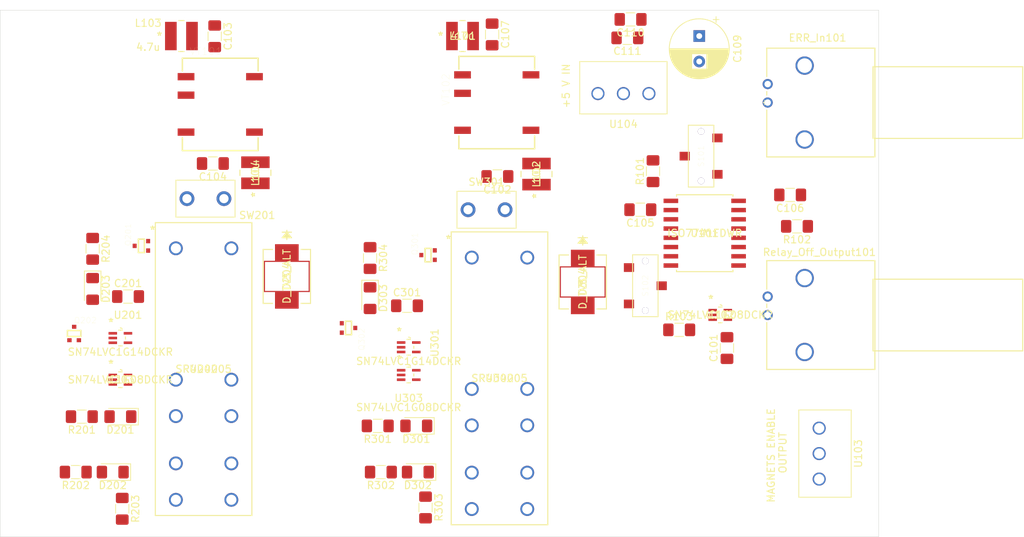
<source format=kicad_pcb>
(kicad_pcb (version 20171130) (host pcbnew "(5.1.6)-1")

  (general
    (thickness 1.6)
    (drawings 7)
    (tracks 0)
    (zones 0)
    (modules 57)
    (nets 49)
  )

  (page A4)
  (title_block
    (title "Magnet Power Supply Interlock")
    (date 2020-06-29)
    (rev v01)
    (company "Weld Lab")
    (comment 1 "Author: Max Prichard")
  )

  (layers
    (0 F.Cu signal)
    (31 B.Cu signal)
    (32 B.Adhes user hide)
    (33 F.Adhes user hide)
    (34 B.Paste user hide)
    (35 F.Paste user hide)
    (36 B.SilkS user)
    (37 F.SilkS user)
    (38 B.Mask user)
    (39 F.Mask user)
    (40 Dwgs.User user hide)
    (41 Cmts.User user hide)
    (42 Eco1.User user hide)
    (43 Eco2.User user)
    (44 Edge.Cuts user)
    (45 Margin user hide)
    (46 B.CrtYd user)
    (47 F.CrtYd user)
    (48 B.Fab user hide)
    (49 F.Fab user)
  )

  (setup
    (last_trace_width 0.254)
    (trace_clearance 0.254)
    (zone_clearance 0.508)
    (zone_45_only no)
    (trace_min 0.1524)
    (via_size 0.762)
    (via_drill 0.381)
    (via_min_size 0.6858)
    (via_min_drill 0.3302)
    (uvia_size 0.762)
    (uvia_drill 0.381)
    (uvias_allowed no)
    (uvia_min_size 0.6858)
    (uvia_min_drill 0.3302)
    (edge_width 0.05)
    (segment_width 0.2)
    (pcb_text_width 0.3)
    (pcb_text_size 1.5 1.5)
    (mod_edge_width 0.12)
    (mod_text_size 1 1)
    (mod_text_width 0.15)
    (pad_size 1.524 1.524)
    (pad_drill 0.762)
    (pad_to_mask_clearance 0.05)
    (aux_axis_origin 0 0)
    (visible_elements 7FFFFFFF)
    (pcbplotparams
      (layerselection 0x010fc_ffffffff)
      (usegerberextensions false)
      (usegerberattributes true)
      (usegerberadvancedattributes true)
      (creategerberjobfile true)
      (excludeedgelayer true)
      (linewidth 0.100000)
      (plotframeref false)
      (viasonmask false)
      (mode 1)
      (useauxorigin false)
      (hpglpennumber 1)
      (hpglpenspeed 20)
      (hpglpendiameter 15.000000)
      (psnegative false)
      (psa4output false)
      (plotreference true)
      (plotvalue true)
      (plotinvisibletext false)
      (padsonsilk false)
      (subtractmaskfromsilk false)
      (outputformat 1)
      (mirror false)
      (drillshape 1)
      (scaleselection 1)
      (outputdirectory ""))
  )

  (net 0 "")
  (net 1 PWR_GND_IN)
  (net 2 +5VIN)
  (net 3 GND)
  (net 4 +5VOut2)
  (net 5 +5VOut1)
  (net 6 "Net-(D201-Pad2)")
  (net 7 "Net-(D201-Pad1)")
  (net 8 "Net-(D202-Pad2)")
  (net 9 "Net-(D203-Pad2)")
  (net 10 "Net-(D203-Pad1)")
  (net 11 "Net-(D301-Pad2)")
  (net 12 "Net-(D301-Pad1)")
  (net 13 "Net-(D302-Pad2)")
  (net 14 "Net-(D303-Pad2)")
  (net 15 "Net-(D303-Pad1)")
  (net 16 "Net-(ERR_In101-Pad1)")
  (net 17 /Relay_2/Enable_Conn_2)
  (net 18 /Relay_1/Enable_Conn_1)
  (net 19 /Relay_2/ErrSig1)
  (net 20 "Net-(Q202-Pad1)")
  (net 21 /Relay_1/ErrSig1)
  (net 22 "Net-(Q302-Pad1)")
  (net 23 "Net-(R101-Pad2)")
  (net 24 "Net-(R102-Pad2)")
  (net 25 "Net-(R103-Pad2)")
  (net 26 "Net-(U201-Pad4)")
  (net 27 "Net-(U201-Pad1)")
  (net 28 /Relay_2/Enable_Conn_1)
  (net 29 "Net-(U301-Pad4)")
  (net 30 "Net-(U301-Pad1)")
  (net 31 "Net-(VT102-Pad14)")
  (net 32 /Relay_2/Relay-Off-Sig)
  (net 33 /Relay_1/Relay-Off-Sig)
  (net 34 "Net-(L101-Pad1)")
  (net 35 "Net-(L102-Pad2)")
  (net 36 "Net-(L103-Pad1)")
  (net 37 "Net-(L104-Pad2)")
  (net 38 "Net-(Q201-Pad3)")
  (net 39 "Net-(Q301-Pad3)")
  (net 40 "Net-(Relay_Off_Output101-Pad1)")
  (net 41 Relay_off_signal)
  (net 42 "Net-(U103-Pad1)")
  (net 43 "Net-(U202-Pad12)")
  (net 44 "Net-(U202-Pad11)")
  (net 45 "Net-(U302-Pad12)")
  (net 46 "Net-(U302-Pad11)")
  (net 47 "Net-(VT101-Pad14)")
  (net 48 "Net-(U104-Pad2)")

  (net_class Default "This is the default net class."
    (clearance 0.254)
    (trace_width 0.254)
    (via_dia 0.762)
    (via_drill 0.381)
    (uvia_dia 0.762)
    (uvia_drill 0.381)
    (add_net +5VIN)
    (add_net +5VOut1)
    (add_net +5VOut2)
    (add_net /Relay_1/Enable_Conn_1)
    (add_net /Relay_1/ErrSig1)
    (add_net /Relay_1/Relay-Off-Sig)
    (add_net /Relay_2/Enable_Conn_1)
    (add_net /Relay_2/Enable_Conn_2)
    (add_net /Relay_2/ErrSig1)
    (add_net /Relay_2/Relay-Off-Sig)
    (add_net GND)
    (add_net "Net-(D201-Pad1)")
    (add_net "Net-(D201-Pad2)")
    (add_net "Net-(D202-Pad2)")
    (add_net "Net-(D203-Pad1)")
    (add_net "Net-(D203-Pad2)")
    (add_net "Net-(D301-Pad1)")
    (add_net "Net-(D301-Pad2)")
    (add_net "Net-(D302-Pad2)")
    (add_net "Net-(D303-Pad1)")
    (add_net "Net-(D303-Pad2)")
    (add_net "Net-(ERR_In101-Pad1)")
    (add_net "Net-(L101-Pad1)")
    (add_net "Net-(L102-Pad2)")
    (add_net "Net-(L103-Pad1)")
    (add_net "Net-(L104-Pad2)")
    (add_net "Net-(Q201-Pad3)")
    (add_net "Net-(Q202-Pad1)")
    (add_net "Net-(Q301-Pad3)")
    (add_net "Net-(Q302-Pad1)")
    (add_net "Net-(R101-Pad2)")
    (add_net "Net-(R102-Pad2)")
    (add_net "Net-(R103-Pad2)")
    (add_net "Net-(Relay_Off_Output101-Pad1)")
    (add_net "Net-(U103-Pad1)")
    (add_net "Net-(U104-Pad2)")
    (add_net "Net-(U201-Pad1)")
    (add_net "Net-(U201-Pad4)")
    (add_net "Net-(U202-Pad11)")
    (add_net "Net-(U202-Pad12)")
    (add_net "Net-(U301-Pad1)")
    (add_net "Net-(U301-Pad4)")
    (add_net "Net-(U302-Pad11)")
    (add_net "Net-(U302-Pad12)")
    (add_net "Net-(VT101-Pad14)")
    (add_net "Net-(VT102-Pad14)")
    (add_net PWR_GND_IN)
    (add_net Relay_off_signal)
  )

  (module Magnet_PS_Interlock:691321100003 (layer F.Cu) (tedit 5EFCA18A) (tstamp 5EFC6CAA)
    (at 215.138 58.928)
    (path /5EFC935A)
    (fp_text reference U104 (at 0 5) (layer F.SilkS)
      (effects (font (size 1 1) (thickness 0.15)))
    )
    (fp_text value 691321100003 (at 0 -6) (layer F.Fab)
      (effects (font (size 1 1) (thickness 0.15)))
    )
    (fp_line (start 6 -3.6) (end 6 3.6) (layer F.SilkS) (width 0.12))
    (fp_line (start 6 3.6) (end -6 3.6) (layer F.SilkS) (width 0.12))
    (fp_line (start -6 3.6) (end -6 -3.6) (layer F.SilkS) (width 0.12))
    (fp_line (start -6 -3.6) (end 6 -3.6) (layer F.SilkS) (width 0.12))
    (pad 3 thru_hole circle (at 3.5 0.8) (size 1.8 1.8) (drill 1.4) (layers *.Cu *.Mask)
      (net 1 PWR_GND_IN))
    (pad 2 thru_hole circle (at 0 0.8) (size 1.8 1.8) (drill 1.4) (layers *.Cu *.Mask)
      (net 48 "Net-(U104-Pad2)"))
    (pad 1 thru_hole circle (at -3.5 0.8) (size 1.8 1.8) (drill 1.4) (layers *.Cu *.Mask)
      (net 2 +5VIN))
    (model "${KIPRJMOD}/691321100003 (rev1).stp"
      (offset (xyz 0 0 4.5))
      (scale (xyz 1 1 1))
      (rotate (xyz 0 0 0))
    )
    (model "${KIPRJMOD}/691361100003 (rev1).stp"
      (offset (xyz 0 -1.5 14.5))
      (scale (xyz 1 1 1))
      (rotate (xyz -90 0 180))
    )
  )

  (module Magnet_PS_Interlock:691321100003 (layer F.Cu) (tedit 5EFCA18A) (tstamp 5EFC23EF)
    (at 242.824 109.22 270)
    (path /5EFD8A62)
    (fp_text reference U103 (at 0 -4.572 90) (layer F.SilkS)
      (effects (font (size 1 1) (thickness 0.15)))
    )
    (fp_text value 691321100003 (at 0 -6 90) (layer F.Fab)
      (effects (font (size 1 1) (thickness 0.15)))
    )
    (fp_line (start 6 -3.6) (end 6 3.6) (layer F.SilkS) (width 0.12))
    (fp_line (start 6 3.6) (end -6 3.6) (layer F.SilkS) (width 0.12))
    (fp_line (start -6 3.6) (end -6 -3.6) (layer F.SilkS) (width 0.12))
    (fp_line (start -6 -3.6) (end 6 -3.6) (layer F.SilkS) (width 0.12))
    (pad 3 thru_hole circle (at 3.5 0.8 270) (size 1.8 1.8) (drill 1.4) (layers *.Cu *.Mask)
      (net 18 /Relay_1/Enable_Conn_1))
    (pad 2 thru_hole circle (at 0 0.8 270) (size 1.8 1.8) (drill 1.4) (layers *.Cu *.Mask)
      (net 17 /Relay_2/Enable_Conn_2))
    (pad 1 thru_hole circle (at -3.5 0.8 270) (size 1.8 1.8) (drill 1.4) (layers *.Cu *.Mask)
      (net 42 "Net-(U103-Pad1)"))
    (model "${KIPRJMOD}/691321100003 (rev1).stp"
      (offset (xyz 0 0 4.5))
      (scale (xyz 1 1 1))
      (rotate (xyz 0 0 0))
    )
    (model "${KIPRJMOD}/691361100003 (rev1).stp"
      (offset (xyz 0 -1.5 14.5))
      (scale (xyz 1 1 1))
      (rotate (xyz -90 0 180))
    )
  )

  (module BNC_female:1-1337543-0 (layer F.Cu) (tedit 5EFBE785) (tstamp 5EFC2339)
    (at 234.95 90.17 270)
    (path /5F11BE63)
    (fp_text reference Relay_Off_Output101 (at -8.636 -7.112) (layer F.SilkS)
      (effects (font (size 1 1) (thickness 0.15)))
    )
    (fp_text value BNC_Input_female (at 1.27 -9.652 270) (layer F.Fab)
      (effects (font (size 1 1) (thickness 0.15)))
    )
    (fp_line (start -4.9276 -14.473002) (end 4.9276 -14.473002) (layer F.SilkS) (width 0.1524))
    (fp_line (start 4.9276 -14.473002) (end 4.9276 -35.021596) (layer F.SilkS) (width 0.1524))
    (fp_line (start 4.9276 -35.021596) (end -4.9276 -35.021596) (layer F.SilkS) (width 0.1524))
    (fp_line (start -4.9276 -35.021596) (end -4.9276 -14.473002) (layer F.SilkS) (width 0.1524))
    (fp_line (start -4.8006 -14.600002) (end 4.8006 -14.600002) (layer F.Fab) (width 0.1524))
    (fp_line (start 4.8006 -14.600002) (end 4.8006 -34.894596) (layer F.Fab) (width 0.1524))
    (fp_line (start 4.8006 -34.894596) (end -4.8006 -34.894596) (layer F.Fab) (width 0.1524))
    (fp_line (start -4.8006 -34.894596) (end -4.8006 -14.600002) (layer F.Fab) (width 0.1524))
    (fp_line (start -7.477 0.127) (end -3.56339 0.127) (layer F.SilkS) (width 0.1524))
    (fp_line (start 7.477 0.127) (end 7.477 -14.727002) (layer F.SilkS) (width 0.1524))
    (fp_line (start 7.477 -14.727002) (end -7.477 -14.727002) (layer F.SilkS) (width 0.1524))
    (fp_line (start -7.477 -14.727002) (end -7.477 0.127) (layer F.SilkS) (width 0.1524))
    (fp_line (start -7.35 0) (end 7.35 0) (layer F.Fab) (width 0.1524))
    (fp_line (start 7.35 0) (end 7.35 -14.600002) (layer F.Fab) (width 0.1524))
    (fp_line (start 7.35 -14.600002) (end -7.35 -14.600002) (layer F.Fab) (width 0.1524))
    (fp_line (start -7.35 -14.600002) (end -7.35 0) (layer F.Fab) (width 0.1524))
    (fp_line (start 1.02339 0.127) (end 7.477 0.127) (layer F.SilkS) (width 0.1524))
    (fp_line (start -1.51661 0.127) (end -1.02339 0.127) (layer F.SilkS) (width 0.1524))
    (fp_line (start -7.604 0.254) (end 7.604 0.254) (layer F.CrtYd) (width 0.1524))
    (fp_line (start 7.604 0.254) (end 7.604 -35.148596) (layer F.CrtYd) (width 0.1524))
    (fp_line (start 7.604 -35.148596) (end -7.604 -35.148596) (layer F.CrtYd) (width 0.1524))
    (fp_line (start -7.604 -35.148596) (end -7.604 0.254) (layer F.CrtYd) (width 0.1524))
    (fp_text user * (at 0 0 270) (layer F.SilkS)
      (effects (font (size 1 1) (thickness 0.15)))
    )
    (fp_text user * (at 0 0 270) (layer F.SilkS)
      (effects (font (size 1 1) (thickness 0.15)))
    )
    (fp_text user "Copyright 2016 Accelerated Designs. All rights reserved." (at 0 0 270) (layer Cmts.User)
      (effects (font (size 0.127 0.127) (thickness 0.002)))
    )
    (pad 4 thru_hole circle (at 5.08 -5.08 270) (size 2.5146 2.5146) (drill 2.0066) (layers *.Cu *.Mask)
      (net 1 PWR_GND_IN))
    (pad 3 thru_hole circle (at -5.08 -5.08 270) (size 2.5146 2.5146) (drill 2.0066) (layers *.Cu *.Mask)
      (net 1 PWR_GND_IN))
    (pad 2 thru_hole circle (at -2.54 0 270) (size 1.397 1.397) (drill 0.889) (layers *.Cu *.Mask)
      (net 1 PWR_GND_IN))
    (pad 1 thru_hole circle (at 0 0 270) (size 1.397 1.397) (drill 0.889) (layers *.Cu *.Mask)
      (net 40 "Net-(Relay_Off_Output101-Pad1)"))
    (model ${KIPRJMOD}/BNC3d/c-1-1337543-0-f-3d.stp
      (offset (xyz 0 33 8))
      (scale (xyz 1 1 1))
      (rotate (xyz -90 0 180))
    )
  )

  (module BSS138W:SOT323-R (layer F.Cu) (tedit 5EFBE349) (tstamp 5EFB4445)
    (at 148.935 80.66 90)
    (descr "<b>SOT323 Reflow soldering</b><p>Philips SC01_Mounting_1996.pdf")
    (path /5EFCF919/5EFBAF07)
    (fp_text reference Q201 (at 1.542225 -1.810615 90) (layer F.SilkS)
      (effects (font (size 0.801157 0.801157) (thickness 0.015)))
    )
    (fp_text value BSS138W (at 2.253904 2.196232 90) (layer F.Fab)
      (effects (font (size 0.640769 0.640769) (thickness 0.015)))
    )
    (fp_poly (pts (xy -0.150107 -1.1) (xy 0.15 -1.1) (xy 0.15 -0.500358) (xy -0.150107 -0.500358)) (layer F.Fab) (width 0.01))
    (fp_poly (pts (xy 0.500034 0.5) (xy 0.8 0.5) (xy 0.8 1.10007) (xy 0.500034 1.10007)) (layer F.Fab) (width 0.01))
    (fp_poly (pts (xy -0.801394 0.5) (xy -0.5 0.5) (xy -0.5 1.10192) (xy -0.801394 1.10192)) (layer F.Fab) (width 0.01))
    (fp_line (start -0.9224 -0.4104) (end 0.9224 -0.4104) (layer F.SilkS) (width 0.2032))
    (fp_line (start -0.9224 0.4104) (end -0.9224 -0.4104) (layer F.SilkS) (width 0.2032))
    (fp_line (start 0.9224 0.4104) (end -0.9224 0.4104) (layer F.SilkS) (width 0.2032))
    (fp_line (start 0.9224 -0.4104) (end 0.9224 0.4104) (layer F.SilkS) (width 0.2032))
    (fp_line (start -0.9224 -0.4604) (end 0.9224 -0.4604) (layer F.Fab) (width 0.1524))
    (fp_line (start -0.9224 0.4604) (end -0.9224 -0.4604) (layer F.Fab) (width 0.1524))
    (fp_line (start 0.9224 0.4604) (end -0.9224 0.4604) (layer F.Fab) (width 0.1524))
    (fp_line (start 0.9224 -0.4604) (end 0.9224 0.4604) (layer F.Fab) (width 0.1524))
    (pad 3 smd rect (at 0 -0.925 90) (size 0.6 0.55) (layers F.Cu F.Paste F.Mask)
      (net 38 "Net-(Q201-Pad3)"))
    (pad 2 smd rect (at 0.65 0.925 90) (size 0.6 0.55) (layers F.Cu F.Paste F.Mask)
      (net 3 GND))
    (pad 1 smd rect (at -0.65 0.925 90) (size 0.6 0.55) (layers F.Cu F.Paste F.Mask)
      (net 19 /Relay_2/ErrSig1))
    (model ${KISYS3DMOD}/Package_TO_SOT_SMD.3dshapes/SOT-323_SC-70.step
      (at (xyz 0 0 0))
      (scale (xyz 1 1 1))
      (rotate (xyz 0 0 -90))
    )
  )

  (module BSS138W:SOT323-R (layer F.Cu) (tedit 5EFBE349) (tstamp 5EFB4457)
    (at 139.7 92.71)
    (descr "<b>SOT323 Reflow soldering</b><p>Philips SC01_Mounting_1996.pdf")
    (path /5EFCF919/5EFB94AA)
    (fp_text reference Q202 (at 1.542225 -1.810615) (layer F.SilkS)
      (effects (font (size 0.801157 0.801157) (thickness 0.015)))
    )
    (fp_text value BSS138W (at 2.253904 2.196232) (layer F.Fab)
      (effects (font (size 0.640769 0.640769) (thickness 0.015)))
    )
    (fp_poly (pts (xy -0.150107 -1.1) (xy 0.15 -1.1) (xy 0.15 -0.500358) (xy -0.150107 -0.500358)) (layer F.Fab) (width 0.01))
    (fp_poly (pts (xy 0.500034 0.5) (xy 0.8 0.5) (xy 0.8 1.10007) (xy 0.500034 1.10007)) (layer F.Fab) (width 0.01))
    (fp_poly (pts (xy -0.801394 0.5) (xy -0.5 0.5) (xy -0.5 1.10192) (xy -0.801394 1.10192)) (layer F.Fab) (width 0.01))
    (fp_line (start -0.9224 -0.4104) (end 0.9224 -0.4104) (layer F.SilkS) (width 0.2032))
    (fp_line (start -0.9224 0.4104) (end -0.9224 -0.4104) (layer F.SilkS) (width 0.2032))
    (fp_line (start 0.9224 0.4104) (end -0.9224 0.4104) (layer F.SilkS) (width 0.2032))
    (fp_line (start 0.9224 -0.4104) (end 0.9224 0.4104) (layer F.SilkS) (width 0.2032))
    (fp_line (start -0.9224 -0.4604) (end 0.9224 -0.4604) (layer F.Fab) (width 0.1524))
    (fp_line (start -0.9224 0.4604) (end -0.9224 -0.4604) (layer F.Fab) (width 0.1524))
    (fp_line (start 0.9224 0.4604) (end -0.9224 0.4604) (layer F.Fab) (width 0.1524))
    (fp_line (start 0.9224 -0.4604) (end 0.9224 0.4604) (layer F.Fab) (width 0.1524))
    (pad 3 smd rect (at 0 -0.925) (size 0.6 0.55) (layers F.Cu F.Paste F.Mask)
      (net 9 "Net-(D203-Pad2)"))
    (pad 2 smd rect (at 0.65 0.925) (size 0.6 0.55) (layers F.Cu F.Paste F.Mask)
      (net 3 GND))
    (pad 1 smd rect (at -0.65 0.925) (size 0.6 0.55) (layers F.Cu F.Paste F.Mask)
      (net 20 "Net-(Q202-Pad1)"))
    (model ${KISYS3DMOD}/Package_TO_SOT_SMD.3dshapes/SOT-323_SC-70.step
      (at (xyz 0 0 0))
      (scale (xyz 1 1 1))
      (rotate (xyz 0 0 -90))
    )
  )

  (module BSS138W:SOT323-R (layer F.Cu) (tedit 5EFBE349) (tstamp 5EFB9C3E)
    (at 188.305 81.93 90)
    (descr "<b>SOT323 Reflow soldering</b><p>Philips SC01_Mounting_1996.pdf")
    (path /5EF588A2/5EFBAF07)
    (fp_text reference Q301 (at 1.542225 -1.810615 90) (layer F.SilkS)
      (effects (font (size 0.801157 0.801157) (thickness 0.015)))
    )
    (fp_text value BSS138W (at 2.253904 2.196232 90) (layer F.Fab)
      (effects (font (size 0.640769 0.640769) (thickness 0.015)))
    )
    (fp_poly (pts (xy -0.150107 -1.1) (xy 0.15 -1.1) (xy 0.15 -0.500358) (xy -0.150107 -0.500358)) (layer F.Fab) (width 0.01))
    (fp_poly (pts (xy 0.500034 0.5) (xy 0.8 0.5) (xy 0.8 1.10007) (xy 0.500034 1.10007)) (layer F.Fab) (width 0.01))
    (fp_poly (pts (xy -0.801394 0.5) (xy -0.5 0.5) (xy -0.5 1.10192) (xy -0.801394 1.10192)) (layer F.Fab) (width 0.01))
    (fp_line (start -0.9224 -0.4104) (end 0.9224 -0.4104) (layer F.SilkS) (width 0.2032))
    (fp_line (start -0.9224 0.4104) (end -0.9224 -0.4104) (layer F.SilkS) (width 0.2032))
    (fp_line (start 0.9224 0.4104) (end -0.9224 0.4104) (layer F.SilkS) (width 0.2032))
    (fp_line (start 0.9224 -0.4104) (end 0.9224 0.4104) (layer F.SilkS) (width 0.2032))
    (fp_line (start -0.9224 -0.4604) (end 0.9224 -0.4604) (layer F.Fab) (width 0.1524))
    (fp_line (start -0.9224 0.4604) (end -0.9224 -0.4604) (layer F.Fab) (width 0.1524))
    (fp_line (start 0.9224 0.4604) (end -0.9224 0.4604) (layer F.Fab) (width 0.1524))
    (fp_line (start 0.9224 -0.4604) (end 0.9224 0.4604) (layer F.Fab) (width 0.1524))
    (pad 3 smd rect (at 0 -0.925 90) (size 0.6 0.55) (layers F.Cu F.Paste F.Mask)
      (net 39 "Net-(Q301-Pad3)"))
    (pad 2 smd rect (at 0.65 0.925 90) (size 0.6 0.55) (layers F.Cu F.Paste F.Mask)
      (net 3 GND))
    (pad 1 smd rect (at -0.65 0.925 90) (size 0.6 0.55) (layers F.Cu F.Paste F.Mask)
      (net 21 /Relay_1/ErrSig1))
    (model ${KISYS3DMOD}/Package_TO_SOT_SMD.3dshapes/SOT-323_SC-70.step
      (at (xyz 0 0 0))
      (scale (xyz 1 1 1))
      (rotate (xyz 0 0 -90))
    )
  )

  (module BSS138W:SOT323-R (layer F.Cu) (tedit 5EFBE349) (tstamp 5EFB447B)
    (at 177.383 91.948 270)
    (descr "<b>SOT323 Reflow soldering</b><p>Philips SC01_Mounting_1996.pdf")
    (path /5EF588A2/5EFB94AA)
    (fp_text reference Q302 (at 1.542225 -1.810615 90) (layer F.SilkS)
      (effects (font (size 0.801157 0.801157) (thickness 0.015)))
    )
    (fp_text value BSS138W (at 2.253904 2.196232 90) (layer F.Fab)
      (effects (font (size 0.640769 0.640769) (thickness 0.015)))
    )
    (fp_poly (pts (xy -0.150107 -1.1) (xy 0.15 -1.1) (xy 0.15 -0.500358) (xy -0.150107 -0.500358)) (layer F.Fab) (width 0.01))
    (fp_poly (pts (xy 0.500034 0.5) (xy 0.8 0.5) (xy 0.8 1.10007) (xy 0.500034 1.10007)) (layer F.Fab) (width 0.01))
    (fp_poly (pts (xy -0.801394 0.5) (xy -0.5 0.5) (xy -0.5 1.10192) (xy -0.801394 1.10192)) (layer F.Fab) (width 0.01))
    (fp_line (start -0.9224 -0.4104) (end 0.9224 -0.4104) (layer F.SilkS) (width 0.2032))
    (fp_line (start -0.9224 0.4104) (end -0.9224 -0.4104) (layer F.SilkS) (width 0.2032))
    (fp_line (start 0.9224 0.4104) (end -0.9224 0.4104) (layer F.SilkS) (width 0.2032))
    (fp_line (start 0.9224 -0.4104) (end 0.9224 0.4104) (layer F.SilkS) (width 0.2032))
    (fp_line (start -0.9224 -0.4604) (end 0.9224 -0.4604) (layer F.Fab) (width 0.1524))
    (fp_line (start -0.9224 0.4604) (end -0.9224 -0.4604) (layer F.Fab) (width 0.1524))
    (fp_line (start 0.9224 0.4604) (end -0.9224 0.4604) (layer F.Fab) (width 0.1524))
    (fp_line (start 0.9224 -0.4604) (end 0.9224 0.4604) (layer F.Fab) (width 0.1524))
    (pad 3 smd rect (at 0 -0.925 270) (size 0.6 0.55) (layers F.Cu F.Paste F.Mask)
      (net 14 "Net-(D303-Pad2)"))
    (pad 2 smd rect (at 0.65 0.925 270) (size 0.6 0.55) (layers F.Cu F.Paste F.Mask)
      (net 3 GND))
    (pad 1 smd rect (at -0.65 0.925 270) (size 0.6 0.55) (layers F.Cu F.Paste F.Mask)
      (net 22 "Net-(Q302-Pad1)"))
    (model ${KISYS3DMOD}/Package_TO_SOT_SMD.3dshapes/SOT-323_SC-70.step
      (at (xyz 0 0 0))
      (scale (xyz 1 1 1))
      (rotate (xyz 0 0 -90))
    )
  )

  (module inverter:SN74LVC1G14DCKR (layer F.Cu) (tedit 5EFBE272) (tstamp 5EFB45B9)
    (at 146.05 93.330001)
    (path /5EFCF919/5EFB2E9F)
    (fp_text reference U201 (at 1.0414 -3.160001) (layer F.SilkS)
      (effects (font (size 1 1) (thickness 0.15)))
    )
    (fp_text value SN74LVC1G14DCKR (at 0 1.919999) (layer F.SilkS)
      (effects (font (size 1 1) (thickness 0.15)))
    )
    (fp_line (start 1.8796 1.3335) (end -1.8796 1.3335) (layer F.CrtYd) (width 0.1524))
    (fp_line (start 1.8796 -1.3335) (end 1.8796 1.3335) (layer F.CrtYd) (width 0.1524))
    (fp_line (start -1.8796 -1.3335) (end 1.8796 -1.3335) (layer F.CrtYd) (width 0.1524))
    (fp_line (start -1.8796 1.3335) (end -1.8796 -1.3335) (layer F.CrtYd) (width 0.1524))
    (fp_line (start 1.1938 -0.8024) (end 0.6985 -0.8024) (layer F.Fab) (width 0.1524))
    (fp_line (start 1.1938 -0.4976) (end 1.1938 -0.8024) (layer F.Fab) (width 0.1524))
    (fp_line (start 0.6985 -0.4976) (end 1.1938 -0.4976) (layer F.Fab) (width 0.1524))
    (fp_line (start 0.6985 -0.8024) (end 0.6985 -0.4976) (layer F.Fab) (width 0.1524))
    (fp_line (start 1.1938 0.4976) (end 0.6985 0.4976) (layer F.Fab) (width 0.1524))
    (fp_line (start 1.1938 0.8024) (end 1.1938 0.4976) (layer F.Fab) (width 0.1524))
    (fp_line (start 0.6985 0.8024) (end 1.1938 0.8024) (layer F.Fab) (width 0.1524))
    (fp_line (start 0.6985 0.4976) (end 0.6985 0.8024) (layer F.Fab) (width 0.1524))
    (fp_line (start -1.1938 0.8024) (end -0.6985 0.8024) (layer F.Fab) (width 0.1524))
    (fp_line (start -1.1938 0.4976) (end -1.1938 0.8024) (layer F.Fab) (width 0.1524))
    (fp_line (start -0.6985 0.4976) (end -1.1938 0.4976) (layer F.Fab) (width 0.1524))
    (fp_line (start -0.6985 0.8024) (end -0.6985 0.4976) (layer F.Fab) (width 0.1524))
    (fp_line (start -1.1938 0.1524) (end -0.6985 0.1524) (layer F.Fab) (width 0.1524))
    (fp_line (start -1.1938 -0.1524) (end -1.1938 0.1524) (layer F.Fab) (width 0.1524))
    (fp_line (start -0.6985 -0.1524) (end -1.1938 -0.1524) (layer F.Fab) (width 0.1524))
    (fp_line (start -0.6985 0.1524) (end -0.6985 -0.1524) (layer F.Fab) (width 0.1524))
    (fp_line (start -1.1938 -0.4976) (end -0.6985 -0.4976) (layer F.Fab) (width 0.1524))
    (fp_line (start -1.1938 -0.8024) (end -1.1938 -0.4976) (layer F.Fab) (width 0.1524))
    (fp_line (start -0.6985 -0.8024) (end -1.1938 -0.8024) (layer F.Fab) (width 0.1524))
    (fp_line (start -0.6985 -0.4976) (end -0.6985 -0.8024) (layer F.Fab) (width 0.1524))
    (fp_line (start -0.6985 -1.0795) (end -0.6985 1.0795) (layer F.Fab) (width 0.1524))
    (fp_line (start 0.6985 -1.0795) (end -0.6985 -1.0795) (layer F.Fab) (width 0.1524))
    (fp_line (start 0.6985 1.0795) (end 0.6985 -1.0795) (layer F.Fab) (width 0.1524))
    (fp_line (start -0.6985 1.0795) (end 0.6985 1.0795) (layer F.Fab) (width 0.1524))
    (fp_line (start 0.239571 -1.0795) (end -0.239571 -1.0795) (layer F.SilkS) (width 0.1524))
    (fp_line (start 0.6985 0.139459) (end 0.6985 -0.139459) (layer F.SilkS) (width 0.1524))
    (fp_line (start -0.239571 1.0795) (end 0.239571 1.0795) (layer F.SilkS) (width 0.1524))
    (fp_arc (start 0 -1.0795) (end 0.3048 -1.0795) (angle 180) (layer F.Fab) (width 0.1524))
    (fp_arc (start 0 -1.0795) (end 0 -1.3843) (angle 48.200378) (layer F.SilkS) (width 0.1524))
    (fp_text user * (at -1.2954 -2.1486) (layer F.SilkS)
      (effects (font (size 1 1) (thickness 0.15)))
    )
    (fp_text user * (at -1.2954 -2.1486) (layer F.Fab)
      (effects (font (size 1 1) (thickness 0.15)))
    )
    (fp_text user * (at -1.2954 -2.1486) (layer F.Fab)
      (effects (font (size 1 1) (thickness 0.15)))
    )
    (fp_text user * (at -1.2954 -2.1486) (layer F.SilkS)
      (effects (font (size 1 1) (thickness 0.15)))
    )
    (fp_text user "Copyright 2016 Accelerated Designs. All rights reserved." (at 0 0) (layer Cmts.User)
      (effects (font (size 0.127 0.127) (thickness 0.002)))
    )
    (pad 5 smd rect (at 1.0414 -0.649999) (size 1.1684 0.3556) (layers F.Cu F.Paste F.Mask)
      (net 4 +5VOut2))
    (pad 4 smd rect (at 1.0414 0.649999) (size 1.1684 0.3556) (layers F.Cu F.Paste F.Mask)
      (net 26 "Net-(U201-Pad4)"))
    (pad 3 smd rect (at -1.0414 0.649999) (size 1.1684 0.3556) (layers F.Cu F.Paste F.Mask)
      (net 3 GND))
    (pad 2 smd rect (at -1.0414 0) (size 1.1684 0.3556) (layers F.Cu F.Paste F.Mask)
      (net 19 /Relay_2/ErrSig1))
    (pad 1 smd rect (at -1.0414 -0.649999) (size 1.1684 0.3556) (layers F.Cu F.Paste F.Mask)
      (net 27 "Net-(U201-Pad1)"))
    (model ${KISYS3DMOD}/Package_TO_SOT_SMD.3dshapes/SOT-353_SC-70-5.step
      (at (xyz 0 0 0))
      (scale (xyz 1 1 1))
      (rotate (xyz 0 0 0))
    )
  )

  (module inverter:SN74LVC1G14DCKR (layer F.Cu) (tedit 5EFBE272) (tstamp 5EFBE991)
    (at 185.6486 94.600001)
    (path /5EF588A2/5EFB2E9F)
    (fp_text reference U301 (at 3.5814 -0.620001 90) (layer F.SilkS)
      (effects (font (size 1 1) (thickness 0.15)))
    )
    (fp_text value SN74LVC1G14DCKR (at 0 1.919999) (layer F.SilkS)
      (effects (font (size 1 1) (thickness 0.15)))
    )
    (fp_line (start 1.8796 1.3335) (end -1.8796 1.3335) (layer F.CrtYd) (width 0.1524))
    (fp_line (start 1.8796 -1.3335) (end 1.8796 1.3335) (layer F.CrtYd) (width 0.1524))
    (fp_line (start -1.8796 -1.3335) (end 1.8796 -1.3335) (layer F.CrtYd) (width 0.1524))
    (fp_line (start -1.8796 1.3335) (end -1.8796 -1.3335) (layer F.CrtYd) (width 0.1524))
    (fp_line (start 1.1938 -0.8024) (end 0.6985 -0.8024) (layer F.Fab) (width 0.1524))
    (fp_line (start 1.1938 -0.4976) (end 1.1938 -0.8024) (layer F.Fab) (width 0.1524))
    (fp_line (start 0.6985 -0.4976) (end 1.1938 -0.4976) (layer F.Fab) (width 0.1524))
    (fp_line (start 0.6985 -0.8024) (end 0.6985 -0.4976) (layer F.Fab) (width 0.1524))
    (fp_line (start 1.1938 0.4976) (end 0.6985 0.4976) (layer F.Fab) (width 0.1524))
    (fp_line (start 1.1938 0.8024) (end 1.1938 0.4976) (layer F.Fab) (width 0.1524))
    (fp_line (start 0.6985 0.8024) (end 1.1938 0.8024) (layer F.Fab) (width 0.1524))
    (fp_line (start 0.6985 0.4976) (end 0.6985 0.8024) (layer F.Fab) (width 0.1524))
    (fp_line (start -1.1938 0.8024) (end -0.6985 0.8024) (layer F.Fab) (width 0.1524))
    (fp_line (start -1.1938 0.4976) (end -1.1938 0.8024) (layer F.Fab) (width 0.1524))
    (fp_line (start -0.6985 0.4976) (end -1.1938 0.4976) (layer F.Fab) (width 0.1524))
    (fp_line (start -0.6985 0.8024) (end -0.6985 0.4976) (layer F.Fab) (width 0.1524))
    (fp_line (start -1.1938 0.1524) (end -0.6985 0.1524) (layer F.Fab) (width 0.1524))
    (fp_line (start -1.1938 -0.1524) (end -1.1938 0.1524) (layer F.Fab) (width 0.1524))
    (fp_line (start -0.6985 -0.1524) (end -1.1938 -0.1524) (layer F.Fab) (width 0.1524))
    (fp_line (start -0.6985 0.1524) (end -0.6985 -0.1524) (layer F.Fab) (width 0.1524))
    (fp_line (start -1.1938 -0.4976) (end -0.6985 -0.4976) (layer F.Fab) (width 0.1524))
    (fp_line (start -1.1938 -0.8024) (end -1.1938 -0.4976) (layer F.Fab) (width 0.1524))
    (fp_line (start -0.6985 -0.8024) (end -1.1938 -0.8024) (layer F.Fab) (width 0.1524))
    (fp_line (start -0.6985 -0.4976) (end -0.6985 -0.8024) (layer F.Fab) (width 0.1524))
    (fp_line (start -0.6985 -1.0795) (end -0.6985 1.0795) (layer F.Fab) (width 0.1524))
    (fp_line (start 0.6985 -1.0795) (end -0.6985 -1.0795) (layer F.Fab) (width 0.1524))
    (fp_line (start 0.6985 1.0795) (end 0.6985 -1.0795) (layer F.Fab) (width 0.1524))
    (fp_line (start -0.6985 1.0795) (end 0.6985 1.0795) (layer F.Fab) (width 0.1524))
    (fp_line (start 0.239571 -1.0795) (end -0.239571 -1.0795) (layer F.SilkS) (width 0.1524))
    (fp_line (start 0.6985 0.139459) (end 0.6985 -0.139459) (layer F.SilkS) (width 0.1524))
    (fp_line (start -0.239571 1.0795) (end 0.239571 1.0795) (layer F.SilkS) (width 0.1524))
    (fp_arc (start 0 -1.0795) (end 0.3048 -1.0795) (angle 180) (layer F.Fab) (width 0.1524))
    (fp_arc (start 0 -1.0795) (end 0 -1.3843) (angle 48.200378) (layer F.SilkS) (width 0.1524))
    (fp_text user * (at -1.2954 -2.1486) (layer F.SilkS)
      (effects (font (size 1 1) (thickness 0.15)))
    )
    (fp_text user * (at -1.2954 -2.1486) (layer F.Fab)
      (effects (font (size 1 1) (thickness 0.15)))
    )
    (fp_text user * (at -1.2954 -2.1486) (layer F.Fab)
      (effects (font (size 1 1) (thickness 0.15)))
    )
    (fp_text user * (at -1.2954 -2.1486) (layer F.SilkS)
      (effects (font (size 1 1) (thickness 0.15)))
    )
    (fp_text user "Copyright 2016 Accelerated Designs. All rights reserved." (at 0 0) (layer Cmts.User)
      (effects (font (size 0.127 0.127) (thickness 0.002)))
    )
    (pad 5 smd rect (at 1.0414 -0.649999) (size 1.1684 0.3556) (layers F.Cu F.Paste F.Mask)
      (net 5 +5VOut1))
    (pad 4 smd rect (at 1.0414 0.649999) (size 1.1684 0.3556) (layers F.Cu F.Paste F.Mask)
      (net 29 "Net-(U301-Pad4)"))
    (pad 3 smd rect (at -1.0414 0.649999) (size 1.1684 0.3556) (layers F.Cu F.Paste F.Mask)
      (net 3 GND))
    (pad 2 smd rect (at -1.0414 0) (size 1.1684 0.3556) (layers F.Cu F.Paste F.Mask)
      (net 21 /Relay_1/ErrSig1))
    (pad 1 smd rect (at -1.0414 -0.649999) (size 1.1684 0.3556) (layers F.Cu F.Paste F.Mask)
      (net 30 "Net-(U301-Pad1)"))
    (model ${KISYS3DMOD}/Package_TO_SOT_SMD.3dshapes/SOT-353_SC-70-5.step
      (at (xyz 0 0 0))
      (scale (xyz 1 1 1))
      (rotate (xyz 0 0 0))
    )
  )

  (module inverter:SN74LVC1G14DCKR (layer F.Cu) (tedit 5EFBE1F1) (tstamp 5EFB460B)
    (at 146.05 99.06)
    (path /5EFCF919/5EF92FF9)
    (fp_text reference U203 (at 0 0) (layer F.SilkS)
      (effects (font (size 1 1) (thickness 0.15)))
    )
    (fp_text value SN74LVC1G08DCKR (at 0 0) (layer F.SilkS)
      (effects (font (size 1 1) (thickness 0.15)))
    )
    (fp_line (start 1.8796 1.3335) (end -1.8796 1.3335) (layer F.CrtYd) (width 0.1524))
    (fp_line (start 1.8796 -1.3335) (end 1.8796 1.3335) (layer F.CrtYd) (width 0.1524))
    (fp_line (start -1.8796 -1.3335) (end 1.8796 -1.3335) (layer F.CrtYd) (width 0.1524))
    (fp_line (start -1.8796 1.3335) (end -1.8796 -1.3335) (layer F.CrtYd) (width 0.1524))
    (fp_line (start 1.1938 -0.8024) (end 0.6985 -0.8024) (layer F.Fab) (width 0.1524))
    (fp_line (start 1.1938 -0.4976) (end 1.1938 -0.8024) (layer F.Fab) (width 0.1524))
    (fp_line (start 0.6985 -0.4976) (end 1.1938 -0.4976) (layer F.Fab) (width 0.1524))
    (fp_line (start 0.6985 -0.8024) (end 0.6985 -0.4976) (layer F.Fab) (width 0.1524))
    (fp_line (start 1.1938 0.4976) (end 0.6985 0.4976) (layer F.Fab) (width 0.1524))
    (fp_line (start 1.1938 0.8024) (end 1.1938 0.4976) (layer F.Fab) (width 0.1524))
    (fp_line (start 0.6985 0.8024) (end 1.1938 0.8024) (layer F.Fab) (width 0.1524))
    (fp_line (start 0.6985 0.4976) (end 0.6985 0.8024) (layer F.Fab) (width 0.1524))
    (fp_line (start -1.1938 0.8024) (end -0.6985 0.8024) (layer F.Fab) (width 0.1524))
    (fp_line (start -1.1938 0.4976) (end -1.1938 0.8024) (layer F.Fab) (width 0.1524))
    (fp_line (start -0.6985 0.4976) (end -1.1938 0.4976) (layer F.Fab) (width 0.1524))
    (fp_line (start -0.6985 0.8024) (end -0.6985 0.4976) (layer F.Fab) (width 0.1524))
    (fp_line (start -1.1938 0.1524) (end -0.6985 0.1524) (layer F.Fab) (width 0.1524))
    (fp_line (start -1.1938 -0.1524) (end -1.1938 0.1524) (layer F.Fab) (width 0.1524))
    (fp_line (start -0.6985 -0.1524) (end -1.1938 -0.1524) (layer F.Fab) (width 0.1524))
    (fp_line (start -0.6985 0.1524) (end -0.6985 -0.1524) (layer F.Fab) (width 0.1524))
    (fp_line (start -1.1938 -0.4976) (end -0.6985 -0.4976) (layer F.Fab) (width 0.1524))
    (fp_line (start -1.1938 -0.8024) (end -1.1938 -0.4976) (layer F.Fab) (width 0.1524))
    (fp_line (start -0.6985 -0.8024) (end -1.1938 -0.8024) (layer F.Fab) (width 0.1524))
    (fp_line (start -0.6985 -0.4976) (end -0.6985 -0.8024) (layer F.Fab) (width 0.1524))
    (fp_line (start -0.6985 -1.0795) (end -0.6985 1.0795) (layer F.Fab) (width 0.1524))
    (fp_line (start 0.6985 -1.0795) (end -0.6985 -1.0795) (layer F.Fab) (width 0.1524))
    (fp_line (start 0.6985 1.0795) (end 0.6985 -1.0795) (layer F.Fab) (width 0.1524))
    (fp_line (start -0.6985 1.0795) (end 0.6985 1.0795) (layer F.Fab) (width 0.1524))
    (fp_line (start 0.239571 -1.0795) (end -0.239571 -1.0795) (layer F.SilkS) (width 0.1524))
    (fp_line (start 0.6985 0.139459) (end 0.6985 -0.139459) (layer F.SilkS) (width 0.1524))
    (fp_line (start -0.239571 1.0795) (end 0.239571 1.0795) (layer F.SilkS) (width 0.1524))
    (fp_arc (start 0 -1.0795) (end 0.3048 -1.0795) (angle 180) (layer F.Fab) (width 0.1524))
    (fp_arc (start 0 -1.0795) (end 0 -1.3843) (angle 48.200378) (layer F.SilkS) (width 0.1524))
    (fp_text user * (at -1.2954 -2.1486) (layer F.SilkS)
      (effects (font (size 1 1) (thickness 0.15)))
    )
    (fp_text user * (at -1.2954 -2.1486) (layer F.Fab)
      (effects (font (size 1 1) (thickness 0.15)))
    )
    (fp_text user * (at -1.2954 -2.1486) (layer F.Fab)
      (effects (font (size 1 1) (thickness 0.15)))
    )
    (fp_text user * (at -1.2954 -2.1486) (layer F.SilkS)
      (effects (font (size 1 1) (thickness 0.15)))
    )
    (fp_text user "Copyright 2016 Accelerated Designs. All rights reserved." (at 0 0) (layer Cmts.User)
      (effects (font (size 0.127 0.127) (thickness 0.002)))
    )
    (pad 5 smd rect (at 1.0414 -0.649999) (size 1.1684 0.3556) (layers F.Cu F.Paste F.Mask)
      (net 4 +5VOut2))
    (pad 4 smd rect (at 1.0414 0.649999) (size 1.1684 0.3556) (layers F.Cu F.Paste F.Mask)
      (net 20 "Net-(Q202-Pad1)"))
    (pad 3 smd rect (at -1.0414 0.649999) (size 1.1684 0.3556) (layers F.Cu F.Paste F.Mask)
      (net 3 GND))
    (pad 2 smd rect (at -1.0414 0) (size 1.1684 0.3556) (layers F.Cu F.Paste F.Mask)
      (net 26 "Net-(U201-Pad4)"))
    (pad 1 smd rect (at -1.0414 -0.649999) (size 1.1684 0.3556) (layers F.Cu F.Paste F.Mask)
      (net 32 /Relay_2/Relay-Off-Sig))
    (model ${KISYS3DMOD}/Package_TO_SOT_SMD.3dshapes/SOT-353_SC-70-5.step
      (at (xyz 0 0 0))
      (scale (xyz 1 1 1))
      (rotate (xyz 0 0 0))
    )
  )

  (module inverter:SN74LVC1G14DCKR (layer F.Cu) (tedit 5EFBE1F1) (tstamp 5EFB9982)
    (at 185.6486 98.410001)
    (path /5EF588A2/5EF92FF9)
    (fp_text reference U303 (at 0 3.189999) (layer F.SilkS)
      (effects (font (size 1 1) (thickness 0.15)))
    )
    (fp_text value SN74LVC1G08DCKR (at 0 4.459999) (layer F.SilkS)
      (effects (font (size 1 1) (thickness 0.15)))
    )
    (fp_line (start 1.8796 1.3335) (end -1.8796 1.3335) (layer F.CrtYd) (width 0.1524))
    (fp_line (start 1.8796 -1.3335) (end 1.8796 1.3335) (layer F.CrtYd) (width 0.1524))
    (fp_line (start -1.8796 -1.3335) (end 1.8796 -1.3335) (layer F.CrtYd) (width 0.1524))
    (fp_line (start -1.8796 1.3335) (end -1.8796 -1.3335) (layer F.CrtYd) (width 0.1524))
    (fp_line (start 1.1938 -0.8024) (end 0.6985 -0.8024) (layer F.Fab) (width 0.1524))
    (fp_line (start 1.1938 -0.4976) (end 1.1938 -0.8024) (layer F.Fab) (width 0.1524))
    (fp_line (start 0.6985 -0.4976) (end 1.1938 -0.4976) (layer F.Fab) (width 0.1524))
    (fp_line (start 0.6985 -0.8024) (end 0.6985 -0.4976) (layer F.Fab) (width 0.1524))
    (fp_line (start 1.1938 0.4976) (end 0.6985 0.4976) (layer F.Fab) (width 0.1524))
    (fp_line (start 1.1938 0.8024) (end 1.1938 0.4976) (layer F.Fab) (width 0.1524))
    (fp_line (start 0.6985 0.8024) (end 1.1938 0.8024) (layer F.Fab) (width 0.1524))
    (fp_line (start 0.6985 0.4976) (end 0.6985 0.8024) (layer F.Fab) (width 0.1524))
    (fp_line (start -1.1938 0.8024) (end -0.6985 0.8024) (layer F.Fab) (width 0.1524))
    (fp_line (start -1.1938 0.4976) (end -1.1938 0.8024) (layer F.Fab) (width 0.1524))
    (fp_line (start -0.6985 0.4976) (end -1.1938 0.4976) (layer F.Fab) (width 0.1524))
    (fp_line (start -0.6985 0.8024) (end -0.6985 0.4976) (layer F.Fab) (width 0.1524))
    (fp_line (start -1.1938 0.1524) (end -0.6985 0.1524) (layer F.Fab) (width 0.1524))
    (fp_line (start -1.1938 -0.1524) (end -1.1938 0.1524) (layer F.Fab) (width 0.1524))
    (fp_line (start -0.6985 -0.1524) (end -1.1938 -0.1524) (layer F.Fab) (width 0.1524))
    (fp_line (start -0.6985 0.1524) (end -0.6985 -0.1524) (layer F.Fab) (width 0.1524))
    (fp_line (start -1.1938 -0.4976) (end -0.6985 -0.4976) (layer F.Fab) (width 0.1524))
    (fp_line (start -1.1938 -0.8024) (end -1.1938 -0.4976) (layer F.Fab) (width 0.1524))
    (fp_line (start -0.6985 -0.8024) (end -1.1938 -0.8024) (layer F.Fab) (width 0.1524))
    (fp_line (start -0.6985 -0.4976) (end -0.6985 -0.8024) (layer F.Fab) (width 0.1524))
    (fp_line (start -0.6985 -1.0795) (end -0.6985 1.0795) (layer F.Fab) (width 0.1524))
    (fp_line (start 0.6985 -1.0795) (end -0.6985 -1.0795) (layer F.Fab) (width 0.1524))
    (fp_line (start 0.6985 1.0795) (end 0.6985 -1.0795) (layer F.Fab) (width 0.1524))
    (fp_line (start -0.6985 1.0795) (end 0.6985 1.0795) (layer F.Fab) (width 0.1524))
    (fp_line (start 0.239571 -1.0795) (end -0.239571 -1.0795) (layer F.SilkS) (width 0.1524))
    (fp_line (start 0.6985 0.139459) (end 0.6985 -0.139459) (layer F.SilkS) (width 0.1524))
    (fp_line (start -0.239571 1.0795) (end 0.239571 1.0795) (layer F.SilkS) (width 0.1524))
    (fp_arc (start 0 -1.0795) (end 0.3048 -1.0795) (angle 180) (layer F.Fab) (width 0.1524))
    (fp_arc (start 0 -1.0795) (end 0 -1.3843) (angle 48.200378) (layer F.SilkS) (width 0.1524))
    (fp_text user * (at -1.2954 -2.1486) (layer F.SilkS)
      (effects (font (size 1 1) (thickness 0.15)))
    )
    (fp_text user * (at -1.2954 -2.1486) (layer F.Fab)
      (effects (font (size 1 1) (thickness 0.15)))
    )
    (fp_text user * (at -1.2954 -2.1486) (layer F.Fab)
      (effects (font (size 1 1) (thickness 0.15)))
    )
    (fp_text user * (at -1.2954 -2.1486) (layer F.SilkS)
      (effects (font (size 1 1) (thickness 0.15)))
    )
    (fp_text user "Copyright 2016 Accelerated Designs. All rights reserved." (at 0 0) (layer Cmts.User)
      (effects (font (size 0.127 0.127) (thickness 0.002)))
    )
    (pad 5 smd rect (at 1.0414 -0.649999) (size 1.1684 0.3556) (layers F.Cu F.Paste F.Mask)
      (net 5 +5VOut1))
    (pad 4 smd rect (at 1.0414 0.649999) (size 1.1684 0.3556) (layers F.Cu F.Paste F.Mask)
      (net 22 "Net-(Q302-Pad1)"))
    (pad 3 smd rect (at -1.0414 0.649999) (size 1.1684 0.3556) (layers F.Cu F.Paste F.Mask)
      (net 3 GND))
    (pad 2 smd rect (at -1.0414 0) (size 1.1684 0.3556) (layers F.Cu F.Paste F.Mask)
      (net 29 "Net-(U301-Pad4)"))
    (pad 1 smd rect (at -1.0414 -0.649999) (size 1.1684 0.3556) (layers F.Cu F.Paste F.Mask)
      (net 33 /Relay_1/Relay-Off-Sig))
    (model ${KISYS3DMOD}/Package_TO_SOT_SMD.3dshapes/SOT-353_SC-70-5.step
      (at (xyz 0 0 0))
      (scale (xyz 1 1 1))
      (rotate (xyz 0 0 0))
    )
  )

  (module inverter:SN74LVC1G14DCKR (layer F.Cu) (tedit 5EFBE1F1) (tstamp 5EFC23E4)
    (at 228.437801 90.152501)
    (path /5F0DE173)
    (fp_text reference U102 (at 0 0) (layer F.SilkS)
      (effects (font (size 1 1) (thickness 0.15)))
    )
    (fp_text value SN74LVC1G08DCKR (at 0 0) (layer F.SilkS)
      (effects (font (size 1 1) (thickness 0.15)))
    )
    (fp_line (start 1.8796 1.3335) (end -1.8796 1.3335) (layer F.CrtYd) (width 0.1524))
    (fp_line (start 1.8796 -1.3335) (end 1.8796 1.3335) (layer F.CrtYd) (width 0.1524))
    (fp_line (start -1.8796 -1.3335) (end 1.8796 -1.3335) (layer F.CrtYd) (width 0.1524))
    (fp_line (start -1.8796 1.3335) (end -1.8796 -1.3335) (layer F.CrtYd) (width 0.1524))
    (fp_line (start 1.1938 -0.8024) (end 0.6985 -0.8024) (layer F.Fab) (width 0.1524))
    (fp_line (start 1.1938 -0.4976) (end 1.1938 -0.8024) (layer F.Fab) (width 0.1524))
    (fp_line (start 0.6985 -0.4976) (end 1.1938 -0.4976) (layer F.Fab) (width 0.1524))
    (fp_line (start 0.6985 -0.8024) (end 0.6985 -0.4976) (layer F.Fab) (width 0.1524))
    (fp_line (start 1.1938 0.4976) (end 0.6985 0.4976) (layer F.Fab) (width 0.1524))
    (fp_line (start 1.1938 0.8024) (end 1.1938 0.4976) (layer F.Fab) (width 0.1524))
    (fp_line (start 0.6985 0.8024) (end 1.1938 0.8024) (layer F.Fab) (width 0.1524))
    (fp_line (start 0.6985 0.4976) (end 0.6985 0.8024) (layer F.Fab) (width 0.1524))
    (fp_line (start -1.1938 0.8024) (end -0.6985 0.8024) (layer F.Fab) (width 0.1524))
    (fp_line (start -1.1938 0.4976) (end -1.1938 0.8024) (layer F.Fab) (width 0.1524))
    (fp_line (start -0.6985 0.4976) (end -1.1938 0.4976) (layer F.Fab) (width 0.1524))
    (fp_line (start -0.6985 0.8024) (end -0.6985 0.4976) (layer F.Fab) (width 0.1524))
    (fp_line (start -1.1938 0.1524) (end -0.6985 0.1524) (layer F.Fab) (width 0.1524))
    (fp_line (start -1.1938 -0.1524) (end -1.1938 0.1524) (layer F.Fab) (width 0.1524))
    (fp_line (start -0.6985 -0.1524) (end -1.1938 -0.1524) (layer F.Fab) (width 0.1524))
    (fp_line (start -0.6985 0.1524) (end -0.6985 -0.1524) (layer F.Fab) (width 0.1524))
    (fp_line (start -1.1938 -0.4976) (end -0.6985 -0.4976) (layer F.Fab) (width 0.1524))
    (fp_line (start -1.1938 -0.8024) (end -1.1938 -0.4976) (layer F.Fab) (width 0.1524))
    (fp_line (start -0.6985 -0.8024) (end -1.1938 -0.8024) (layer F.Fab) (width 0.1524))
    (fp_line (start -0.6985 -0.4976) (end -0.6985 -0.8024) (layer F.Fab) (width 0.1524))
    (fp_line (start -0.6985 -1.0795) (end -0.6985 1.0795) (layer F.Fab) (width 0.1524))
    (fp_line (start 0.6985 -1.0795) (end -0.6985 -1.0795) (layer F.Fab) (width 0.1524))
    (fp_line (start 0.6985 1.0795) (end 0.6985 -1.0795) (layer F.Fab) (width 0.1524))
    (fp_line (start -0.6985 1.0795) (end 0.6985 1.0795) (layer F.Fab) (width 0.1524))
    (fp_line (start 0.239571 -1.0795) (end -0.239571 -1.0795) (layer F.SilkS) (width 0.1524))
    (fp_line (start 0.6985 0.139459) (end 0.6985 -0.139459) (layer F.SilkS) (width 0.1524))
    (fp_line (start -0.239571 1.0795) (end 0.239571 1.0795) (layer F.SilkS) (width 0.1524))
    (fp_arc (start 0 -1.0795) (end 0.3048 -1.0795) (angle 180) (layer F.Fab) (width 0.1524))
    (fp_arc (start 0 -1.0795) (end 0 -1.3843) (angle 48.200378) (layer F.SilkS) (width 0.1524))
    (fp_text user * (at -1.2954 -2.1486) (layer F.SilkS)
      (effects (font (size 1 1) (thickness 0.15)))
    )
    (fp_text user * (at -1.2954 -2.1486) (layer F.Fab)
      (effects (font (size 1 1) (thickness 0.15)))
    )
    (fp_text user * (at -1.2954 -2.1486) (layer F.Fab)
      (effects (font (size 1 1) (thickness 0.15)))
    )
    (fp_text user * (at -1.2954 -2.1486) (layer F.SilkS)
      (effects (font (size 1 1) (thickness 0.15)))
    )
    (fp_text user "Copyright 2016 Accelerated Designs. All rights reserved." (at 0 0) (layer Cmts.User)
      (effects (font (size 0.127 0.127) (thickness 0.002)))
    )
    (pad 5 smd rect (at 1.0414 -0.649999) (size 1.1684 0.3556) (layers F.Cu F.Paste F.Mask)
      (net 4 +5VOut2))
    (pad 4 smd rect (at 1.0414 0.649999) (size 1.1684 0.3556) (layers F.Cu F.Paste F.Mask)
      (net 41 Relay_off_signal))
    (pad 3 smd rect (at -1.0414 0.649999) (size 1.1684 0.3556) (layers F.Cu F.Paste F.Mask)
      (net 3 GND))
    (pad 2 smd rect (at -1.0414 0) (size 1.1684 0.3556) (layers F.Cu F.Paste F.Mask)
      (net 32 /Relay_2/Relay-Off-Sig))
    (pad 1 smd rect (at -1.0414 -0.649999) (size 1.1684 0.3556) (layers F.Cu F.Paste F.Mask)
      (net 33 /Relay_1/Relay-Off-Sig))
    (model ${KISYS3DMOD}/Package_TO_SOT_SMD.3dshapes/SOT-353_SC-70-5.step
      (at (xyz 0 0 0))
      (scale (xyz 1 1 1))
      (rotate (xyz 0 0 0))
    )
  )

  (module CL-SB-12B-01T:CL-SB-12B (layer F.Cu) (tedit 5EFBC889) (tstamp 5EFC9573)
    (at 218.15 86.146 270)
    (path /5F049ED0)
    (fp_text reference S102 (at 0 0 90) (layer F.SilkS)
      (effects (font (size 0.787402 0.787402) (thickness 0.015)))
    )
    (fp_text value CL-SB-12B-01T (at 0 0 90) (layer F.Fab)
      (effects (font (size 0.787402 0.787402) (thickness 0.015)))
    )
    (fp_line (start -1.8796 1.8542) (end 1.8542 1.8288) (layer F.CrtYd) (width 0.12))
    (fp_line (start -1.8796 2.9718) (end -1.8796 1.8542) (layer F.CrtYd) (width 0.12))
    (fp_line (start -3.1242 2.9718) (end -1.8796 2.9718) (layer F.CrtYd) (width 0.12))
    (fp_line (start -3.1242 1.8288) (end -3.1242 2.9718) (layer F.CrtYd) (width 0.12))
    (fp_line (start -4.3434 1.8288) (end -3.1242 1.8288) (layer F.CrtYd) (width 0.12))
    (fp_line (start -4.3434 -1.8542) (end -4.3434 1.8288) (layer F.CrtYd) (width 0.12))
    (fp_line (start -0.635 -1.8542) (end -4.3434 -1.8542) (layer F.CrtYd) (width 0.12))
    (fp_line (start -0.635 -2.9972) (end -0.635 -1.8542) (layer F.CrtYd) (width 0.12))
    (fp_line (start 0.6096 -2.9972) (end -0.635 -2.9972) (layer F.CrtYd) (width 0.12))
    (fp_line (start 0.6096 -1.8288) (end 0.6096 -2.9972) (layer F.CrtYd) (width 0.12))
    (fp_line (start 4.3434 -1.8288) (end 0.6096 -1.8288) (layer F.CrtYd) (width 0.12))
    (fp_line (start 4.3434 1.8288) (end 4.3434 -1.8288) (layer F.CrtYd) (width 0.12))
    (fp_line (start 3.1242 1.8288) (end 4.3434 1.8288) (layer F.CrtYd) (width 0.12))
    (fp_line (start 3.1242 2.9718) (end 3.1242 1.8288) (layer F.CrtYd) (width 0.12))
    (fp_line (start 1.8542 2.9718) (end 3.1242 2.9718) (layer F.CrtYd) (width 0.12))
    (fp_line (start 1.8542 1.8288) (end 1.8542 2.9718) (layer F.CrtYd) (width 0.12))
    (fp_line (start -4.25 -1.75) (end 4.25 -1.75) (layer F.SilkS) (width 0.127))
    (fp_line (start 4.25 -1.75) (end 4.25 1.75) (layer F.SilkS) (width 0.127))
    (fp_line (start 4.25 1.75) (end -4.25 1.75) (layer F.SilkS) (width 0.127))
    (fp_line (start -4.25 1.75) (end -4.25 -1.75) (layer F.SilkS) (width 0.127))
    (pad None thru_hole circle (at 3.4 0 270) (size 0.9 0.9) (drill 0.9) (layers *.Cu *.Mask))
    (pad 1 smd rect (at -2.5 2.25 270) (size 1.2 1.4) (layers F.Cu F.Paste F.Mask)
      (net 2 +5VIN))
    (pad 2 smd rect (at 0 -2.25 270) (size 1.2 1.4) (layers F.Cu F.Paste F.Mask)
      (net 25 "Net-(R103-Pad2)"))
    (pad 3 smd rect (at 2.5 2.25 270) (size 1.2 1.4) (layers F.Cu F.Paste F.Mask)
      (net 1 PWR_GND_IN))
    (pad None thru_hole circle (at -3.4 0 270) (size 0.9 0.9) (drill 0.9) (layers *.Cu *.Mask))
    (model ${KIPRJMOD}/swtich3dmodel/CL-SB-12B-01T.stp
      (offset (xyz 0 0 3.5))
      (scale (xyz 1 1 1))
      (rotate (xyz -90 0 0))
    )
  )

  (module CL-SB-12B-01T:CL-SB-12B (layer F.Cu) (tedit 5EFBC889) (tstamp 5EFB4543)
    (at 225.806 68.326 90)
    (path /5EFA58AE)
    (fp_text reference S101 (at 0 0 90) (layer F.SilkS)
      (effects (font (size 0.787402 0.787402) (thickness 0.015)))
    )
    (fp_text value CL-SB-12B-01T (at 0 0 90) (layer F.Fab)
      (effects (font (size 0.787402 0.787402) (thickness 0.015)))
    )
    (fp_line (start -1.8796 1.8542) (end 1.8542 1.8288) (layer F.CrtYd) (width 0.12))
    (fp_line (start -1.8796 2.9718) (end -1.8796 1.8542) (layer F.CrtYd) (width 0.12))
    (fp_line (start -3.1242 2.9718) (end -1.8796 2.9718) (layer F.CrtYd) (width 0.12))
    (fp_line (start -3.1242 1.8288) (end -3.1242 2.9718) (layer F.CrtYd) (width 0.12))
    (fp_line (start -4.3434 1.8288) (end -3.1242 1.8288) (layer F.CrtYd) (width 0.12))
    (fp_line (start -4.3434 -1.8542) (end -4.3434 1.8288) (layer F.CrtYd) (width 0.12))
    (fp_line (start -0.635 -1.8542) (end -4.3434 -1.8542) (layer F.CrtYd) (width 0.12))
    (fp_line (start -0.635 -2.9972) (end -0.635 -1.8542) (layer F.CrtYd) (width 0.12))
    (fp_line (start 0.6096 -2.9972) (end -0.635 -2.9972) (layer F.CrtYd) (width 0.12))
    (fp_line (start 0.6096 -1.8288) (end 0.6096 -2.9972) (layer F.CrtYd) (width 0.12))
    (fp_line (start 4.3434 -1.8288) (end 0.6096 -1.8288) (layer F.CrtYd) (width 0.12))
    (fp_line (start 4.3434 1.8288) (end 4.3434 -1.8288) (layer F.CrtYd) (width 0.12))
    (fp_line (start 3.1242 1.8288) (end 4.3434 1.8288) (layer F.CrtYd) (width 0.12))
    (fp_line (start 3.1242 2.9718) (end 3.1242 1.8288) (layer F.CrtYd) (width 0.12))
    (fp_line (start 1.8542 2.9718) (end 3.1242 2.9718) (layer F.CrtYd) (width 0.12))
    (fp_line (start 1.8542 1.8288) (end 1.8542 2.9718) (layer F.CrtYd) (width 0.12))
    (fp_line (start -4.25 -1.75) (end 4.25 -1.75) (layer F.SilkS) (width 0.127))
    (fp_line (start 4.25 -1.75) (end 4.25 1.75) (layer F.SilkS) (width 0.127))
    (fp_line (start 4.25 1.75) (end -4.25 1.75) (layer F.SilkS) (width 0.127))
    (fp_line (start -4.25 1.75) (end -4.25 -1.75) (layer F.SilkS) (width 0.127))
    (pad None thru_hole circle (at 3.4 0 90) (size 0.9 0.9) (drill 0.9) (layers *.Cu *.Mask))
    (pad 1 smd rect (at -2.5 2.25 90) (size 1.2 1.4) (layers F.Cu F.Paste F.Mask)
      (net 4 +5VOut2))
    (pad 2 smd rect (at 0 -2.25 90) (size 1.2 1.4) (layers F.Cu F.Paste F.Mask)
      (net 23 "Net-(R101-Pad2)"))
    (pad 3 smd rect (at 2.5 2.25 90) (size 1.2 1.4) (layers F.Cu F.Paste F.Mask)
      (net 3 GND))
    (pad None thru_hole circle (at -3.4 0 90) (size 0.9 0.9) (drill 0.9) (layers *.Cu *.Mask))
    (model ${KIPRJMOD}/swtich3dmodel/CL-SB-12B-01T.stp
      (offset (xyz 0 0 3.5))
      (scale (xyz 1 1 1))
      (rotate (xyz -90 0 0))
    )
  )

  (module ISO7741FDWR:ISO7741FDWR (layer F.Cu) (tedit 5EFBC754) (tstamp 5EFC23B5)
    (at 226.305501 78.918401)
    (path /5EFEBF72)
    (fp_text reference U101 (at 0 0) (layer F.SilkS)
      (effects (font (size 1 1) (thickness 0.15)))
    )
    (fp_text value ISO7741FDWR (at 0 0) (layer F.SilkS)
      (effects (font (size 1 1) (thickness 0.15)))
    )
    (fp_line (start -3.8735 5.2832) (end 3.8735 5.2832) (layer F.SilkS) (width 0.1524))
    (fp_line (start 3.8735 5.2832) (end 3.8735 5.08254) (layer F.SilkS) (width 0.1524))
    (fp_line (start 3.8735 -5.2832) (end -3.8735 -5.2832) (layer F.SilkS) (width 0.1524))
    (fp_line (start -3.8735 -5.2832) (end -3.8735 -5.08254) (layer F.SilkS) (width 0.1524))
    (fp_line (start -3.7465 5.1562) (end 3.7465 5.1562) (layer F.Fab) (width 0.1524))
    (fp_line (start 3.7465 5.1562) (end 3.7465 -5.1562) (layer F.Fab) (width 0.1524))
    (fp_line (start 3.7465 -5.1562) (end -3.7465 -5.1562) (layer F.Fab) (width 0.1524))
    (fp_line (start -3.7465 -5.1562) (end -3.7465 5.1562) (layer F.Fab) (width 0.1524))
    (fp_line (start -3.8735 5.08254) (end -3.8735 5.2832) (layer F.SilkS) (width 0.1524))
    (fp_line (start 3.8735 -5.08254) (end 3.8735 -5.2832) (layer F.SilkS) (width 0.1524))
    (fp_line (start -5.9073 5.0038) (end -5.9073 -5.0038) (layer F.CrtYd) (width 0.1524))
    (fp_line (start -5.9073 -5.0038) (end -4.0005 -5.0038) (layer F.CrtYd) (width 0.1524))
    (fp_line (start -4.0005 -5.0038) (end -4.0005 -5.4102) (layer F.CrtYd) (width 0.1524))
    (fp_line (start -4.0005 -5.4102) (end 4.0005 -5.4102) (layer F.CrtYd) (width 0.1524))
    (fp_line (start 4.0005 -5.4102) (end 4.0005 -5.0038) (layer F.CrtYd) (width 0.1524))
    (fp_line (start 4.0005 -5.0038) (end 5.9073 -5.0038) (layer F.CrtYd) (width 0.1524))
    (fp_line (start 5.9073 -5.0038) (end 5.9073 5.0038) (layer F.CrtYd) (width 0.1524))
    (fp_line (start 5.9073 5.0038) (end 4.0005 5.0038) (layer F.CrtYd) (width 0.1524))
    (fp_line (start 4.0005 5.0038) (end 4.0005 5.4102) (layer F.CrtYd) (width 0.1524))
    (fp_line (start 4.0005 5.4102) (end -4.0005 5.4102) (layer F.CrtYd) (width 0.1524))
    (fp_line (start -4.0005 5.4102) (end -4.0005 5.0038) (layer F.CrtYd) (width 0.1524))
    (fp_line (start -4.0005 5.0038) (end -5.9073 5.0038) (layer F.CrtYd) (width 0.1524))
    (fp_circle (center -3.4925 -4.445) (end -3.4925 -4.445) (layer F.Fab) (width 0.1524))
    (fp_arc (start 0 -5.1562) (end 0.3048 -5.1562) (angle 180) (layer F.Fab) (width 0.1524))
    (fp_text user 0.024in/0.61mm (at 7.698 -4.445) (layer Dwgs.User)
      (effects (font (size 1 1) (thickness 0.15)))
    )
    (fp_text user 0.366in/9.3mm (at 0 7.493) (layer Dwgs.User)
      (effects (font (size 1 1) (thickness 0.15)))
    )
    (fp_text user 0.05in/1.27mm (at -7.698 -3.81) (layer Dwgs.User)
      (effects (font (size 1 1) (thickness 0.15)))
    )
    (fp_text user 0.079in/2.007mm (at -4.65 -8.2042) (layer Dwgs.User)
      (effects (font (size 1 1) (thickness 0.15)))
    )
    (fp_text user * (at 0 0) (layer F.SilkS)
      (effects (font (size 1 1) (thickness 0.15)))
    )
    (fp_text user * (at 0 0) (layer F.SilkS)
      (effects (font (size 1 1) (thickness 0.15)))
    )
    (fp_text user "Copyright 2016 Accelerated Designs. All rights reserved." (at 0 0) (layer Cmts.User)
      (effects (font (size 0.127 0.127) (thickness 0.002)))
    )
    (pad 16 smd rect (at 4.649998 -4.445) (size 2.0066 0.6096) (layers F.Cu F.Paste F.Mask)
      (net 5 +5VOut1))
    (pad 15 smd rect (at 4.649998 -3.175) (size 2.0066 0.6096) (layers F.Cu F.Paste F.Mask)
      (net 3 GND))
    (pad 14 smd rect (at 4.649998 -1.905) (size 2.0066 0.6096) (layers F.Cu F.Paste F.Mask)
      (net 21 /Relay_1/ErrSig1))
    (pad 13 smd rect (at 4.649998 -0.635) (size 2.0066 0.6096) (layers F.Cu F.Paste F.Mask)
      (net 19 /Relay_2/ErrSig1))
    (pad 12 smd rect (at 4.649998 0.635) (size 2.0066 0.6096) (layers F.Cu F.Paste F.Mask)
      (net 24 "Net-(R102-Pad2)"))
    (pad 11 smd rect (at 4.649998 1.905) (size 2.0066 0.6096) (layers F.Cu F.Paste F.Mask)
      (net 41 Relay_off_signal))
    (pad 10 smd rect (at 4.649998 3.175) (size 2.0066 0.6096) (layers F.Cu F.Paste F.Mask)
      (net 23 "Net-(R101-Pad2)"))
    (pad 9 smd rect (at 4.649998 4.445) (size 2.0066 0.6096) (layers F.Cu F.Paste F.Mask)
      (net 3 GND))
    (pad 8 smd rect (at -4.649998 4.445) (size 2.0066 0.6096) (layers F.Cu F.Paste F.Mask)
      (net 1 PWR_GND_IN))
    (pad 7 smd rect (at -4.649998 3.175) (size 2.0066 0.6096) (layers F.Cu F.Paste F.Mask)
      (net 25 "Net-(R103-Pad2)"))
    (pad 6 smd rect (at -4.649998 1.905) (size 2.0066 0.6096) (layers F.Cu F.Paste F.Mask)
      (net 40 "Net-(Relay_Off_Output101-Pad1)"))
    (pad 5 smd rect (at -4.649998 0.635) (size 2.0066 0.6096) (layers F.Cu F.Paste F.Mask)
      (net 1 PWR_GND_IN))
    (pad 4 smd rect (at -4.649998 -0.635) (size 2.0066 0.6096) (layers F.Cu F.Paste F.Mask)
      (net 16 "Net-(ERR_In101-Pad1)"))
    (pad 3 smd rect (at -4.649998 -1.905) (size 2.0066 0.6096) (layers F.Cu F.Paste F.Mask)
      (net 16 "Net-(ERR_In101-Pad1)"))
    (pad 2 smd rect (at -4.649998 -3.175) (size 2.0066 0.6096) (layers F.Cu F.Paste F.Mask)
      (net 1 PWR_GND_IN))
    (pad 1 smd rect (at -4.649998 -4.445) (size 2.0066 0.6096) (layers F.Cu F.Paste F.Mask)
      (net 2 +5VIN))
    (model ${KISYS3DMOD}/Package_SO.3dshapes/SOIC-16W_7.5x10.3mm_P1.27mm.step
      (at (xyz 0 0 0))
      (scale (xyz 1 1 1))
      (rotate (xyz 0 0 0))
    )
  )

  (module "TVS diode:SM15T15CA" (layer F.Cu) (tedit 5EFBC5BB) (tstamp 5EFC1FD8)
    (at 168.91 84.8614 270)
    (path /5EFCF919/5F1B3643)
    (fp_text reference D204 (at 0 0 90) (layer F.SilkS)
      (effects (font (size 1 1) (thickness 0.15)))
    )
    (fp_text value D_TVS_ALT (at 0 0 90) (layer F.SilkS)
      (effects (font (size 1 1) (thickness 0.15)))
    )
    (fp_line (start -3.5814 1.6002) (end -3.5814 -1.6002) (layer F.Fab) (width 0.1524))
    (fp_line (start -3.5814 -1.6002) (end -4.0767 -1.6002) (layer F.Fab) (width 0.1524))
    (fp_line (start -4.0767 -1.6002) (end -4.0767 1.6002) (layer F.Fab) (width 0.1524))
    (fp_line (start -4.0767 1.6002) (end -3.5814 1.6002) (layer F.Fab) (width 0.1524))
    (fp_line (start 3.5814 -1.6002) (end 3.5814 1.6002) (layer F.Fab) (width 0.1524))
    (fp_line (start 3.5814 1.6002) (end 4.0767 1.6002) (layer F.Fab) (width 0.1524))
    (fp_line (start 4.0767 1.6002) (end 4.0767 -1.6002) (layer F.Fab) (width 0.1524))
    (fp_line (start 4.0767 -1.6002) (end 3.5814 -1.6002) (layer F.Fab) (width 0.1524))
    (fp_line (start -5.0673 0) (end -6.3373 0) (layer F.Fab) (width 0.1524))
    (fp_line (start -6.0833 -0.635) (end -6.0833 0.635) (layer F.Fab) (width 0.1524))
    (fp_line (start -6.0833 0) (end -5.3213 -0.635) (layer F.Fab) (width 0.1524))
    (fp_line (start -6.0833 0) (end -5.3213 -0.508) (layer F.Fab) (width 0.1524))
    (fp_line (start -6.0833 0) (end -5.3213 -0.381) (layer F.Fab) (width 0.1524))
    (fp_line (start -6.0833 0) (end -5.3213 -0.254) (layer F.Fab) (width 0.1524))
    (fp_line (start -6.0833 0) (end -5.3213 -0.127) (layer F.Fab) (width 0.1524))
    (fp_line (start -6.0833 0) (end -5.3213 0.635) (layer F.Fab) (width 0.1524))
    (fp_line (start -6.0833 0) (end -5.3213 0.508) (layer F.Fab) (width 0.1524))
    (fp_line (start -6.0833 0) (end -5.3213 0.381) (layer F.Fab) (width 0.1524))
    (fp_line (start -6.0833 0) (end -5.3213 0.254) (layer F.Fab) (width 0.1524))
    (fp_line (start -6.0833 0) (end -5.3213 0.127) (layer F.Fab) (width 0.1524))
    (fp_line (start -5.3213 -0.635) (end -5.3213 0.635) (layer F.Fab) (width 0.1524))
    (fp_line (start -5.0673 0) (end -6.3373 0) (layer F.SilkS) (width 0.1524))
    (fp_line (start -6.0833 -0.635) (end -6.0833 0.635) (layer F.SilkS) (width 0.1524))
    (fp_line (start -6.0833 0) (end -5.3213 -0.635) (layer F.SilkS) (width 0.1524))
    (fp_line (start -6.0833 0) (end -5.3213 -0.508) (layer F.SilkS) (width 0.1524))
    (fp_line (start -6.0833 0) (end -5.3213 -0.381) (layer F.SilkS) (width 0.1524))
    (fp_line (start -6.0833 0) (end -5.3213 -0.254) (layer F.SilkS) (width 0.1524))
    (fp_line (start -6.0833 0) (end -5.3213 -0.127) (layer F.SilkS) (width 0.1524))
    (fp_line (start -6.0833 0) (end -5.3213 0.635) (layer F.SilkS) (width 0.1524))
    (fp_line (start -6.0833 0) (end -5.3213 0.508) (layer F.SilkS) (width 0.1524))
    (fp_line (start -6.0833 0) (end -5.3213 0.381) (layer F.SilkS) (width 0.1524))
    (fp_line (start -6.0833 0) (end -5.3213 0.254) (layer F.SilkS) (width 0.1524))
    (fp_line (start -6.0833 0) (end -5.3213 0.127) (layer F.SilkS) (width 0.1524))
    (fp_line (start -5.3213 -0.635) (end -5.3213 0.635) (layer F.SilkS) (width 0.1524))
    (fp_line (start -3.5814 -1.5621) (end -2.0193 -3.1242) (layer F.Fab) (width 0.1524))
    (fp_line (start -3.5814 1.5621) (end -2.0193 3.1242) (layer F.Fab) (width 0.1524))
    (fp_line (start -3.7084 3.2512) (end 3.7084 3.2512) (layer F.SilkS) (width 0.1524))
    (fp_line (start 3.7084 3.2512) (end 3.7084 1.95834) (layer F.SilkS) (width 0.1524))
    (fp_line (start 3.7084 -3.2512) (end -3.7084 -3.2512) (layer F.SilkS) (width 0.1524))
    (fp_line (start -3.7084 -3.2512) (end -3.7084 -1.95834) (layer F.SilkS) (width 0.1524))
    (fp_line (start -3.5814 3.1242) (end 3.5814 3.1242) (layer F.Fab) (width 0.1524))
    (fp_line (start 3.5814 3.1242) (end 3.5814 -3.1242) (layer F.Fab) (width 0.1524))
    (fp_line (start 3.5814 -3.1242) (end -3.5814 -3.1242) (layer F.Fab) (width 0.1524))
    (fp_line (start -3.5814 -3.1242) (end -3.5814 3.1242) (layer F.Fab) (width 0.1524))
    (fp_line (start -3.7084 1.95834) (end -3.7084 3.2512) (layer F.SilkS) (width 0.1524))
    (fp_line (start 3.7084 -1.95834) (end 3.7084 -3.2512) (layer F.SilkS) (width 0.1524))
    (fp_line (start -2.0701 -3.0734) (end 2.0701 -3.0734) (layer F.Cu) (width 0.1524))
    (fp_line (start 2.0701 -3.0734) (end 2.0701 3.0734) (layer F.Cu) (width 0.1524))
    (fp_line (start 2.0701 3.0734) (end -2.0701 3.0734) (layer F.Cu) (width 0.1524))
    (fp_line (start -2.0701 3.0734) (end -2.0701 -3.0734) (layer F.Cu) (width 0.1524))
    (fp_line (start -4.6863 1.8796) (end -4.6863 -1.8796) (layer F.CrtYd) (width 0.1524))
    (fp_line (start -4.6863 -1.8796) (end -3.8354 -1.8796) (layer F.CrtYd) (width 0.1524))
    (fp_line (start -3.8354 -1.8796) (end -3.8354 -3.3782) (layer F.CrtYd) (width 0.1524))
    (fp_line (start -3.8354 -3.3782) (end 3.8354 -3.3782) (layer F.CrtYd) (width 0.1524))
    (fp_line (start 3.8354 -3.3782) (end 3.8354 -1.8796) (layer F.CrtYd) (width 0.1524))
    (fp_line (start 3.8354 -1.8796) (end 4.6863 -1.8796) (layer F.CrtYd) (width 0.1524))
    (fp_line (start 4.6863 -1.8796) (end 4.6863 1.8796) (layer F.CrtYd) (width 0.1524))
    (fp_line (start 4.6863 1.8796) (end 3.8354 1.8796) (layer F.CrtYd) (width 0.1524))
    (fp_line (start 3.8354 1.8796) (end 3.8354 3.3782) (layer F.CrtYd) (width 0.1524))
    (fp_line (start 3.8354 3.3782) (end -3.8354 3.3782) (layer F.CrtYd) (width 0.1524))
    (fp_line (start -3.8354 3.3782) (end -3.8354 1.8796) (layer F.CrtYd) (width 0.1524))
    (fp_line (start -3.8354 1.8796) (end -4.6863 1.8796) (layer F.CrtYd) (width 0.1524))
    (fp_text user * (at 0 0 90) (layer F.SilkS)
      (effects (font (size 1 1) (thickness 0.15)))
    )
    (fp_text user * (at 0 0 90) (layer F.SilkS)
      (effects (font (size 1 1) (thickness 0.15)))
    )
    (fp_text user "Copyright 2016 Accelerated Designs. All rights reserved." (at 0 0 90) (layer Cmts.User)
      (effects (font (size 0.127 0.127) (thickness 0.002)))
    )
    (pad 2 smd rect (at 3.2766 0 270) (size 2.3114 3.2512) (layers F.Cu F.Paste F.Mask)
      (net 3 GND))
    (pad 1 smd rect (at -3.2766 0 270) (size 2.3114 3.2512) (layers F.Cu F.Paste F.Mask)
      (net 32 /Relay_2/Relay-Off-Sig))
    (model ${KIPRJMOD}/SM15T15CA/2020-06-30_23-05-40/STEP/SMC_STM.step
      (offset (xyz 0 0 0.5))
      (scale (xyz 1 1 1))
      (rotate (xyz 0 0 0))
    )
  )

  (module "TVS diode:SM15T15CA" (layer F.Cu) (tedit 5EFBC5BB) (tstamp 5EFC208B)
    (at 209.55 85.6234 270)
    (path /5EF588A2/5F1B3643)
    (fp_text reference D304 (at 0 0 90) (layer F.SilkS)
      (effects (font (size 1 1) (thickness 0.15)))
    )
    (fp_text value D_TVS_ALT (at 0 0 90) (layer F.SilkS)
      (effects (font (size 1 1) (thickness 0.15)))
    )
    (fp_line (start -3.5814 1.6002) (end -3.5814 -1.6002) (layer F.Fab) (width 0.1524))
    (fp_line (start -3.5814 -1.6002) (end -4.0767 -1.6002) (layer F.Fab) (width 0.1524))
    (fp_line (start -4.0767 -1.6002) (end -4.0767 1.6002) (layer F.Fab) (width 0.1524))
    (fp_line (start -4.0767 1.6002) (end -3.5814 1.6002) (layer F.Fab) (width 0.1524))
    (fp_line (start 3.5814 -1.6002) (end 3.5814 1.6002) (layer F.Fab) (width 0.1524))
    (fp_line (start 3.5814 1.6002) (end 4.0767 1.6002) (layer F.Fab) (width 0.1524))
    (fp_line (start 4.0767 1.6002) (end 4.0767 -1.6002) (layer F.Fab) (width 0.1524))
    (fp_line (start 4.0767 -1.6002) (end 3.5814 -1.6002) (layer F.Fab) (width 0.1524))
    (fp_line (start -5.0673 0) (end -6.3373 0) (layer F.Fab) (width 0.1524))
    (fp_line (start -6.0833 -0.635) (end -6.0833 0.635) (layer F.Fab) (width 0.1524))
    (fp_line (start -6.0833 0) (end -5.3213 -0.635) (layer F.Fab) (width 0.1524))
    (fp_line (start -6.0833 0) (end -5.3213 -0.508) (layer F.Fab) (width 0.1524))
    (fp_line (start -6.0833 0) (end -5.3213 -0.381) (layer F.Fab) (width 0.1524))
    (fp_line (start -6.0833 0) (end -5.3213 -0.254) (layer F.Fab) (width 0.1524))
    (fp_line (start -6.0833 0) (end -5.3213 -0.127) (layer F.Fab) (width 0.1524))
    (fp_line (start -6.0833 0) (end -5.3213 0.635) (layer F.Fab) (width 0.1524))
    (fp_line (start -6.0833 0) (end -5.3213 0.508) (layer F.Fab) (width 0.1524))
    (fp_line (start -6.0833 0) (end -5.3213 0.381) (layer F.Fab) (width 0.1524))
    (fp_line (start -6.0833 0) (end -5.3213 0.254) (layer F.Fab) (width 0.1524))
    (fp_line (start -6.0833 0) (end -5.3213 0.127) (layer F.Fab) (width 0.1524))
    (fp_line (start -5.3213 -0.635) (end -5.3213 0.635) (layer F.Fab) (width 0.1524))
    (fp_line (start -5.0673 0) (end -6.3373 0) (layer F.SilkS) (width 0.1524))
    (fp_line (start -6.0833 -0.635) (end -6.0833 0.635) (layer F.SilkS) (width 0.1524))
    (fp_line (start -6.0833 0) (end -5.3213 -0.635) (layer F.SilkS) (width 0.1524))
    (fp_line (start -6.0833 0) (end -5.3213 -0.508) (layer F.SilkS) (width 0.1524))
    (fp_line (start -6.0833 0) (end -5.3213 -0.381) (layer F.SilkS) (width 0.1524))
    (fp_line (start -6.0833 0) (end -5.3213 -0.254) (layer F.SilkS) (width 0.1524))
    (fp_line (start -6.0833 0) (end -5.3213 -0.127) (layer F.SilkS) (width 0.1524))
    (fp_line (start -6.0833 0) (end -5.3213 0.635) (layer F.SilkS) (width 0.1524))
    (fp_line (start -6.0833 0) (end -5.3213 0.508) (layer F.SilkS) (width 0.1524))
    (fp_line (start -6.0833 0) (end -5.3213 0.381) (layer F.SilkS) (width 0.1524))
    (fp_line (start -6.0833 0) (end -5.3213 0.254) (layer F.SilkS) (width 0.1524))
    (fp_line (start -6.0833 0) (end -5.3213 0.127) (layer F.SilkS) (width 0.1524))
    (fp_line (start -5.3213 -0.635) (end -5.3213 0.635) (layer F.SilkS) (width 0.1524))
    (fp_line (start -3.5814 -1.5621) (end -2.0193 -3.1242) (layer F.Fab) (width 0.1524))
    (fp_line (start -3.5814 1.5621) (end -2.0193 3.1242) (layer F.Fab) (width 0.1524))
    (fp_line (start -3.7084 3.2512) (end 3.7084 3.2512) (layer F.SilkS) (width 0.1524))
    (fp_line (start 3.7084 3.2512) (end 3.7084 1.95834) (layer F.SilkS) (width 0.1524))
    (fp_line (start 3.7084 -3.2512) (end -3.7084 -3.2512) (layer F.SilkS) (width 0.1524))
    (fp_line (start -3.7084 -3.2512) (end -3.7084 -1.95834) (layer F.SilkS) (width 0.1524))
    (fp_line (start -3.5814 3.1242) (end 3.5814 3.1242) (layer F.Fab) (width 0.1524))
    (fp_line (start 3.5814 3.1242) (end 3.5814 -3.1242) (layer F.Fab) (width 0.1524))
    (fp_line (start 3.5814 -3.1242) (end -3.5814 -3.1242) (layer F.Fab) (width 0.1524))
    (fp_line (start -3.5814 -3.1242) (end -3.5814 3.1242) (layer F.Fab) (width 0.1524))
    (fp_line (start -3.7084 1.95834) (end -3.7084 3.2512) (layer F.SilkS) (width 0.1524))
    (fp_line (start 3.7084 -1.95834) (end 3.7084 -3.2512) (layer F.SilkS) (width 0.1524))
    (fp_line (start -2.0701 -3.0734) (end 2.0701 -3.0734) (layer F.Cu) (width 0.1524))
    (fp_line (start 2.0701 -3.0734) (end 2.0701 3.0734) (layer F.Cu) (width 0.1524))
    (fp_line (start 2.0701 3.0734) (end -2.0701 3.0734) (layer F.Cu) (width 0.1524))
    (fp_line (start -2.0701 3.0734) (end -2.0701 -3.0734) (layer F.Cu) (width 0.1524))
    (fp_line (start -4.6863 1.8796) (end -4.6863 -1.8796) (layer F.CrtYd) (width 0.1524))
    (fp_line (start -4.6863 -1.8796) (end -3.8354 -1.8796) (layer F.CrtYd) (width 0.1524))
    (fp_line (start -3.8354 -1.8796) (end -3.8354 -3.3782) (layer F.CrtYd) (width 0.1524))
    (fp_line (start -3.8354 -3.3782) (end 3.8354 -3.3782) (layer F.CrtYd) (width 0.1524))
    (fp_line (start 3.8354 -3.3782) (end 3.8354 -1.8796) (layer F.CrtYd) (width 0.1524))
    (fp_line (start 3.8354 -1.8796) (end 4.6863 -1.8796) (layer F.CrtYd) (width 0.1524))
    (fp_line (start 4.6863 -1.8796) (end 4.6863 1.8796) (layer F.CrtYd) (width 0.1524))
    (fp_line (start 4.6863 1.8796) (end 3.8354 1.8796) (layer F.CrtYd) (width 0.1524))
    (fp_line (start 3.8354 1.8796) (end 3.8354 3.3782) (layer F.CrtYd) (width 0.1524))
    (fp_line (start 3.8354 3.3782) (end -3.8354 3.3782) (layer F.CrtYd) (width 0.1524))
    (fp_line (start -3.8354 3.3782) (end -3.8354 1.8796) (layer F.CrtYd) (width 0.1524))
    (fp_line (start -3.8354 1.8796) (end -4.6863 1.8796) (layer F.CrtYd) (width 0.1524))
    (fp_text user * (at 0 0 90) (layer F.SilkS)
      (effects (font (size 1 1) (thickness 0.15)))
    )
    (fp_text user * (at 0 0 90) (layer F.SilkS)
      (effects (font (size 1 1) (thickness 0.15)))
    )
    (fp_text user "Copyright 2016 Accelerated Designs. All rights reserved." (at 0 0 90) (layer Cmts.User)
      (effects (font (size 0.127 0.127) (thickness 0.002)))
    )
    (pad 2 smd rect (at 3.2766 0 270) (size 2.3114 3.2512) (layers F.Cu F.Paste F.Mask)
      (net 3 GND))
    (pad 1 smd rect (at -3.2766 0 270) (size 2.3114 3.2512) (layers F.Cu F.Paste F.Mask)
      (net 33 /Relay_1/Relay-Off-Sig))
    (model ${KIPRJMOD}/SM15T15CA/2020-06-30_23-05-40/STEP/SMC_STM.step
      (offset (xyz 0 0 0.5))
      (scale (xyz 1 1 1))
      (rotate (xyz 0 0 0))
    )
  )

  (module BNC_female:1-1337543-0 (layer F.Cu) (tedit 5EFBC47D) (tstamp 5EFBB3B6)
    (at 234.95 60.96 270)
    (path /5EF9EE1E)
    (fp_text reference ERR_In101 (at -8.89 -6.858 180) (layer F.SilkS)
      (effects (font (size 1 1) (thickness 0.15)))
    )
    (fp_text value BNC_Input_female (at 0 -7.366 270) (layer F.Fab)
      (effects (font (size 1 1) (thickness 0.15)))
    )
    (fp_line (start -4.9276 -14.473002) (end 4.9276 -14.473002) (layer F.SilkS) (width 0.1524))
    (fp_line (start 4.9276 -14.473002) (end 4.9276 -35.021596) (layer F.SilkS) (width 0.1524))
    (fp_line (start 4.9276 -35.021596) (end -4.9276 -35.021596) (layer F.SilkS) (width 0.1524))
    (fp_line (start -4.9276 -35.021596) (end -4.9276 -14.473002) (layer F.SilkS) (width 0.1524))
    (fp_line (start -4.8006 -14.600002) (end 4.8006 -14.600002) (layer F.Fab) (width 0.1524))
    (fp_line (start 4.8006 -14.600002) (end 4.8006 -34.894596) (layer F.Fab) (width 0.1524))
    (fp_line (start 4.8006 -34.894596) (end -4.8006 -34.894596) (layer F.Fab) (width 0.1524))
    (fp_line (start -4.8006 -34.894596) (end -4.8006 -14.600002) (layer F.Fab) (width 0.1524))
    (fp_line (start -7.477 0.127) (end -3.56339 0.127) (layer F.SilkS) (width 0.1524))
    (fp_line (start 7.477 0.127) (end 7.477 -14.727002) (layer F.SilkS) (width 0.1524))
    (fp_line (start 7.477 -14.727002) (end -7.477 -14.727002) (layer F.SilkS) (width 0.1524))
    (fp_line (start -7.477 -14.727002) (end -7.477 0.127) (layer F.SilkS) (width 0.1524))
    (fp_line (start -7.35 0) (end 7.35 0) (layer F.Fab) (width 0.1524))
    (fp_line (start 7.35 0) (end 7.35 -14.600002) (layer F.Fab) (width 0.1524))
    (fp_line (start 7.35 -14.600002) (end -7.35 -14.600002) (layer F.Fab) (width 0.1524))
    (fp_line (start -7.35 -14.600002) (end -7.35 0) (layer F.Fab) (width 0.1524))
    (fp_line (start 1.02339 0.127) (end 7.477 0.127) (layer F.SilkS) (width 0.1524))
    (fp_line (start -1.51661 0.127) (end -1.02339 0.127) (layer F.SilkS) (width 0.1524))
    (fp_line (start -7.604 0.254) (end 7.604 0.254) (layer F.CrtYd) (width 0.1524))
    (fp_line (start 7.604 0.254) (end 7.604 -35.148596) (layer F.CrtYd) (width 0.1524))
    (fp_line (start 7.604 -35.148596) (end -7.604 -35.148596) (layer F.CrtYd) (width 0.1524))
    (fp_line (start -7.604 -35.148596) (end -7.604 0.254) (layer F.CrtYd) (width 0.1524))
    (fp_text user * (at 0 0 90) (layer F.SilkS)
      (effects (font (size 1 1) (thickness 0.15)))
    )
    (fp_text user * (at 0 0 90) (layer F.SilkS)
      (effects (font (size 1 1) (thickness 0.15)))
    )
    (fp_text user "Copyright 2016 Accelerated Designs. All rights reserved." (at 0 0 90) (layer Cmts.User)
      (effects (font (size 0.127 0.127) (thickness 0.002)))
    )
    (pad 4 thru_hole circle (at 5.08 -5.08 270) (size 2.5146 2.5146) (drill 2.0066) (layers *.Cu *.Mask)
      (net 1 PWR_GND_IN))
    (pad 3 thru_hole circle (at -5.08 -5.08 270) (size 2.5146 2.5146) (drill 2.0066) (layers *.Cu *.Mask)
      (net 1 PWR_GND_IN))
    (pad 2 thru_hole circle (at -2.54 0 270) (size 1.397 1.397) (drill 0.889) (layers *.Cu *.Mask)
      (net 1 PWR_GND_IN))
    (pad 1 thru_hole circle (at 0 0 270) (size 1.397 1.397) (drill 0.889) (layers *.Cu *.Mask)
      (net 16 "Net-(ERR_In101-Pad1)"))
    (model ${KIPRJMOD}/BNC3d/c-1-1337543-0-f-3d.stp
      (offset (xyz 0 33 8))
      (scale (xyz 1 1 1))
      (rotate (xyz -90 0 180))
    )
  )

  (module Magnet_PS_Interlock:TP11SH8CQE (layer F.Cu) (tedit 5EFBC404) (tstamp 5EFB454D)
    (at 157.734 74.168)
    (path /5EFCF919/5EF5F5C0)
    (fp_text reference SW201 (at 7.112 2.286) (layer F.SilkS)
      (effects (font (size 1 1) (thickness 0.15)))
    )
    (fp_text value SW_Push (at 0 -5.08) (layer F.Fab)
      (effects (font (size 1 1) (thickness 0.15)))
    )
    (fp_line (start -4.191 2.667) (end -4.191 -2.667) (layer F.CrtYd) (width 0.12))
    (fp_line (start 4.191 2.667) (end -4.191 2.667) (layer F.CrtYd) (width 0.12))
    (fp_line (start 4.191 -2.667) (end 4.191 2.667) (layer F.CrtYd) (width 0.12))
    (fp_line (start -4.191 -2.667) (end 4.191 -2.667) (layer F.CrtYd) (width 0.12))
    (fp_line (start 4.064 -2.54) (end 4.064 2.54) (layer F.SilkS) (width 0.12))
    (fp_line (start -4.064 2.54) (end 4.064 2.54) (layer F.SilkS) (width 0.12))
    (fp_line (start -4.064 -2.54) (end -4.064 2.54) (layer F.SilkS) (width 0.12))
    (fp_line (start 4.064 -2.54) (end -4.064 -2.54) (layer F.SilkS) (width 0.12))
    (pad 1 thru_hole circle (at -2.54 0) (size 2.032 2.032) (drill 1.27) (layers *.Cu *.Mask)
      (net 4 +5VOut2))
    (pad 2 thru_hole circle (at 2.54 0) (size 2.032 2.032) (drill 1.27) (layers *.Cu *.Mask)
      (net 32 /Relay_2/Relay-Off-Sig))
    (model ${KIPRJMOD}/3dpushbutt/TP11SH8CQE.stp
      (offset (xyz 0 0 8))
      (scale (xyz 1 1 1))
      (rotate (xyz -90 0 0))
    )
  )

  (module Magnet_PS_Interlock:TP11SH8CQE (layer F.Cu) (tedit 5EFBC404) (tstamp 5EFB8E0C)
    (at 196.342 75.692 180)
    (path /5EF588A2/5EF5F5C0)
    (fp_text reference SW301 (at 0 3.81) (layer F.SilkS)
      (effects (font (size 1 1) (thickness 0.15)))
    )
    (fp_text value SW_Push (at 0 -5.08) (layer F.Fab)
      (effects (font (size 1 1) (thickness 0.15)))
    )
    (fp_line (start -4.191 2.667) (end -4.191 -2.667) (layer F.CrtYd) (width 0.12))
    (fp_line (start 4.191 2.667) (end -4.191 2.667) (layer F.CrtYd) (width 0.12))
    (fp_line (start 4.191 -2.667) (end 4.191 2.667) (layer F.CrtYd) (width 0.12))
    (fp_line (start -4.191 -2.667) (end 4.191 -2.667) (layer F.CrtYd) (width 0.12))
    (fp_line (start 4.064 -2.54) (end 4.064 2.54) (layer F.SilkS) (width 0.12))
    (fp_line (start -4.064 2.54) (end 4.064 2.54) (layer F.SilkS) (width 0.12))
    (fp_line (start -4.064 -2.54) (end -4.064 2.54) (layer F.SilkS) (width 0.12))
    (fp_line (start 4.064 -2.54) (end -4.064 -2.54) (layer F.SilkS) (width 0.12))
    (pad 1 thru_hole circle (at -2.54 0 180) (size 2.032 2.032) (drill 1.27) (layers *.Cu *.Mask)
      (net 5 +5VOut1))
    (pad 2 thru_hole circle (at 2.54 0 180) (size 2.032 2.032) (drill 1.27) (layers *.Cu *.Mask)
      (net 33 /Relay_1/Relay-Off-Sig))
    (model ${KIPRJMOD}/3dpushbutt/TP11SH8CQE.stp
      (offset (xyz 0 0 8))
      (scale (xyz 1 1 1))
      (rotate (xyz -90 0 0))
    )
  )

  (module Capacitor_SMD:C_1206_3216Metric_Pad1.42x1.75mm_HandSolder (layer F.Cu) (tedit 5B301BBE) (tstamp 5EFB4319)
    (at 217.4605 75.692 180)
    (descr "Capacitor SMD 1206 (3216 Metric), square (rectangular) end terminal, IPC_7351 nominal with elongated pad for handsoldering. (Body size source: http://www.tortai-tech.com/upload/download/2011102023233369053.pdf), generated with kicad-footprint-generator")
    (tags "capacitor handsolder")
    (path /5F009621)
    (attr smd)
    (fp_text reference C105 (at 0 -1.82) (layer F.SilkS)
      (effects (font (size 1 1) (thickness 0.15)))
    )
    (fp_text value 0.1u (at 0 1.82) (layer F.Fab)
      (effects (font (size 1 1) (thickness 0.15)))
    )
    (fp_line (start 2.45 1.12) (end -2.45 1.12) (layer F.CrtYd) (width 0.05))
    (fp_line (start 2.45 -1.12) (end 2.45 1.12) (layer F.CrtYd) (width 0.05))
    (fp_line (start -2.45 -1.12) (end 2.45 -1.12) (layer F.CrtYd) (width 0.05))
    (fp_line (start -2.45 1.12) (end -2.45 -1.12) (layer F.CrtYd) (width 0.05))
    (fp_line (start -0.602064 0.91) (end 0.602064 0.91) (layer F.SilkS) (width 0.12))
    (fp_line (start -0.602064 -0.91) (end 0.602064 -0.91) (layer F.SilkS) (width 0.12))
    (fp_line (start 1.6 0.8) (end -1.6 0.8) (layer F.Fab) (width 0.1))
    (fp_line (start 1.6 -0.8) (end 1.6 0.8) (layer F.Fab) (width 0.1))
    (fp_line (start -1.6 -0.8) (end 1.6 -0.8) (layer F.Fab) (width 0.1))
    (fp_line (start -1.6 0.8) (end -1.6 -0.8) (layer F.Fab) (width 0.1))
    (fp_text user %R (at 0 0) (layer F.Fab)
      (effects (font (size 0.8 0.8) (thickness 0.12)))
    )
    (pad 2 smd roundrect (at 1.4875 0 180) (size 1.425 1.75) (layers F.Cu F.Paste F.Mask) (roundrect_rratio 0.175439)
      (net 1 PWR_GND_IN))
    (pad 1 smd roundrect (at -1.4875 0 180) (size 1.425 1.75) (layers F.Cu F.Paste F.Mask) (roundrect_rratio 0.175439)
      (net 2 +5VIN))
    (model ${KISYS3DMOD}/Capacitor_SMD.3dshapes/C_1206_3216Metric.wrl
      (at (xyz 0 0 0))
      (scale (xyz 1 1 1))
      (rotate (xyz 0 0 0))
    )
  )

  (module Capacitor_SMD:C_1206_3216Metric_Pad1.42x1.75mm_HandSolder (layer F.Cu) (tedit 5B301BBE) (tstamp 5EFB432A)
    (at 238.0345 73.66 180)
    (descr "Capacitor SMD 1206 (3216 Metric), square (rectangular) end terminal, IPC_7351 nominal with elongated pad for handsoldering. (Body size source: http://www.tortai-tech.com/upload/download/2011102023233369053.pdf), generated with kicad-footprint-generator")
    (tags "capacitor handsolder")
    (path /5F00F285)
    (attr smd)
    (fp_text reference C106 (at 0 -1.82) (layer F.SilkS)
      (effects (font (size 1 1) (thickness 0.15)))
    )
    (fp_text value 0.1u (at 0 1.82) (layer F.Fab)
      (effects (font (size 1 1) (thickness 0.15)))
    )
    (fp_line (start 2.45 1.12) (end -2.45 1.12) (layer F.CrtYd) (width 0.05))
    (fp_line (start 2.45 -1.12) (end 2.45 1.12) (layer F.CrtYd) (width 0.05))
    (fp_line (start -2.45 -1.12) (end 2.45 -1.12) (layer F.CrtYd) (width 0.05))
    (fp_line (start -2.45 1.12) (end -2.45 -1.12) (layer F.CrtYd) (width 0.05))
    (fp_line (start -0.602064 0.91) (end 0.602064 0.91) (layer F.SilkS) (width 0.12))
    (fp_line (start -0.602064 -0.91) (end 0.602064 -0.91) (layer F.SilkS) (width 0.12))
    (fp_line (start 1.6 0.8) (end -1.6 0.8) (layer F.Fab) (width 0.1))
    (fp_line (start 1.6 -0.8) (end 1.6 0.8) (layer F.Fab) (width 0.1))
    (fp_line (start -1.6 -0.8) (end 1.6 -0.8) (layer F.Fab) (width 0.1))
    (fp_line (start -1.6 0.8) (end -1.6 -0.8) (layer F.Fab) (width 0.1))
    (fp_text user %R (at 0 0) (layer F.Fab)
      (effects (font (size 0.8 0.8) (thickness 0.12)))
    )
    (pad 2 smd roundrect (at 1.4875 0 180) (size 1.425 1.75) (layers F.Cu F.Paste F.Mask) (roundrect_rratio 0.175439)
      (net 5 +5VOut1))
    (pad 1 smd roundrect (at -1.4875 0 180) (size 1.425 1.75) (layers F.Cu F.Paste F.Mask) (roundrect_rratio 0.175439)
      (net 3 GND))
    (model ${KISYS3DMOD}/Capacitor_SMD.3dshapes/C_1206_3216Metric.wrl
      (at (xyz 0 0 0))
      (scale (xyz 1 1 1))
      (rotate (xyz 0 0 0))
    )
  )

  (module Capacitor_SMD:C_1206_3216Metric_Pad1.42x1.75mm_HandSolder (layer F.Cu) (tedit 5B301BBE) (tstamp 5EFB433B)
    (at 197.104 51.5985 270)
    (descr "Capacitor SMD 1206 (3216 Metric), square (rectangular) end terminal, IPC_7351 nominal with elongated pad for handsoldering. (Body size source: http://www.tortai-tech.com/upload/download/2011102023233369053.pdf), generated with kicad-footprint-generator")
    (tags "capacitor handsolder")
    (path /5EFF940D)
    (attr smd)
    (fp_text reference C107 (at 0 -1.82 90) (layer F.SilkS)
      (effects (font (size 1 1) (thickness 0.15)))
    )
    (fp_text value 4.7u (at 0 1.82 90) (layer F.Fab)
      (effects (font (size 1 1) (thickness 0.15)))
    )
    (fp_line (start 2.45 1.12) (end -2.45 1.12) (layer F.CrtYd) (width 0.05))
    (fp_line (start 2.45 -1.12) (end 2.45 1.12) (layer F.CrtYd) (width 0.05))
    (fp_line (start -2.45 -1.12) (end 2.45 -1.12) (layer F.CrtYd) (width 0.05))
    (fp_line (start -2.45 1.12) (end -2.45 -1.12) (layer F.CrtYd) (width 0.05))
    (fp_line (start -0.602064 0.91) (end 0.602064 0.91) (layer F.SilkS) (width 0.12))
    (fp_line (start -0.602064 -0.91) (end 0.602064 -0.91) (layer F.SilkS) (width 0.12))
    (fp_line (start 1.6 0.8) (end -1.6 0.8) (layer F.Fab) (width 0.1))
    (fp_line (start 1.6 -0.8) (end 1.6 0.8) (layer F.Fab) (width 0.1))
    (fp_line (start -1.6 -0.8) (end 1.6 -0.8) (layer F.Fab) (width 0.1))
    (fp_line (start -1.6 0.8) (end -1.6 -0.8) (layer F.Fab) (width 0.1))
    (fp_text user %R (at 0 0 90) (layer F.Fab)
      (effects (font (size 0.8 0.8) (thickness 0.12)))
    )
    (pad 2 smd roundrect (at 1.4875 0 270) (size 1.425 1.75) (layers F.Cu F.Paste F.Mask) (roundrect_rratio 0.175439)
      (net 1 PWR_GND_IN))
    (pad 1 smd roundrect (at -1.4875 0 270) (size 1.425 1.75) (layers F.Cu F.Paste F.Mask) (roundrect_rratio 0.175439)
      (net 2 +5VIN))
    (model ${KISYS3DMOD}/Capacitor_SMD.3dshapes/C_1206_3216Metric.wrl
      (at (xyz 0 0 0))
      (scale (xyz 1 1 1))
      (rotate (xyz 0 0 0))
    )
  )

  (module Capacitor_SMD:C_1206_3216Metric_Pad1.42x1.75mm_HandSolder (layer F.Cu) (tedit 5B301BBE) (tstamp 5EFB435D)
    (at 147.1025 87.63)
    (descr "Capacitor SMD 1206 (3216 Metric), square (rectangular) end terminal, IPC_7351 nominal with elongated pad for handsoldering. (Body size source: http://www.tortai-tech.com/upload/download/2011102023233369053.pdf), generated with kicad-footprint-generator")
    (tags "capacitor handsolder")
    (path /5EFCF919/5F0541C1)
    (attr smd)
    (fp_text reference C201 (at 0 -1.82) (layer F.SilkS)
      (effects (font (size 1 1) (thickness 0.15)))
    )
    (fp_text value 0.1u (at 0 1.82) (layer F.Fab)
      (effects (font (size 1 1) (thickness 0.15)))
    )
    (fp_line (start 2.45 1.12) (end -2.45 1.12) (layer F.CrtYd) (width 0.05))
    (fp_line (start 2.45 -1.12) (end 2.45 1.12) (layer F.CrtYd) (width 0.05))
    (fp_line (start -2.45 -1.12) (end 2.45 -1.12) (layer F.CrtYd) (width 0.05))
    (fp_line (start -2.45 1.12) (end -2.45 -1.12) (layer F.CrtYd) (width 0.05))
    (fp_line (start -0.602064 0.91) (end 0.602064 0.91) (layer F.SilkS) (width 0.12))
    (fp_line (start -0.602064 -0.91) (end 0.602064 -0.91) (layer F.SilkS) (width 0.12))
    (fp_line (start 1.6 0.8) (end -1.6 0.8) (layer F.Fab) (width 0.1))
    (fp_line (start 1.6 -0.8) (end 1.6 0.8) (layer F.Fab) (width 0.1))
    (fp_line (start -1.6 -0.8) (end 1.6 -0.8) (layer F.Fab) (width 0.1))
    (fp_line (start -1.6 0.8) (end -1.6 -0.8) (layer F.Fab) (width 0.1))
    (fp_text user %R (at 0 0) (layer F.Fab)
      (effects (font (size 0.8 0.8) (thickness 0.12)))
    )
    (pad 2 smd roundrect (at 1.4875 0) (size 1.425 1.75) (layers F.Cu F.Paste F.Mask) (roundrect_rratio 0.175439)
      (net 4 +5VOut2))
    (pad 1 smd roundrect (at -1.4875 0) (size 1.425 1.75) (layers F.Cu F.Paste F.Mask) (roundrect_rratio 0.175439)
      (net 3 GND))
    (model ${KISYS3DMOD}/Capacitor_SMD.3dshapes/C_1206_3216Metric.wrl
      (at (xyz 0 0 0))
      (scale (xyz 1 1 1))
      (rotate (xyz 0 0 0))
    )
  )

  (module Capacitor_SMD:C_1206_3216Metric_Pad1.42x1.75mm_HandSolder (layer F.Cu) (tedit 5B301BBE) (tstamp 5EFB436E)
    (at 185.42 88.9)
    (descr "Capacitor SMD 1206 (3216 Metric), square (rectangular) end terminal, IPC_7351 nominal with elongated pad for handsoldering. (Body size source: http://www.tortai-tech.com/upload/download/2011102023233369053.pdf), generated with kicad-footprint-generator")
    (tags "capacitor handsolder")
    (path /5EF588A2/5F0541C1)
    (attr smd)
    (fp_text reference C301 (at 0 -1.82) (layer F.SilkS)
      (effects (font (size 1 1) (thickness 0.15)))
    )
    (fp_text value 0.1u (at 0 1.82) (layer F.Fab)
      (effects (font (size 1 1) (thickness 0.15)))
    )
    (fp_line (start -1.6 0.8) (end -1.6 -0.8) (layer F.Fab) (width 0.1))
    (fp_line (start -1.6 -0.8) (end 1.6 -0.8) (layer F.Fab) (width 0.1))
    (fp_line (start 1.6 -0.8) (end 1.6 0.8) (layer F.Fab) (width 0.1))
    (fp_line (start 1.6 0.8) (end -1.6 0.8) (layer F.Fab) (width 0.1))
    (fp_line (start -0.602064 -0.91) (end 0.602064 -0.91) (layer F.SilkS) (width 0.12))
    (fp_line (start -0.602064 0.91) (end 0.602064 0.91) (layer F.SilkS) (width 0.12))
    (fp_line (start -2.45 1.12) (end -2.45 -1.12) (layer F.CrtYd) (width 0.05))
    (fp_line (start -2.45 -1.12) (end 2.45 -1.12) (layer F.CrtYd) (width 0.05))
    (fp_line (start 2.45 -1.12) (end 2.45 1.12) (layer F.CrtYd) (width 0.05))
    (fp_line (start 2.45 1.12) (end -2.45 1.12) (layer F.CrtYd) (width 0.05))
    (fp_text user %R (at 0 0) (layer F.Fab)
      (effects (font (size 0.8 0.8) (thickness 0.12)))
    )
    (pad 1 smd roundrect (at -1.4875 0) (size 1.425 1.75) (layers F.Cu F.Paste F.Mask) (roundrect_rratio 0.175439)
      (net 3 GND))
    (pad 2 smd roundrect (at 1.4875 0) (size 1.425 1.75) (layers F.Cu F.Paste F.Mask) (roundrect_rratio 0.175439)
      (net 5 +5VOut1))
    (model ${KISYS3DMOD}/Capacitor_SMD.3dshapes/C_1206_3216Metric.wrl
      (at (xyz 0 0 0))
      (scale (xyz 1 1 1))
      (rotate (xyz 0 0 0))
    )
  )

  (module LED_SMD:LED_1206_3216Metric_Pad1.42x1.75mm_HandSolder (layer F.Cu) (tedit 5B4B45C9) (tstamp 5EFB6D62)
    (at 146.05 104.14 180)
    (descr "LED SMD 1206 (3216 Metric), square (rectangular) end terminal, IPC_7351 nominal, (Body size source: http://www.tortai-tech.com/upload/download/2011102023233369053.pdf), generated with kicad-footprint-generator")
    (tags "LED handsolder")
    (path /5EFCF919/5EFD24D7)
    (attr smd)
    (fp_text reference D201 (at 0 -1.82) (layer F.SilkS)
      (effects (font (size 1 1) (thickness 0.15)))
    )
    (fp_text value LTST-C150KRKT (at 0 1.82) (layer F.Fab)
      (effects (font (size 1 1) (thickness 0.15)))
    )
    (fp_line (start 2.45 1.12) (end -2.45 1.12) (layer F.CrtYd) (width 0.05))
    (fp_line (start 2.45 -1.12) (end 2.45 1.12) (layer F.CrtYd) (width 0.05))
    (fp_line (start -2.45 -1.12) (end 2.45 -1.12) (layer F.CrtYd) (width 0.05))
    (fp_line (start -2.45 1.12) (end -2.45 -1.12) (layer F.CrtYd) (width 0.05))
    (fp_line (start -2.46 1.135) (end 1.6 1.135) (layer F.SilkS) (width 0.12))
    (fp_line (start -2.46 -1.135) (end -2.46 1.135) (layer F.SilkS) (width 0.12))
    (fp_line (start 1.6 -1.135) (end -2.46 -1.135) (layer F.SilkS) (width 0.12))
    (fp_line (start 1.6 0.8) (end 1.6 -0.8) (layer F.Fab) (width 0.1))
    (fp_line (start -1.6 0.8) (end 1.6 0.8) (layer F.Fab) (width 0.1))
    (fp_line (start -1.6 -0.4) (end -1.6 0.8) (layer F.Fab) (width 0.1))
    (fp_line (start -1.2 -0.8) (end -1.6 -0.4) (layer F.Fab) (width 0.1))
    (fp_line (start 1.6 -0.8) (end -1.2 -0.8) (layer F.Fab) (width 0.1))
    (fp_text user %R (at 0 0) (layer F.Fab)
      (effects (font (size 0.8 0.8) (thickness 0.12)))
    )
    (pad 2 smd roundrect (at 1.4875 0 180) (size 1.425 1.75) (layers F.Cu F.Paste F.Mask) (roundrect_rratio 0.175439)
      (net 6 "Net-(D201-Pad2)"))
    (pad 1 smd roundrect (at -1.4875 0 180) (size 1.425 1.75) (layers F.Cu F.Paste F.Mask) (roundrect_rratio 0.175439)
      (net 7 "Net-(D201-Pad1)"))
    (model ${KISYS3DMOD}/LED_SMD.3dshapes/LED_1206_3216Metric.wrl
      (at (xyz 0 0 0))
      (scale (xyz 1 1 1))
      (rotate (xyz 0 0 0))
    )
  )

  (module LED_SMD:LED_1206_3216Metric_Pad1.42x1.75mm_HandSolder (layer F.Cu) (tedit 5B4B45C9) (tstamp 5EFB4394)
    (at 144.9975 111.76 180)
    (descr "LED SMD 1206 (3216 Metric), square (rectangular) end terminal, IPC_7351 nominal, (Body size source: http://www.tortai-tech.com/upload/download/2011102023233369053.pdf), generated with kicad-footprint-generator")
    (tags "LED handsolder")
    (path /5EFCF919/5EFD7D41)
    (attr smd)
    (fp_text reference D202 (at 0 -1.82) (layer F.SilkS)
      (effects (font (size 1 1) (thickness 0.15)))
    )
    (fp_text value LTST-C150KGKT (at 0 1.82) (layer F.Fab)
      (effects (font (size 1 1) (thickness 0.15)))
    )
    (fp_line (start 2.45 1.12) (end -2.45 1.12) (layer F.CrtYd) (width 0.05))
    (fp_line (start 2.45 -1.12) (end 2.45 1.12) (layer F.CrtYd) (width 0.05))
    (fp_line (start -2.45 -1.12) (end 2.45 -1.12) (layer F.CrtYd) (width 0.05))
    (fp_line (start -2.45 1.12) (end -2.45 -1.12) (layer F.CrtYd) (width 0.05))
    (fp_line (start -2.46 1.135) (end 1.6 1.135) (layer F.SilkS) (width 0.12))
    (fp_line (start -2.46 -1.135) (end -2.46 1.135) (layer F.SilkS) (width 0.12))
    (fp_line (start 1.6 -1.135) (end -2.46 -1.135) (layer F.SilkS) (width 0.12))
    (fp_line (start 1.6 0.8) (end 1.6 -0.8) (layer F.Fab) (width 0.1))
    (fp_line (start -1.6 0.8) (end 1.6 0.8) (layer F.Fab) (width 0.1))
    (fp_line (start -1.6 -0.4) (end -1.6 0.8) (layer F.Fab) (width 0.1))
    (fp_line (start -1.2 -0.8) (end -1.6 -0.4) (layer F.Fab) (width 0.1))
    (fp_line (start 1.6 -0.8) (end -1.2 -0.8) (layer F.Fab) (width 0.1))
    (fp_text user %R (at 0 0) (layer F.Fab)
      (effects (font (size 0.8 0.8) (thickness 0.12)))
    )
    (pad 2 smd roundrect (at 1.4875 0 180) (size 1.425 1.75) (layers F.Cu F.Paste F.Mask) (roundrect_rratio 0.175439)
      (net 8 "Net-(D202-Pad2)"))
    (pad 1 smd roundrect (at -1.4875 0 180) (size 1.425 1.75) (layers F.Cu F.Paste F.Mask) (roundrect_rratio 0.175439)
      (net 32 /Relay_2/Relay-Off-Sig))
    (model ${KISYS3DMOD}/LED_SMD.3dshapes/LED_1206_3216Metric.wrl
      (at (xyz 0 0 0))
      (scale (xyz 1 1 1))
      (rotate (xyz 0 0 0))
    )
  )

  (module LED_SMD:LED_1206_3216Metric_Pad1.42x1.75mm_HandSolder (layer F.Cu) (tedit 5B4B45C9) (tstamp 5EFB6E1A)
    (at 142.24 86.5775 270)
    (descr "LED SMD 1206 (3216 Metric), square (rectangular) end terminal, IPC_7351 nominal, (Body size source: http://www.tortai-tech.com/upload/download/2011102023233369053.pdf), generated with kicad-footprint-generator")
    (tags "LED handsolder")
    (path /5EFCF919/5EFBB268)
    (attr smd)
    (fp_text reference D203 (at 0 -1.82 90) (layer F.SilkS)
      (effects (font (size 1 1) (thickness 0.15)))
    )
    (fp_text value LTST-C150KRKT (at 0 1.82 90) (layer F.Fab)
      (effects (font (size 1 1) (thickness 0.15)))
    )
    (fp_line (start 2.45 1.12) (end -2.45 1.12) (layer F.CrtYd) (width 0.05))
    (fp_line (start 2.45 -1.12) (end 2.45 1.12) (layer F.CrtYd) (width 0.05))
    (fp_line (start -2.45 -1.12) (end 2.45 -1.12) (layer F.CrtYd) (width 0.05))
    (fp_line (start -2.45 1.12) (end -2.45 -1.12) (layer F.CrtYd) (width 0.05))
    (fp_line (start -2.46 1.135) (end 1.6 1.135) (layer F.SilkS) (width 0.12))
    (fp_line (start -2.46 -1.135) (end -2.46 1.135) (layer F.SilkS) (width 0.12))
    (fp_line (start 1.6 -1.135) (end -2.46 -1.135) (layer F.SilkS) (width 0.12))
    (fp_line (start 1.6 0.8) (end 1.6 -0.8) (layer F.Fab) (width 0.1))
    (fp_line (start -1.6 0.8) (end 1.6 0.8) (layer F.Fab) (width 0.1))
    (fp_line (start -1.6 -0.4) (end -1.6 0.8) (layer F.Fab) (width 0.1))
    (fp_line (start -1.2 -0.8) (end -1.6 -0.4) (layer F.Fab) (width 0.1))
    (fp_line (start 1.6 -0.8) (end -1.2 -0.8) (layer F.Fab) (width 0.1))
    (fp_text user %R (at 0 0 90) (layer F.Fab)
      (effects (font (size 0.8 0.8) (thickness 0.12)))
    )
    (pad 2 smd roundrect (at 1.4875 0 270) (size 1.425 1.75) (layers F.Cu F.Paste F.Mask) (roundrect_rratio 0.175439)
      (net 9 "Net-(D203-Pad2)"))
    (pad 1 smd roundrect (at -1.4875 0 270) (size 1.425 1.75) (layers F.Cu F.Paste F.Mask) (roundrect_rratio 0.175439)
      (net 10 "Net-(D203-Pad1)"))
    (model ${KISYS3DMOD}/LED_SMD.3dshapes/LED_1206_3216Metric.wrl
      (at (xyz 0 0 0))
      (scale (xyz 1 1 1))
      (rotate (xyz 0 0 0))
    )
  )

  (module LED_SMD:LED_1206_3216Metric_Pad1.42x1.75mm_HandSolder (layer F.Cu) (tedit 5B4B45C9) (tstamp 5EFB9043)
    (at 186.69 105.41 180)
    (descr "LED SMD 1206 (3216 Metric), square (rectangular) end terminal, IPC_7351 nominal, (Body size source: http://www.tortai-tech.com/upload/download/2011102023233369053.pdf), generated with kicad-footprint-generator")
    (tags "LED handsolder")
    (path /5EF588A2/5EFD24D7)
    (attr smd)
    (fp_text reference D301 (at 0 -1.82) (layer F.SilkS)
      (effects (font (size 1 1) (thickness 0.15)))
    )
    (fp_text value LTST-C150KRKT (at 0 1.82) (layer F.Fab)
      (effects (font (size 1 1) (thickness 0.15)))
    )
    (fp_line (start 1.6 -0.8) (end -1.2 -0.8) (layer F.Fab) (width 0.1))
    (fp_line (start -1.2 -0.8) (end -1.6 -0.4) (layer F.Fab) (width 0.1))
    (fp_line (start -1.6 -0.4) (end -1.6 0.8) (layer F.Fab) (width 0.1))
    (fp_line (start -1.6 0.8) (end 1.6 0.8) (layer F.Fab) (width 0.1))
    (fp_line (start 1.6 0.8) (end 1.6 -0.8) (layer F.Fab) (width 0.1))
    (fp_line (start 1.6 -1.135) (end -2.46 -1.135) (layer F.SilkS) (width 0.12))
    (fp_line (start -2.46 -1.135) (end -2.46 1.135) (layer F.SilkS) (width 0.12))
    (fp_line (start -2.46 1.135) (end 1.6 1.135) (layer F.SilkS) (width 0.12))
    (fp_line (start -2.45 1.12) (end -2.45 -1.12) (layer F.CrtYd) (width 0.05))
    (fp_line (start -2.45 -1.12) (end 2.45 -1.12) (layer F.CrtYd) (width 0.05))
    (fp_line (start 2.45 -1.12) (end 2.45 1.12) (layer F.CrtYd) (width 0.05))
    (fp_line (start 2.45 1.12) (end -2.45 1.12) (layer F.CrtYd) (width 0.05))
    (fp_text user %R (at 0 0) (layer F.Fab)
      (effects (font (size 0.8 0.8) (thickness 0.12)))
    )
    (pad 1 smd roundrect (at -1.4875 0 180) (size 1.425 1.75) (layers F.Cu F.Paste F.Mask) (roundrect_rratio 0.175439)
      (net 12 "Net-(D301-Pad1)"))
    (pad 2 smd roundrect (at 1.4875 0 180) (size 1.425 1.75) (layers F.Cu F.Paste F.Mask) (roundrect_rratio 0.175439)
      (net 11 "Net-(D301-Pad2)"))
    (model ${KISYS3DMOD}/LED_SMD.3dshapes/LED_1206_3216Metric.wrl
      (at (xyz 0 0 0))
      (scale (xyz 1 1 1))
      (rotate (xyz 0 0 0))
    )
  )

  (module LED_SMD:LED_1206_3216Metric_Pad1.42x1.75mm_HandSolder (layer F.Cu) (tedit 5B4B45C9) (tstamp 5EFB43CD)
    (at 186.9075 111.76 180)
    (descr "LED SMD 1206 (3216 Metric), square (rectangular) end terminal, IPC_7351 nominal, (Body size source: http://www.tortai-tech.com/upload/download/2011102023233369053.pdf), generated with kicad-footprint-generator")
    (tags "LED handsolder")
    (path /5EF588A2/5EFD7D41)
    (attr smd)
    (fp_text reference D302 (at 0 -1.82) (layer F.SilkS)
      (effects (font (size 1 1) (thickness 0.15)))
    )
    (fp_text value LTST-C150KGKT (at 0 1.82) (layer F.Fab)
      (effects (font (size 1 1) (thickness 0.15)))
    )
    (fp_line (start 2.45 1.12) (end -2.45 1.12) (layer F.CrtYd) (width 0.05))
    (fp_line (start 2.45 -1.12) (end 2.45 1.12) (layer F.CrtYd) (width 0.05))
    (fp_line (start -2.45 -1.12) (end 2.45 -1.12) (layer F.CrtYd) (width 0.05))
    (fp_line (start -2.45 1.12) (end -2.45 -1.12) (layer F.CrtYd) (width 0.05))
    (fp_line (start -2.46 1.135) (end 1.6 1.135) (layer F.SilkS) (width 0.12))
    (fp_line (start -2.46 -1.135) (end -2.46 1.135) (layer F.SilkS) (width 0.12))
    (fp_line (start 1.6 -1.135) (end -2.46 -1.135) (layer F.SilkS) (width 0.12))
    (fp_line (start 1.6 0.8) (end 1.6 -0.8) (layer F.Fab) (width 0.1))
    (fp_line (start -1.6 0.8) (end 1.6 0.8) (layer F.Fab) (width 0.1))
    (fp_line (start -1.6 -0.4) (end -1.6 0.8) (layer F.Fab) (width 0.1))
    (fp_line (start -1.2 -0.8) (end -1.6 -0.4) (layer F.Fab) (width 0.1))
    (fp_line (start 1.6 -0.8) (end -1.2 -0.8) (layer F.Fab) (width 0.1))
    (fp_text user %R (at 0 0) (layer F.Fab)
      (effects (font (size 0.8 0.8) (thickness 0.12)))
    )
    (pad 2 smd roundrect (at 1.4875 0 180) (size 1.425 1.75) (layers F.Cu F.Paste F.Mask) (roundrect_rratio 0.175439)
      (net 13 "Net-(D302-Pad2)"))
    (pad 1 smd roundrect (at -1.4875 0 180) (size 1.425 1.75) (layers F.Cu F.Paste F.Mask) (roundrect_rratio 0.175439)
      (net 33 /Relay_1/Relay-Off-Sig))
    (model ${KISYS3DMOD}/LED_SMD.3dshapes/LED_1206_3216Metric.wrl
      (at (xyz 0 0 0))
      (scale (xyz 1 1 1))
      (rotate (xyz 0 0 0))
    )
  )

  (module LED_SMD:LED_1206_3216Metric_Pad1.42x1.75mm_HandSolder (layer F.Cu) (tedit 5B4B45C9) (tstamp 5EFB43E0)
    (at 180.34 87.8475 270)
    (descr "LED SMD 1206 (3216 Metric), square (rectangular) end terminal, IPC_7351 nominal, (Body size source: http://www.tortai-tech.com/upload/download/2011102023233369053.pdf), generated with kicad-footprint-generator")
    (tags "LED handsolder")
    (path /5EF588A2/5EFBB268)
    (attr smd)
    (fp_text reference D303 (at 0 -1.82 90) (layer F.SilkS)
      (effects (font (size 1 1) (thickness 0.15)))
    )
    (fp_text value LTST-C150KRKT (at 0 1.82 90) (layer F.Fab)
      (effects (font (size 1 1) (thickness 0.15)))
    )
    (fp_line (start 2.45 1.12) (end -2.45 1.12) (layer F.CrtYd) (width 0.05))
    (fp_line (start 2.45 -1.12) (end 2.45 1.12) (layer F.CrtYd) (width 0.05))
    (fp_line (start -2.45 -1.12) (end 2.45 -1.12) (layer F.CrtYd) (width 0.05))
    (fp_line (start -2.45 1.12) (end -2.45 -1.12) (layer F.CrtYd) (width 0.05))
    (fp_line (start -2.46 1.135) (end 1.6 1.135) (layer F.SilkS) (width 0.12))
    (fp_line (start -2.46 -1.135) (end -2.46 1.135) (layer F.SilkS) (width 0.12))
    (fp_line (start 1.6 -1.135) (end -2.46 -1.135) (layer F.SilkS) (width 0.12))
    (fp_line (start 1.6 0.8) (end 1.6 -0.8) (layer F.Fab) (width 0.1))
    (fp_line (start -1.6 0.8) (end 1.6 0.8) (layer F.Fab) (width 0.1))
    (fp_line (start -1.6 -0.4) (end -1.6 0.8) (layer F.Fab) (width 0.1))
    (fp_line (start -1.2 -0.8) (end -1.6 -0.4) (layer F.Fab) (width 0.1))
    (fp_line (start 1.6 -0.8) (end -1.2 -0.8) (layer F.Fab) (width 0.1))
    (fp_text user %R (at 0 0 90) (layer F.Fab)
      (effects (font (size 0.8 0.8) (thickness 0.12)))
    )
    (pad 2 smd roundrect (at 1.4875 0 270) (size 1.425 1.75) (layers F.Cu F.Paste F.Mask) (roundrect_rratio 0.175439)
      (net 14 "Net-(D303-Pad2)"))
    (pad 1 smd roundrect (at -1.4875 0 270) (size 1.425 1.75) (layers F.Cu F.Paste F.Mask) (roundrect_rratio 0.175439)
      (net 15 "Net-(D303-Pad1)"))
    (model ${KISYS3DMOD}/LED_SMD.3dshapes/LED_1206_3216Metric.wrl
      (at (xyz 0 0 0))
      (scale (xyz 1 1 1))
      (rotate (xyz 0 0 0))
    )
  )

  (module Resistor_SMD:R_1206_3216Metric_Pad1.42x1.75mm_HandSolder (layer F.Cu) (tedit 5B301BBD) (tstamp 5EFB448C)
    (at 219.202 70.3945 270)
    (descr "Resistor SMD 1206 (3216 Metric), square (rectangular) end terminal, IPC_7351 nominal with elongated pad for handsoldering. (Body size source: http://www.tortai-tech.com/upload/download/2011102023233369053.pdf), generated with kicad-footprint-generator")
    (tags "resistor handsolder")
    (path /5EFB1471)
    (attr smd)
    (fp_text reference R101 (at 0 1.778 90) (layer F.SilkS)
      (effects (font (size 1 1) (thickness 0.15)))
    )
    (fp_text value 10k (at 0 1.82 90) (layer F.Fab)
      (effects (font (size 1 1) (thickness 0.15)))
    )
    (fp_line (start 2.45 1.12) (end -2.45 1.12) (layer F.CrtYd) (width 0.05))
    (fp_line (start 2.45 -1.12) (end 2.45 1.12) (layer F.CrtYd) (width 0.05))
    (fp_line (start -2.45 -1.12) (end 2.45 -1.12) (layer F.CrtYd) (width 0.05))
    (fp_line (start -2.45 1.12) (end -2.45 -1.12) (layer F.CrtYd) (width 0.05))
    (fp_line (start -0.602064 0.91) (end 0.602064 0.91) (layer F.SilkS) (width 0.12))
    (fp_line (start -0.602064 -0.91) (end 0.602064 -0.91) (layer F.SilkS) (width 0.12))
    (fp_line (start 1.6 0.8) (end -1.6 0.8) (layer F.Fab) (width 0.1))
    (fp_line (start 1.6 -0.8) (end 1.6 0.8) (layer F.Fab) (width 0.1))
    (fp_line (start -1.6 -0.8) (end 1.6 -0.8) (layer F.Fab) (width 0.1))
    (fp_line (start -1.6 0.8) (end -1.6 -0.8) (layer F.Fab) (width 0.1))
    (fp_text user %R (at 0 0 90) (layer F.Fab)
      (effects (font (size 0.8 0.8) (thickness 0.12)))
    )
    (pad 2 smd roundrect (at 1.4875 0 270) (size 1.425 1.75) (layers F.Cu F.Paste F.Mask) (roundrect_rratio 0.175439)
      (net 23 "Net-(R101-Pad2)"))
    (pad 1 smd roundrect (at -1.4875 0 270) (size 1.425 1.75) (layers F.Cu F.Paste F.Mask) (roundrect_rratio 0.175439)
      (net 3 GND))
    (model ${KISYS3DMOD}/Resistor_SMD.3dshapes/R_1206_3216Metric.wrl
      (at (xyz 0 0 0))
      (scale (xyz 1 1 1))
      (rotate (xyz 0 0 0))
    )
  )

  (module Resistor_SMD:R_1206_3216Metric_Pad1.42x1.75mm_HandSolder (layer F.Cu) (tedit 5B301BBD) (tstamp 5EFB449D)
    (at 238.9775 77.978 180)
    (descr "Resistor SMD 1206 (3216 Metric), square (rectangular) end terminal, IPC_7351 nominal with elongated pad for handsoldering. (Body size source: http://www.tortai-tech.com/upload/download/2011102023233369053.pdf), generated with kicad-footprint-generator")
    (tags "resistor handsolder")
    (path /5F055E1C)
    (attr smd)
    (fp_text reference R102 (at 0 -1.82) (layer F.SilkS)
      (effects (font (size 1 1) (thickness 0.15)))
    )
    (fp_text value 10k (at 0 1.82) (layer F.Fab)
      (effects (font (size 1 1) (thickness 0.15)))
    )
    (fp_line (start 2.45 1.12) (end -2.45 1.12) (layer F.CrtYd) (width 0.05))
    (fp_line (start 2.45 -1.12) (end 2.45 1.12) (layer F.CrtYd) (width 0.05))
    (fp_line (start -2.45 -1.12) (end 2.45 -1.12) (layer F.CrtYd) (width 0.05))
    (fp_line (start -2.45 1.12) (end -2.45 -1.12) (layer F.CrtYd) (width 0.05))
    (fp_line (start -0.602064 0.91) (end 0.602064 0.91) (layer F.SilkS) (width 0.12))
    (fp_line (start -0.602064 -0.91) (end 0.602064 -0.91) (layer F.SilkS) (width 0.12))
    (fp_line (start 1.6 0.8) (end -1.6 0.8) (layer F.Fab) (width 0.1))
    (fp_line (start 1.6 -0.8) (end 1.6 0.8) (layer F.Fab) (width 0.1))
    (fp_line (start -1.6 -0.8) (end 1.6 -0.8) (layer F.Fab) (width 0.1))
    (fp_line (start -1.6 0.8) (end -1.6 -0.8) (layer F.Fab) (width 0.1))
    (fp_text user %R (at 0 0) (layer F.Fab)
      (effects (font (size 0.8 0.8) (thickness 0.12)))
    )
    (pad 2 smd roundrect (at 1.4875 0 180) (size 1.425 1.75) (layers F.Cu F.Paste F.Mask) (roundrect_rratio 0.175439)
      (net 24 "Net-(R102-Pad2)"))
    (pad 1 smd roundrect (at -1.4875 0 180) (size 1.425 1.75) (layers F.Cu F.Paste F.Mask) (roundrect_rratio 0.175439)
      (net 3 GND))
    (model ${KISYS3DMOD}/Resistor_SMD.3dshapes/R_1206_3216Metric.wrl
      (at (xyz 0 0 0))
      (scale (xyz 1 1 1))
      (rotate (xyz 0 0 0))
    )
  )

  (module Resistor_SMD:R_1206_3216Metric_Pad1.42x1.75mm_HandSolder (layer F.Cu) (tedit 5B301BBD) (tstamp 5EFB44BF)
    (at 140.7525 104.14 180)
    (descr "Resistor SMD 1206 (3216 Metric), square (rectangular) end terminal, IPC_7351 nominal with elongated pad for handsoldering. (Body size source: http://www.tortai-tech.com/upload/download/2011102023233369053.pdf), generated with kicad-footprint-generator")
    (tags "resistor handsolder")
    (path /5EFCF919/5EFD53B2)
    (attr smd)
    (fp_text reference R201 (at 0 -1.82) (layer F.SilkS)
      (effects (font (size 1 1) (thickness 0.15)))
    )
    (fp_text value 1k (at 0 1.82) (layer F.Fab)
      (effects (font (size 1 1) (thickness 0.15)))
    )
    (fp_line (start 2.45 1.12) (end -2.45 1.12) (layer F.CrtYd) (width 0.05))
    (fp_line (start 2.45 -1.12) (end 2.45 1.12) (layer F.CrtYd) (width 0.05))
    (fp_line (start -2.45 -1.12) (end 2.45 -1.12) (layer F.CrtYd) (width 0.05))
    (fp_line (start -2.45 1.12) (end -2.45 -1.12) (layer F.CrtYd) (width 0.05))
    (fp_line (start -0.602064 0.91) (end 0.602064 0.91) (layer F.SilkS) (width 0.12))
    (fp_line (start -0.602064 -0.91) (end 0.602064 -0.91) (layer F.SilkS) (width 0.12))
    (fp_line (start 1.6 0.8) (end -1.6 0.8) (layer F.Fab) (width 0.1))
    (fp_line (start 1.6 -0.8) (end 1.6 0.8) (layer F.Fab) (width 0.1))
    (fp_line (start -1.6 -0.8) (end 1.6 -0.8) (layer F.Fab) (width 0.1))
    (fp_line (start -1.6 0.8) (end -1.6 -0.8) (layer F.Fab) (width 0.1))
    (fp_text user %R (at 0 0) (layer F.Fab)
      (effects (font (size 0.8 0.8) (thickness 0.12)))
    )
    (pad 2 smd roundrect (at 1.4875 0 180) (size 1.425 1.75) (layers F.Cu F.Paste F.Mask) (roundrect_rratio 0.175439)
      (net 3 GND))
    (pad 1 smd roundrect (at -1.4875 0 180) (size 1.425 1.75) (layers F.Cu F.Paste F.Mask) (roundrect_rratio 0.175439)
      (net 6 "Net-(D201-Pad2)"))
    (model ${KISYS3DMOD}/Resistor_SMD.3dshapes/R_1206_3216Metric.wrl
      (at (xyz 0 0 0))
      (scale (xyz 1 1 1))
      (rotate (xyz 0 0 0))
    )
  )

  (module Resistor_SMD:R_1206_3216Metric_Pad1.42x1.75mm_HandSolder (layer F.Cu) (tedit 5B301BBD) (tstamp 5EFB44D0)
    (at 139.9175 111.76 180)
    (descr "Resistor SMD 1206 (3216 Metric), square (rectangular) end terminal, IPC_7351 nominal with elongated pad for handsoldering. (Body size source: http://www.tortai-tech.com/upload/download/2011102023233369053.pdf), generated with kicad-footprint-generator")
    (tags "resistor handsolder")
    (path /5EFCF919/5EFDCB0F)
    (attr smd)
    (fp_text reference R202 (at 0 -1.82) (layer F.SilkS)
      (effects (font (size 1 1) (thickness 0.15)))
    )
    (fp_text value 1k (at 0 1.82) (layer F.Fab)
      (effects (font (size 1 1) (thickness 0.15)))
    )
    (fp_line (start 2.45 1.12) (end -2.45 1.12) (layer F.CrtYd) (width 0.05))
    (fp_line (start 2.45 -1.12) (end 2.45 1.12) (layer F.CrtYd) (width 0.05))
    (fp_line (start -2.45 -1.12) (end 2.45 -1.12) (layer F.CrtYd) (width 0.05))
    (fp_line (start -2.45 1.12) (end -2.45 -1.12) (layer F.CrtYd) (width 0.05))
    (fp_line (start -0.602064 0.91) (end 0.602064 0.91) (layer F.SilkS) (width 0.12))
    (fp_line (start -0.602064 -0.91) (end 0.602064 -0.91) (layer F.SilkS) (width 0.12))
    (fp_line (start 1.6 0.8) (end -1.6 0.8) (layer F.Fab) (width 0.1))
    (fp_line (start 1.6 -0.8) (end 1.6 0.8) (layer F.Fab) (width 0.1))
    (fp_line (start -1.6 -0.8) (end 1.6 -0.8) (layer F.Fab) (width 0.1))
    (fp_line (start -1.6 0.8) (end -1.6 -0.8) (layer F.Fab) (width 0.1))
    (fp_text user %R (at 0 0) (layer F.Fab)
      (effects (font (size 0.8 0.8) (thickness 0.12)))
    )
    (pad 2 smd roundrect (at 1.4875 0 180) (size 1.425 1.75) (layers F.Cu F.Paste F.Mask) (roundrect_rratio 0.175439)
      (net 3 GND))
    (pad 1 smd roundrect (at -1.4875 0 180) (size 1.425 1.75) (layers F.Cu F.Paste F.Mask) (roundrect_rratio 0.175439)
      (net 8 "Net-(D202-Pad2)"))
    (model ${KISYS3DMOD}/Resistor_SMD.3dshapes/R_1206_3216Metric.wrl
      (at (xyz 0 0 0))
      (scale (xyz 1 1 1))
      (rotate (xyz 0 0 0))
    )
  )

  (module Resistor_SMD:R_1206_3216Metric_Pad1.42x1.75mm_HandSolder (layer F.Cu) (tedit 5B301BBD) (tstamp 5EFB44E1)
    (at 146.304 116.8035 270)
    (descr "Resistor SMD 1206 (3216 Metric), square (rectangular) end terminal, IPC_7351 nominal with elongated pad for handsoldering. (Body size source: http://www.tortai-tech.com/upload/download/2011102023233369053.pdf), generated with kicad-footprint-generator")
    (tags "resistor handsolder")
    (path /5EFCF919/5EFA444C)
    (attr smd)
    (fp_text reference R203 (at 0 -1.82 90) (layer F.SilkS)
      (effects (font (size 1 1) (thickness 0.15)))
    )
    (fp_text value 100k (at 0 1.82 90) (layer F.Fab)
      (effects (font (size 1 1) (thickness 0.15)))
    )
    (fp_line (start 2.45 1.12) (end -2.45 1.12) (layer F.CrtYd) (width 0.05))
    (fp_line (start 2.45 -1.12) (end 2.45 1.12) (layer F.CrtYd) (width 0.05))
    (fp_line (start -2.45 -1.12) (end 2.45 -1.12) (layer F.CrtYd) (width 0.05))
    (fp_line (start -2.45 1.12) (end -2.45 -1.12) (layer F.CrtYd) (width 0.05))
    (fp_line (start -0.602064 0.91) (end 0.602064 0.91) (layer F.SilkS) (width 0.12))
    (fp_line (start -0.602064 -0.91) (end 0.602064 -0.91) (layer F.SilkS) (width 0.12))
    (fp_line (start 1.6 0.8) (end -1.6 0.8) (layer F.Fab) (width 0.1))
    (fp_line (start 1.6 -0.8) (end 1.6 0.8) (layer F.Fab) (width 0.1))
    (fp_line (start -1.6 -0.8) (end 1.6 -0.8) (layer F.Fab) (width 0.1))
    (fp_line (start -1.6 0.8) (end -1.6 -0.8) (layer F.Fab) (width 0.1))
    (fp_text user %R (at 0 0 90) (layer F.Fab)
      (effects (font (size 0.8 0.8) (thickness 0.12)))
    )
    (pad 2 smd roundrect (at 1.4875 0 270) (size 1.425 1.75) (layers F.Cu F.Paste F.Mask) (roundrect_rratio 0.175439)
      (net 3 GND))
    (pad 1 smd roundrect (at -1.4875 0 270) (size 1.425 1.75) (layers F.Cu F.Paste F.Mask) (roundrect_rratio 0.175439)
      (net 32 /Relay_2/Relay-Off-Sig))
    (model ${KISYS3DMOD}/Resistor_SMD.3dshapes/R_1206_3216Metric.wrl
      (at (xyz 0 0 0))
      (scale (xyz 1 1 1))
      (rotate (xyz 0 0 0))
    )
  )

  (module Resistor_SMD:R_1206_3216Metric_Pad1.42x1.75mm_HandSolder (layer F.Cu) (tedit 5B301BBD) (tstamp 5EFB44F2)
    (at 142.24 81.0625 270)
    (descr "Resistor SMD 1206 (3216 Metric), square (rectangular) end terminal, IPC_7351 nominal with elongated pad for handsoldering. (Body size source: http://www.tortai-tech.com/upload/download/2011102023233369053.pdf), generated with kicad-footprint-generator")
    (tags "resistor handsolder")
    (path /5EFCF919/5EFBC18E)
    (attr smd)
    (fp_text reference R204 (at 0 -1.82 90) (layer F.SilkS)
      (effects (font (size 1 1) (thickness 0.15)))
    )
    (fp_text value 1k (at 0 1.82 90) (layer F.Fab)
      (effects (font (size 1 1) (thickness 0.15)))
    )
    (fp_line (start 2.45 1.12) (end -2.45 1.12) (layer F.CrtYd) (width 0.05))
    (fp_line (start 2.45 -1.12) (end 2.45 1.12) (layer F.CrtYd) (width 0.05))
    (fp_line (start -2.45 -1.12) (end 2.45 -1.12) (layer F.CrtYd) (width 0.05))
    (fp_line (start -2.45 1.12) (end -2.45 -1.12) (layer F.CrtYd) (width 0.05))
    (fp_line (start -0.602064 0.91) (end 0.602064 0.91) (layer F.SilkS) (width 0.12))
    (fp_line (start -0.602064 -0.91) (end 0.602064 -0.91) (layer F.SilkS) (width 0.12))
    (fp_line (start 1.6 0.8) (end -1.6 0.8) (layer F.Fab) (width 0.1))
    (fp_line (start 1.6 -0.8) (end 1.6 0.8) (layer F.Fab) (width 0.1))
    (fp_line (start -1.6 -0.8) (end 1.6 -0.8) (layer F.Fab) (width 0.1))
    (fp_line (start -1.6 0.8) (end -1.6 -0.8) (layer F.Fab) (width 0.1))
    (fp_text user %R (at 0 0 90) (layer F.Fab)
      (effects (font (size 0.8 0.8) (thickness 0.12)))
    )
    (pad 2 smd roundrect (at 1.4875 0 270) (size 1.425 1.75) (layers F.Cu F.Paste F.Mask) (roundrect_rratio 0.175439)
      (net 10 "Net-(D203-Pad1)"))
    (pad 1 smd roundrect (at -1.4875 0 270) (size 1.425 1.75) (layers F.Cu F.Paste F.Mask) (roundrect_rratio 0.175439)
      (net 4 +5VOut2))
    (model ${KISYS3DMOD}/Resistor_SMD.3dshapes/R_1206_3216Metric.wrl
      (at (xyz 0 0 0))
      (scale (xyz 1 1 1))
      (rotate (xyz 0 0 0))
    )
  )

  (module Resistor_SMD:R_1206_3216Metric_Pad1.42x1.75mm_HandSolder (layer F.Cu) (tedit 5B301BBD) (tstamp 5EFB9011)
    (at 181.3925 105.41 180)
    (descr "Resistor SMD 1206 (3216 Metric), square (rectangular) end terminal, IPC_7351 nominal with elongated pad for handsoldering. (Body size source: http://www.tortai-tech.com/upload/download/2011102023233369053.pdf), generated with kicad-footprint-generator")
    (tags "resistor handsolder")
    (path /5EF588A2/5EFD53B2)
    (attr smd)
    (fp_text reference R301 (at 0 -1.82) (layer F.SilkS)
      (effects (font (size 1 1) (thickness 0.15)))
    )
    (fp_text value 1k (at 0 1.82) (layer F.Fab)
      (effects (font (size 1 1) (thickness 0.15)))
    )
    (fp_line (start -1.6 0.8) (end -1.6 -0.8) (layer F.Fab) (width 0.1))
    (fp_line (start -1.6 -0.8) (end 1.6 -0.8) (layer F.Fab) (width 0.1))
    (fp_line (start 1.6 -0.8) (end 1.6 0.8) (layer F.Fab) (width 0.1))
    (fp_line (start 1.6 0.8) (end -1.6 0.8) (layer F.Fab) (width 0.1))
    (fp_line (start -0.602064 -0.91) (end 0.602064 -0.91) (layer F.SilkS) (width 0.12))
    (fp_line (start -0.602064 0.91) (end 0.602064 0.91) (layer F.SilkS) (width 0.12))
    (fp_line (start -2.45 1.12) (end -2.45 -1.12) (layer F.CrtYd) (width 0.05))
    (fp_line (start -2.45 -1.12) (end 2.45 -1.12) (layer F.CrtYd) (width 0.05))
    (fp_line (start 2.45 -1.12) (end 2.45 1.12) (layer F.CrtYd) (width 0.05))
    (fp_line (start 2.45 1.12) (end -2.45 1.12) (layer F.CrtYd) (width 0.05))
    (fp_text user %R (at 0 0) (layer F.Fab)
      (effects (font (size 0.8 0.8) (thickness 0.12)))
    )
    (pad 1 smd roundrect (at -1.4875 0 180) (size 1.425 1.75) (layers F.Cu F.Paste F.Mask) (roundrect_rratio 0.175439)
      (net 11 "Net-(D301-Pad2)"))
    (pad 2 smd roundrect (at 1.4875 0 180) (size 1.425 1.75) (layers F.Cu F.Paste F.Mask) (roundrect_rratio 0.175439)
      (net 3 GND))
    (model ${KISYS3DMOD}/Resistor_SMD.3dshapes/R_1206_3216Metric.wrl
      (at (xyz 0 0 0))
      (scale (xyz 1 1 1))
      (rotate (xyz 0 0 0))
    )
  )

  (module Resistor_SMD:R_1206_3216Metric_Pad1.42x1.75mm_HandSolder (layer F.Cu) (tedit 5B301BBD) (tstamp 5EFB4514)
    (at 181.8275 111.76 180)
    (descr "Resistor SMD 1206 (3216 Metric), square (rectangular) end terminal, IPC_7351 nominal with elongated pad for handsoldering. (Body size source: http://www.tortai-tech.com/upload/download/2011102023233369053.pdf), generated with kicad-footprint-generator")
    (tags "resistor handsolder")
    (path /5EF588A2/5EFDCB0F)
    (attr smd)
    (fp_text reference R302 (at 0 -1.82) (layer F.SilkS)
      (effects (font (size 1 1) (thickness 0.15)))
    )
    (fp_text value 1k (at 0 1.82) (layer F.Fab)
      (effects (font (size 1 1) (thickness 0.15)))
    )
    (fp_line (start 2.45 1.12) (end -2.45 1.12) (layer F.CrtYd) (width 0.05))
    (fp_line (start 2.45 -1.12) (end 2.45 1.12) (layer F.CrtYd) (width 0.05))
    (fp_line (start -2.45 -1.12) (end 2.45 -1.12) (layer F.CrtYd) (width 0.05))
    (fp_line (start -2.45 1.12) (end -2.45 -1.12) (layer F.CrtYd) (width 0.05))
    (fp_line (start -0.602064 0.91) (end 0.602064 0.91) (layer F.SilkS) (width 0.12))
    (fp_line (start -0.602064 -0.91) (end 0.602064 -0.91) (layer F.SilkS) (width 0.12))
    (fp_line (start 1.6 0.8) (end -1.6 0.8) (layer F.Fab) (width 0.1))
    (fp_line (start 1.6 -0.8) (end 1.6 0.8) (layer F.Fab) (width 0.1))
    (fp_line (start -1.6 -0.8) (end 1.6 -0.8) (layer F.Fab) (width 0.1))
    (fp_line (start -1.6 0.8) (end -1.6 -0.8) (layer F.Fab) (width 0.1))
    (fp_text user %R (at 0 0) (layer F.Fab)
      (effects (font (size 0.8 0.8) (thickness 0.12)))
    )
    (pad 2 smd roundrect (at 1.4875 0 180) (size 1.425 1.75) (layers F.Cu F.Paste F.Mask) (roundrect_rratio 0.175439)
      (net 3 GND))
    (pad 1 smd roundrect (at -1.4875 0 180) (size 1.425 1.75) (layers F.Cu F.Paste F.Mask) (roundrect_rratio 0.175439)
      (net 13 "Net-(D302-Pad2)"))
    (model ${KISYS3DMOD}/Resistor_SMD.3dshapes/R_1206_3216Metric.wrl
      (at (xyz 0 0 0))
      (scale (xyz 1 1 1))
      (rotate (xyz 0 0 0))
    )
  )

  (module Resistor_SMD:R_1206_3216Metric_Pad1.42x1.75mm_HandSolder (layer F.Cu) (tedit 5B301BBD) (tstamp 5EFB4525)
    (at 187.96 116.6225 270)
    (descr "Resistor SMD 1206 (3216 Metric), square (rectangular) end terminal, IPC_7351 nominal with elongated pad for handsoldering. (Body size source: http://www.tortai-tech.com/upload/download/2011102023233369053.pdf), generated with kicad-footprint-generator")
    (tags "resistor handsolder")
    (path /5EF588A2/5EFA444C)
    (attr smd)
    (fp_text reference R303 (at 0 -1.82 90) (layer F.SilkS)
      (effects (font (size 1 1) (thickness 0.15)))
    )
    (fp_text value 100k (at 0 1.82 90) (layer F.Fab)
      (effects (font (size 1 1) (thickness 0.15)))
    )
    (fp_line (start 2.45 1.12) (end -2.45 1.12) (layer F.CrtYd) (width 0.05))
    (fp_line (start 2.45 -1.12) (end 2.45 1.12) (layer F.CrtYd) (width 0.05))
    (fp_line (start -2.45 -1.12) (end 2.45 -1.12) (layer F.CrtYd) (width 0.05))
    (fp_line (start -2.45 1.12) (end -2.45 -1.12) (layer F.CrtYd) (width 0.05))
    (fp_line (start -0.602064 0.91) (end 0.602064 0.91) (layer F.SilkS) (width 0.12))
    (fp_line (start -0.602064 -0.91) (end 0.602064 -0.91) (layer F.SilkS) (width 0.12))
    (fp_line (start 1.6 0.8) (end -1.6 0.8) (layer F.Fab) (width 0.1))
    (fp_line (start 1.6 -0.8) (end 1.6 0.8) (layer F.Fab) (width 0.1))
    (fp_line (start -1.6 -0.8) (end 1.6 -0.8) (layer F.Fab) (width 0.1))
    (fp_line (start -1.6 0.8) (end -1.6 -0.8) (layer F.Fab) (width 0.1))
    (fp_text user %R (at 0 0 90) (layer F.Fab)
      (effects (font (size 0.8 0.8) (thickness 0.12)))
    )
    (pad 2 smd roundrect (at 1.4875 0 270) (size 1.425 1.75) (layers F.Cu F.Paste F.Mask) (roundrect_rratio 0.175439)
      (net 3 GND))
    (pad 1 smd roundrect (at -1.4875 0 270) (size 1.425 1.75) (layers F.Cu F.Paste F.Mask) (roundrect_rratio 0.175439)
      (net 33 /Relay_1/Relay-Off-Sig))
    (model ${KISYS3DMOD}/Resistor_SMD.3dshapes/R_1206_3216Metric.wrl
      (at (xyz 0 0 0))
      (scale (xyz 1 1 1))
      (rotate (xyz 0 0 0))
    )
  )

  (module Resistor_SMD:R_1206_3216Metric_Pad1.42x1.75mm_HandSolder (layer F.Cu) (tedit 5B301BBD) (tstamp 5EFB4536)
    (at 180.34 82.3325 270)
    (descr "Resistor SMD 1206 (3216 Metric), square (rectangular) end terminal, IPC_7351 nominal with elongated pad for handsoldering. (Body size source: http://www.tortai-tech.com/upload/download/2011102023233369053.pdf), generated with kicad-footprint-generator")
    (tags "resistor handsolder")
    (path /5EF588A2/5EFBC18E)
    (attr smd)
    (fp_text reference R304 (at 0 -1.82 90) (layer F.SilkS)
      (effects (font (size 1 1) (thickness 0.15)))
    )
    (fp_text value 1k (at 0 1.82 90) (layer F.Fab)
      (effects (font (size 1 1) (thickness 0.15)))
    )
    (fp_line (start 2.45 1.12) (end -2.45 1.12) (layer F.CrtYd) (width 0.05))
    (fp_line (start 2.45 -1.12) (end 2.45 1.12) (layer F.CrtYd) (width 0.05))
    (fp_line (start -2.45 -1.12) (end 2.45 -1.12) (layer F.CrtYd) (width 0.05))
    (fp_line (start -2.45 1.12) (end -2.45 -1.12) (layer F.CrtYd) (width 0.05))
    (fp_line (start -0.602064 0.91) (end 0.602064 0.91) (layer F.SilkS) (width 0.12))
    (fp_line (start -0.602064 -0.91) (end 0.602064 -0.91) (layer F.SilkS) (width 0.12))
    (fp_line (start 1.6 0.8) (end -1.6 0.8) (layer F.Fab) (width 0.1))
    (fp_line (start 1.6 -0.8) (end 1.6 0.8) (layer F.Fab) (width 0.1))
    (fp_line (start -1.6 -0.8) (end 1.6 -0.8) (layer F.Fab) (width 0.1))
    (fp_line (start -1.6 0.8) (end -1.6 -0.8) (layer F.Fab) (width 0.1))
    (fp_text user %R (at 0 0 90) (layer F.Fab)
      (effects (font (size 0.8 0.8) (thickness 0.12)))
    )
    (pad 2 smd roundrect (at 1.4875 0 270) (size 1.425 1.75) (layers F.Cu F.Paste F.Mask) (roundrect_rratio 0.175439)
      (net 15 "Net-(D303-Pad1)"))
    (pad 1 smd roundrect (at -1.4875 0 270) (size 1.425 1.75) (layers F.Cu F.Paste F.Mask) (roundrect_rratio 0.175439)
      (net 5 +5VOut1))
    (model ${KISYS3DMOD}/Resistor_SMD.3dshapes/R_1206_3216Metric.wrl
      (at (xyz 0 0 0))
      (scale (xyz 1 1 1))
      (rotate (xyz 0 0 0))
    )
  )

  (module SRD4005:SR4D4005 (layer F.Cu) (tedit 5EFA4A7C) (tstamp 5EFB45DC)
    (at 157.48 97.5995)
    (path /5EFCF919/5EFBABE7)
    (fp_text reference U202 (at 0 0) (layer F.SilkS)
      (effects (font (size 1 1) (thickness 0.15)))
    )
    (fp_text value SR4D4005 (at 0 0) (layer F.SilkS)
      (effects (font (size 1 1) (thickness 0.15)))
    )
    (fp_line (start 6.5024 20.0025) (end -6.5024 20.0025) (layer F.CrtYd) (width 0.1524))
    (fp_line (start 6.5024 -20.0025) (end 6.5024 20.0025) (layer F.CrtYd) (width 0.1524))
    (fp_line (start -6.5024 -20.0025) (end 6.5024 -20.0025) (layer F.CrtYd) (width 0.1524))
    (fp_line (start -6.5024 20.0025) (end -6.5024 -20.0025) (layer F.CrtYd) (width 0.1524))
    (fp_line (start 6.5532 20.0533) (end -6.5532 20.0533) (layer F.CrtYd) (width 0.1524))
    (fp_line (start 6.5532 -20.0533) (end 6.5532 20.0533) (layer F.CrtYd) (width 0.1524))
    (fp_line (start -6.5532 -20.0533) (end 6.5532 -20.0533) (layer F.CrtYd) (width 0.1524))
    (fp_line (start -6.5532 20.0533) (end -6.5532 -20.0533) (layer F.CrtYd) (width 0.1524))
    (fp_line (start -6.5024 -20.0025) (end -6.5024 20.0025) (layer F.Fab) (width 0.1524))
    (fp_line (start 6.5024 -20.0025) (end -6.5024 -20.0025) (layer F.Fab) (width 0.1524))
    (fp_line (start 6.5024 20.0025) (end 6.5024 -20.0025) (layer F.Fab) (width 0.1524))
    (fp_line (start -6.5024 20.0025) (end 6.5024 20.0025) (layer F.Fab) (width 0.1524))
    (fp_line (start -6.6294 -20.1295) (end -6.6294 20.1295) (layer F.SilkS) (width 0.1524))
    (fp_line (start 6.6294 -20.1295) (end -6.6294 -20.1295) (layer F.SilkS) (width 0.1524))
    (fp_line (start 6.6294 20.1295) (end 6.6294 -20.1295) (layer F.SilkS) (width 0.1524))
    (fp_line (start -6.6294 20.1295) (end 6.6294 20.1295) (layer F.SilkS) (width 0.1524))
    (fp_text user * (at -7.0104 -19.1135) (layer F.SilkS)
      (effects (font (size 1 1) (thickness 0.15)))
    )
    (fp_text user * (at -5.9944 -19.1135) (layer F.Fab)
      (effects (font (size 1 1) (thickness 0.15)))
    )
    (fp_text user * (at -5.9944 -19.1135) (layer F.Fab)
      (effects (font (size 1 1) (thickness 0.15)))
    )
    (fp_text user * (at -7.0104 -19.1135) (layer F.SilkS)
      (effects (font (size 1 1) (thickness 0.15)))
    )
    (fp_text user "Copyright 2016 Accelerated Designs. All rights reserved." (at 0 0) (layer Cmts.User)
      (effects (font (size 0.127 0.127) (thickness 0.002)))
    )
    (pad A1 thru_hole circle (at 3.81 -16.5989) (size 1.905 1.905) (drill 1.397) (layers *.Cu *.Mask)
      (net 32 /Relay_2/Relay-Off-Sig))
    (pad 21 thru_hole circle (at 3.81 1.4605) (size 1.905 1.905) (drill 1.397) (layers *.Cu *.Mask)
      (net 4 +5VOut2))
    (pad 22 thru_hole circle (at 3.81 6.4643) (size 1.905 1.905) (drill 1.397) (layers *.Cu *.Mask)
      (net 7 "Net-(D201-Pad1)"))
    (pad 44 thru_hole circle (at 3.81 12.9667) (size 1.905 1.905) (drill 1.397) (layers *.Cu *.Mask)
      (net 32 /Relay_2/Relay-Off-Sig))
    (pad 43 thru_hole circle (at 3.81 17.9705) (size 1.905 1.905) (drill 1.397) (layers *.Cu *.Mask)
      (net 4 +5VOut2))
    (pad 33 thru_hole circle (at -3.81 17.9705) (size 1.905 1.905) (drill 1.397) (layers *.Cu *.Mask)
      (net 17 /Relay_2/Enable_Conn_2))
    (pad 34 thru_hole circle (at -3.81 12.9667) (size 1.905 1.905) (drill 1.397) (layers *.Cu *.Mask)
      (net 28 /Relay_2/Enable_Conn_1))
    (pad 12 thru_hole circle (at -3.81 6.4643) (size 1.905 1.905) (drill 1.397) (layers *.Cu *.Mask)
      (net 43 "Net-(U202-Pad12)"))
    (pad 11 thru_hole circle (at -3.81 1.4605) (size 1.905 1.905) (drill 1.397) (layers *.Cu *.Mask)
      (net 44 "Net-(U202-Pad11)"))
    (pad A2 thru_hole circle (at -3.81 -16.5989) (size 1.905 1.905) (drill 1.397) (layers *.Cu *.Mask)
      (net 38 "Net-(Q201-Pad3)"))
    (model ${KIPRJMOD}/c-7-1415054-1-f-3d.stp
      (at (xyz 0 0 0))
      (scale (xyz 1 1 1))
      (rotate (xyz 180 0 90))
    )
  )

  (module SRD4005:SR4D4005 (layer F.Cu) (tedit 5EFA4A7C) (tstamp 5EFBBD02)
    (at 198.12 98.8695)
    (path /5EF588A2/5EFBABE7)
    (fp_text reference U302 (at 0 0) (layer F.SilkS)
      (effects (font (size 1 1) (thickness 0.15)))
    )
    (fp_text value SR4D4005 (at 0 0) (layer F.SilkS)
      (effects (font (size 1 1) (thickness 0.15)))
    )
    (fp_line (start 6.5024 20.0025) (end -6.5024 20.0025) (layer F.CrtYd) (width 0.1524))
    (fp_line (start 6.5024 -20.0025) (end 6.5024 20.0025) (layer F.CrtYd) (width 0.1524))
    (fp_line (start -6.5024 -20.0025) (end 6.5024 -20.0025) (layer F.CrtYd) (width 0.1524))
    (fp_line (start -6.5024 20.0025) (end -6.5024 -20.0025) (layer F.CrtYd) (width 0.1524))
    (fp_line (start 6.5532 20.0533) (end -6.5532 20.0533) (layer F.CrtYd) (width 0.1524))
    (fp_line (start 6.5532 -20.0533) (end 6.5532 20.0533) (layer F.CrtYd) (width 0.1524))
    (fp_line (start -6.5532 -20.0533) (end 6.5532 -20.0533) (layer F.CrtYd) (width 0.1524))
    (fp_line (start -6.5532 20.0533) (end -6.5532 -20.0533) (layer F.CrtYd) (width 0.1524))
    (fp_line (start -6.5024 -20.0025) (end -6.5024 20.0025) (layer F.Fab) (width 0.1524))
    (fp_line (start 6.5024 -20.0025) (end -6.5024 -20.0025) (layer F.Fab) (width 0.1524))
    (fp_line (start 6.5024 20.0025) (end 6.5024 -20.0025) (layer F.Fab) (width 0.1524))
    (fp_line (start -6.5024 20.0025) (end 6.5024 20.0025) (layer F.Fab) (width 0.1524))
    (fp_line (start -6.6294 -20.1295) (end -6.6294 20.1295) (layer F.SilkS) (width 0.1524))
    (fp_line (start 6.6294 -20.1295) (end -6.6294 -20.1295) (layer F.SilkS) (width 0.1524))
    (fp_line (start 6.6294 20.1295) (end 6.6294 -20.1295) (layer F.SilkS) (width 0.1524))
    (fp_line (start -6.6294 20.1295) (end 6.6294 20.1295) (layer F.SilkS) (width 0.1524))
    (fp_text user * (at -7.0104 -19.1135) (layer F.SilkS)
      (effects (font (size 1 1) (thickness 0.15)))
    )
    (fp_text user * (at -5.9944 -19.1135) (layer F.Fab)
      (effects (font (size 1 1) (thickness 0.15)))
    )
    (fp_text user * (at -5.9944 -19.1135) (layer F.Fab)
      (effects (font (size 1 1) (thickness 0.15)))
    )
    (fp_text user * (at -7.0104 -19.1135) (layer F.SilkS)
      (effects (font (size 1 1) (thickness 0.15)))
    )
    (fp_text user "Copyright 2016 Accelerated Designs. All rights reserved." (at 0 0) (layer Cmts.User)
      (effects (font (size 0.127 0.127) (thickness 0.002)))
    )
    (pad A1 thru_hole circle (at 3.81 -16.5989) (size 1.905 1.905) (drill 1.397) (layers *.Cu *.Mask)
      (net 33 /Relay_1/Relay-Off-Sig))
    (pad 21 thru_hole circle (at 3.81 1.4605) (size 1.905 1.905) (drill 1.397) (layers *.Cu *.Mask)
      (net 5 +5VOut1))
    (pad 22 thru_hole circle (at 3.81 6.4643) (size 1.905 1.905) (drill 1.397) (layers *.Cu *.Mask)
      (net 12 "Net-(D301-Pad1)"))
    (pad 44 thru_hole circle (at 3.81 12.9667) (size 1.905 1.905) (drill 1.397) (layers *.Cu *.Mask)
      (net 33 /Relay_1/Relay-Off-Sig))
    (pad 43 thru_hole circle (at 3.81 17.9705) (size 1.905 1.905) (drill 1.397) (layers *.Cu *.Mask)
      (net 5 +5VOut1))
    (pad 33 thru_hole circle (at -3.81 17.9705) (size 1.905 1.905) (drill 1.397) (layers *.Cu *.Mask)
      (net 28 /Relay_2/Enable_Conn_1))
    (pad 34 thru_hole circle (at -3.81 12.9667) (size 1.905 1.905) (drill 1.397) (layers *.Cu *.Mask)
      (net 18 /Relay_1/Enable_Conn_1))
    (pad 12 thru_hole circle (at -3.81 6.4643) (size 1.905 1.905) (drill 1.397) (layers *.Cu *.Mask)
      (net 45 "Net-(U302-Pad12)"))
    (pad 11 thru_hole circle (at -3.81 1.4605) (size 1.905 1.905) (drill 1.397) (layers *.Cu *.Mask)
      (net 46 "Net-(U302-Pad11)"))
    (pad A2 thru_hole circle (at -3.81 -16.5989) (size 1.905 1.905) (drill 1.397) (layers *.Cu *.Mask)
      (net 39 "Net-(Q301-Pad3)"))
    (model ${KIPRJMOD}/c-7-1415054-1-f-3d.stp
      (at (xyz 0 0 0))
      (scale (xyz 1 1 1))
      (rotate (xyz -180 0 90))
    )
  )

  (module NXJ1S050:VREG_NXJ1S0505MC-R7 (layer F.Cu) (tedit 5EF634F8) (tstamp 5EFB7BC0)
    (at 197.74 60.96)
    (path /5EF9D3DC)
    (fp_text reference VT102 (at -6.986 -1.778 90) (layer F.SilkS)
      (effects (font (size 1.000819 1.000819) (thickness 0.015)))
    )
    (fp_text value NXJ1S0505MC-R7 (at 7.01876 7.21886) (layer F.Fab)
      (effects (font (size 1.000535 1.000535) (thickness 0.015)))
    )
    (fp_line (start -6.1 6.6) (end -6.1 -6.6) (layer F.CrtYd) (width 0.05))
    (fp_line (start 6.1 6.6) (end -6.1 6.6) (layer F.CrtYd) (width 0.05))
    (fp_line (start 6.1 -6.6) (end 6.1 6.6) (layer F.CrtYd) (width 0.05))
    (fp_line (start -6.1 -6.6) (end 6.1 -6.6) (layer F.CrtYd) (width 0.05))
    (fp_line (start -5.2 -4.6) (end -5.2 -6.35) (layer F.SilkS) (width 0.2))
    (fp_line (start -5.2 6.35) (end -5.2 4.6) (layer F.SilkS) (width 0.2))
    (fp_line (start 5.2 6.35) (end -5.2 6.35) (layer F.SilkS) (width 0.2))
    (fp_line (start 5.2 4.6) (end 5.2 6.35) (layer F.SilkS) (width 0.2))
    (fp_line (start 5.2 -6.35) (end 5.2 -4.6) (layer F.SilkS) (width 0.2))
    (fp_line (start -5.2 -6.35) (end 5.2 -6.35) (layer F.SilkS) (width 0.2))
    (pad 14 smd rect (at 4.7 -3.81) (size 2.3 1) (layers F.Cu F.Paste F.Mask)
      (net 31 "Net-(VT102-Pad14)"))
    (pad 8 smd rect (at 4.7 3.81) (size 2.3 1) (layers F.Cu F.Paste F.Mask)
      (net 35 "Net-(L102-Pad2)"))
    (pad 7 smd rect (at -4.7 3.81) (size 2.3 1) (layers F.Cu F.Paste F.Mask)
      (net 3 GND))
    (pad 3 smd rect (at -4.7 -1.27) (size 2.3 1) (layers F.Cu F.Paste F.Mask)
      (net 34 "Net-(L101-Pad1)"))
    (pad 1 smd rect (at -4.7 -3.81) (size 2.3 1) (layers F.Cu F.Paste F.Mask)
      (net 1 PWR_GND_IN))
    (model ${KIPRJMOD}/power3d/mps_dcdc_nxj_a.step
      (at (xyz 0 0 0))
      (scale (xyz 1 1 1))
      (rotate (xyz -90 0 90))
    )
  )

  (module Capacitor_SMD:C_1206_3216Metric_Pad1.42x1.75mm_HandSolder (layer F.Cu) (tedit 5B301BBE) (tstamp 5EFC0BDB)
    (at 216.1175 49.53 180)
    (descr "Capacitor SMD 1206 (3216 Metric), square (rectangular) end terminal, IPC_7351 nominal with elongated pad for handsoldering. (Body size source: http://www.tortai-tech.com/upload/download/2011102023233369053.pdf), generated with kicad-footprint-generator")
    (tags "capacitor handsolder")
    (path /5F0D1FE9)
    (attr smd)
    (fp_text reference C110 (at 0 -1.82) (layer F.SilkS)
      (effects (font (size 1 1) (thickness 0.15)))
    )
    (fp_text value 4.7u (at 0 1.82) (layer F.Fab)
      (effects (font (size 1 1) (thickness 0.15)))
    )
    (fp_line (start 2.45 1.12) (end -2.45 1.12) (layer F.CrtYd) (width 0.05))
    (fp_line (start 2.45 -1.12) (end 2.45 1.12) (layer F.CrtYd) (width 0.05))
    (fp_line (start -2.45 -1.12) (end 2.45 -1.12) (layer F.CrtYd) (width 0.05))
    (fp_line (start -2.45 1.12) (end -2.45 -1.12) (layer F.CrtYd) (width 0.05))
    (fp_line (start -0.602064 0.91) (end 0.602064 0.91) (layer F.SilkS) (width 0.12))
    (fp_line (start -0.602064 -0.91) (end 0.602064 -0.91) (layer F.SilkS) (width 0.12))
    (fp_line (start 1.6 0.8) (end -1.6 0.8) (layer F.Fab) (width 0.1))
    (fp_line (start 1.6 -0.8) (end 1.6 0.8) (layer F.Fab) (width 0.1))
    (fp_line (start -1.6 -0.8) (end 1.6 -0.8) (layer F.Fab) (width 0.1))
    (fp_line (start -1.6 0.8) (end -1.6 -0.8) (layer F.Fab) (width 0.1))
    (fp_text user %R (at 0 0) (layer F.Fab)
      (effects (font (size 0.8 0.8) (thickness 0.12)))
    )
    (pad 2 smd roundrect (at 1.4875 0 180) (size 1.425 1.75) (layers F.Cu F.Paste F.Mask) (roundrect_rratio 0.175439)
      (net 2 +5VIN))
    (pad 1 smd roundrect (at -1.4875 0 180) (size 1.425 1.75) (layers F.Cu F.Paste F.Mask) (roundrect_rratio 0.175439)
      (net 1 PWR_GND_IN))
    (model ${KISYS3DMOD}/Capacitor_SMD.3dshapes/C_1206_3216Metric.wrl
      (at (xyz 0 0 0))
      (scale (xyz 1 1 1))
      (rotate (xyz 0 0 0))
    )
  )

  (module Capacitor_SMD:C_1206_3216Metric_Pad1.42x1.75mm_HandSolder (layer F.Cu) (tedit 5B301BBE) (tstamp 5EFC0BEC)
    (at 215.6825 52.07 180)
    (descr "Capacitor SMD 1206 (3216 Metric), square (rectangular) end terminal, IPC_7351 nominal with elongated pad for handsoldering. (Body size source: http://www.tortai-tech.com/upload/download/2011102023233369053.pdf), generated with kicad-footprint-generator")
    (tags "capacitor handsolder")
    (path /5F0D256B)
    (attr smd)
    (fp_text reference C111 (at 0 -1.82) (layer F.SilkS)
      (effects (font (size 1 1) (thickness 0.15)))
    )
    (fp_text value 4.7u (at 0 1.82) (layer F.Fab)
      (effects (font (size 1 1) (thickness 0.15)))
    )
    (fp_line (start 2.45 1.12) (end -2.45 1.12) (layer F.CrtYd) (width 0.05))
    (fp_line (start 2.45 -1.12) (end 2.45 1.12) (layer F.CrtYd) (width 0.05))
    (fp_line (start -2.45 -1.12) (end 2.45 -1.12) (layer F.CrtYd) (width 0.05))
    (fp_line (start -2.45 1.12) (end -2.45 -1.12) (layer F.CrtYd) (width 0.05))
    (fp_line (start -0.602064 0.91) (end 0.602064 0.91) (layer F.SilkS) (width 0.12))
    (fp_line (start -0.602064 -0.91) (end 0.602064 -0.91) (layer F.SilkS) (width 0.12))
    (fp_line (start 1.6 0.8) (end -1.6 0.8) (layer F.Fab) (width 0.1))
    (fp_line (start 1.6 -0.8) (end 1.6 0.8) (layer F.Fab) (width 0.1))
    (fp_line (start -1.6 -0.8) (end 1.6 -0.8) (layer F.Fab) (width 0.1))
    (fp_line (start -1.6 0.8) (end -1.6 -0.8) (layer F.Fab) (width 0.1))
    (fp_text user %R (at 0 0) (layer F.Fab)
      (effects (font (size 0.8 0.8) (thickness 0.12)))
    )
    (pad 2 smd roundrect (at 1.4875 0 180) (size 1.425 1.75) (layers F.Cu F.Paste F.Mask) (roundrect_rratio 0.175439)
      (net 2 +5VIN))
    (pad 1 smd roundrect (at -1.4875 0 180) (size 1.425 1.75) (layers F.Cu F.Paste F.Mask) (roundrect_rratio 0.175439)
      (net 1 PWR_GND_IN))
    (model ${KISYS3DMOD}/Capacitor_SMD.3dshapes/C_1206_3216Metric.wrl
      (at (xyz 0 0 0))
      (scale (xyz 1 1 1))
      (rotate (xyz 0 0 0))
    )
  )

  (module Capacitor_THT:CP_Radial_D8.0mm_P3.50mm (layer F.Cu) (tedit 5AE50EF0) (tstamp 5EFBA971)
    (at 225.552 51.816 270)
    (descr "CP, Radial series, Radial, pin pitch=3.50mm, , diameter=8mm, Electrolytic Capacitor")
    (tags "CP Radial series Radial pin pitch 3.50mm  diameter 8mm Electrolytic Capacitor")
    (path /5EFCC247)
    (fp_text reference C109 (at 1.75 -5.25 90) (layer F.SilkS)
      (effects (font (size 1 1) (thickness 0.15)))
    )
    (fp_text value 47u (at 1.75 5.25 90) (layer F.Fab)
      (effects (font (size 1 1) (thickness 0.15)))
    )
    (fp_circle (center 1.75 0) (end 5.75 0) (layer F.Fab) (width 0.1))
    (fp_circle (center 1.75 0) (end 5.87 0) (layer F.SilkS) (width 0.12))
    (fp_circle (center 1.75 0) (end 6 0) (layer F.CrtYd) (width 0.05))
    (fp_line (start -1.676759 -1.7475) (end -0.876759 -1.7475) (layer F.Fab) (width 0.1))
    (fp_line (start -1.276759 -2.1475) (end -1.276759 -1.3475) (layer F.Fab) (width 0.1))
    (fp_line (start 1.75 -4.08) (end 1.75 4.08) (layer F.SilkS) (width 0.12))
    (fp_line (start 1.79 -4.08) (end 1.79 4.08) (layer F.SilkS) (width 0.12))
    (fp_line (start 1.83 -4.08) (end 1.83 4.08) (layer F.SilkS) (width 0.12))
    (fp_line (start 1.87 -4.079) (end 1.87 4.079) (layer F.SilkS) (width 0.12))
    (fp_line (start 1.91 -4.077) (end 1.91 4.077) (layer F.SilkS) (width 0.12))
    (fp_line (start 1.95 -4.076) (end 1.95 4.076) (layer F.SilkS) (width 0.12))
    (fp_line (start 1.99 -4.074) (end 1.99 4.074) (layer F.SilkS) (width 0.12))
    (fp_line (start 2.03 -4.071) (end 2.03 4.071) (layer F.SilkS) (width 0.12))
    (fp_line (start 2.07 -4.068) (end 2.07 4.068) (layer F.SilkS) (width 0.12))
    (fp_line (start 2.11 -4.065) (end 2.11 4.065) (layer F.SilkS) (width 0.12))
    (fp_line (start 2.15 -4.061) (end 2.15 4.061) (layer F.SilkS) (width 0.12))
    (fp_line (start 2.19 -4.057) (end 2.19 4.057) (layer F.SilkS) (width 0.12))
    (fp_line (start 2.23 -4.052) (end 2.23 4.052) (layer F.SilkS) (width 0.12))
    (fp_line (start 2.27 -4.048) (end 2.27 4.048) (layer F.SilkS) (width 0.12))
    (fp_line (start 2.31 -4.042) (end 2.31 4.042) (layer F.SilkS) (width 0.12))
    (fp_line (start 2.35 -4.037) (end 2.35 4.037) (layer F.SilkS) (width 0.12))
    (fp_line (start 2.39 -4.03) (end 2.39 4.03) (layer F.SilkS) (width 0.12))
    (fp_line (start 2.43 -4.024) (end 2.43 4.024) (layer F.SilkS) (width 0.12))
    (fp_line (start 2.471 -4.017) (end 2.471 -1.04) (layer F.SilkS) (width 0.12))
    (fp_line (start 2.471 1.04) (end 2.471 4.017) (layer F.SilkS) (width 0.12))
    (fp_line (start 2.511 -4.01) (end 2.511 -1.04) (layer F.SilkS) (width 0.12))
    (fp_line (start 2.511 1.04) (end 2.511 4.01) (layer F.SilkS) (width 0.12))
    (fp_line (start 2.551 -4.002) (end 2.551 -1.04) (layer F.SilkS) (width 0.12))
    (fp_line (start 2.551 1.04) (end 2.551 4.002) (layer F.SilkS) (width 0.12))
    (fp_line (start 2.591 -3.994) (end 2.591 -1.04) (layer F.SilkS) (width 0.12))
    (fp_line (start 2.591 1.04) (end 2.591 3.994) (layer F.SilkS) (width 0.12))
    (fp_line (start 2.631 -3.985) (end 2.631 -1.04) (layer F.SilkS) (width 0.12))
    (fp_line (start 2.631 1.04) (end 2.631 3.985) (layer F.SilkS) (width 0.12))
    (fp_line (start 2.671 -3.976) (end 2.671 -1.04) (layer F.SilkS) (width 0.12))
    (fp_line (start 2.671 1.04) (end 2.671 3.976) (layer F.SilkS) (width 0.12))
    (fp_line (start 2.711 -3.967) (end 2.711 -1.04) (layer F.SilkS) (width 0.12))
    (fp_line (start 2.711 1.04) (end 2.711 3.967) (layer F.SilkS) (width 0.12))
    (fp_line (start 2.751 -3.957) (end 2.751 -1.04) (layer F.SilkS) (width 0.12))
    (fp_line (start 2.751 1.04) (end 2.751 3.957) (layer F.SilkS) (width 0.12))
    (fp_line (start 2.791 -3.947) (end 2.791 -1.04) (layer F.SilkS) (width 0.12))
    (fp_line (start 2.791 1.04) (end 2.791 3.947) (layer F.SilkS) (width 0.12))
    (fp_line (start 2.831 -3.936) (end 2.831 -1.04) (layer F.SilkS) (width 0.12))
    (fp_line (start 2.831 1.04) (end 2.831 3.936) (layer F.SilkS) (width 0.12))
    (fp_line (start 2.871 -3.925) (end 2.871 -1.04) (layer F.SilkS) (width 0.12))
    (fp_line (start 2.871 1.04) (end 2.871 3.925) (layer F.SilkS) (width 0.12))
    (fp_line (start 2.911 -3.914) (end 2.911 -1.04) (layer F.SilkS) (width 0.12))
    (fp_line (start 2.911 1.04) (end 2.911 3.914) (layer F.SilkS) (width 0.12))
    (fp_line (start 2.951 -3.902) (end 2.951 -1.04) (layer F.SilkS) (width 0.12))
    (fp_line (start 2.951 1.04) (end 2.951 3.902) (layer F.SilkS) (width 0.12))
    (fp_line (start 2.991 -3.889) (end 2.991 -1.04) (layer F.SilkS) (width 0.12))
    (fp_line (start 2.991 1.04) (end 2.991 3.889) (layer F.SilkS) (width 0.12))
    (fp_line (start 3.031 -3.877) (end 3.031 -1.04) (layer F.SilkS) (width 0.12))
    (fp_line (start 3.031 1.04) (end 3.031 3.877) (layer F.SilkS) (width 0.12))
    (fp_line (start 3.071 -3.863) (end 3.071 -1.04) (layer F.SilkS) (width 0.12))
    (fp_line (start 3.071 1.04) (end 3.071 3.863) (layer F.SilkS) (width 0.12))
    (fp_line (start 3.111 -3.85) (end 3.111 -1.04) (layer F.SilkS) (width 0.12))
    (fp_line (start 3.111 1.04) (end 3.111 3.85) (layer F.SilkS) (width 0.12))
    (fp_line (start 3.151 -3.835) (end 3.151 -1.04) (layer F.SilkS) (width 0.12))
    (fp_line (start 3.151 1.04) (end 3.151 3.835) (layer F.SilkS) (width 0.12))
    (fp_line (start 3.191 -3.821) (end 3.191 -1.04) (layer F.SilkS) (width 0.12))
    (fp_line (start 3.191 1.04) (end 3.191 3.821) (layer F.SilkS) (width 0.12))
    (fp_line (start 3.231 -3.805) (end 3.231 -1.04) (layer F.SilkS) (width 0.12))
    (fp_line (start 3.231 1.04) (end 3.231 3.805) (layer F.SilkS) (width 0.12))
    (fp_line (start 3.271 -3.79) (end 3.271 -1.04) (layer F.SilkS) (width 0.12))
    (fp_line (start 3.271 1.04) (end 3.271 3.79) (layer F.SilkS) (width 0.12))
    (fp_line (start 3.311 -3.774) (end 3.311 -1.04) (layer F.SilkS) (width 0.12))
    (fp_line (start 3.311 1.04) (end 3.311 3.774) (layer F.SilkS) (width 0.12))
    (fp_line (start 3.351 -3.757) (end 3.351 -1.04) (layer F.SilkS) (width 0.12))
    (fp_line (start 3.351 1.04) (end 3.351 3.757) (layer F.SilkS) (width 0.12))
    (fp_line (start 3.391 -3.74) (end 3.391 -1.04) (layer F.SilkS) (width 0.12))
    (fp_line (start 3.391 1.04) (end 3.391 3.74) (layer F.SilkS) (width 0.12))
    (fp_line (start 3.431 -3.722) (end 3.431 -1.04) (layer F.SilkS) (width 0.12))
    (fp_line (start 3.431 1.04) (end 3.431 3.722) (layer F.SilkS) (width 0.12))
    (fp_line (start 3.471 -3.704) (end 3.471 -1.04) (layer F.SilkS) (width 0.12))
    (fp_line (start 3.471 1.04) (end 3.471 3.704) (layer F.SilkS) (width 0.12))
    (fp_line (start 3.511 -3.686) (end 3.511 -1.04) (layer F.SilkS) (width 0.12))
    (fp_line (start 3.511 1.04) (end 3.511 3.686) (layer F.SilkS) (width 0.12))
    (fp_line (start 3.551 -3.666) (end 3.551 -1.04) (layer F.SilkS) (width 0.12))
    (fp_line (start 3.551 1.04) (end 3.551 3.666) (layer F.SilkS) (width 0.12))
    (fp_line (start 3.591 -3.647) (end 3.591 -1.04) (layer F.SilkS) (width 0.12))
    (fp_line (start 3.591 1.04) (end 3.591 3.647) (layer F.SilkS) (width 0.12))
    (fp_line (start 3.631 -3.627) (end 3.631 -1.04) (layer F.SilkS) (width 0.12))
    (fp_line (start 3.631 1.04) (end 3.631 3.627) (layer F.SilkS) (width 0.12))
    (fp_line (start 3.671 -3.606) (end 3.671 -1.04) (layer F.SilkS) (width 0.12))
    (fp_line (start 3.671 1.04) (end 3.671 3.606) (layer F.SilkS) (width 0.12))
    (fp_line (start 3.711 -3.584) (end 3.711 -1.04) (layer F.SilkS) (width 0.12))
    (fp_line (start 3.711 1.04) (end 3.711 3.584) (layer F.SilkS) (width 0.12))
    (fp_line (start 3.751 -3.562) (end 3.751 -1.04) (layer F.SilkS) (width 0.12))
    (fp_line (start 3.751 1.04) (end 3.751 3.562) (layer F.SilkS) (width 0.12))
    (fp_line (start 3.791 -3.54) (end 3.791 -1.04) (layer F.SilkS) (width 0.12))
    (fp_line (start 3.791 1.04) (end 3.791 3.54) (layer F.SilkS) (width 0.12))
    (fp_line (start 3.831 -3.517) (end 3.831 -1.04) (layer F.SilkS) (width 0.12))
    (fp_line (start 3.831 1.04) (end 3.831 3.517) (layer F.SilkS) (width 0.12))
    (fp_line (start 3.871 -3.493) (end 3.871 -1.04) (layer F.SilkS) (width 0.12))
    (fp_line (start 3.871 1.04) (end 3.871 3.493) (layer F.SilkS) (width 0.12))
    (fp_line (start 3.911 -3.469) (end 3.911 -1.04) (layer F.SilkS) (width 0.12))
    (fp_line (start 3.911 1.04) (end 3.911 3.469) (layer F.SilkS) (width 0.12))
    (fp_line (start 3.951 -3.444) (end 3.951 -1.04) (layer F.SilkS) (width 0.12))
    (fp_line (start 3.951 1.04) (end 3.951 3.444) (layer F.SilkS) (width 0.12))
    (fp_line (start 3.991 -3.418) (end 3.991 -1.04) (layer F.SilkS) (width 0.12))
    (fp_line (start 3.991 1.04) (end 3.991 3.418) (layer F.SilkS) (width 0.12))
    (fp_line (start 4.031 -3.392) (end 4.031 -1.04) (layer F.SilkS) (width 0.12))
    (fp_line (start 4.031 1.04) (end 4.031 3.392) (layer F.SilkS) (width 0.12))
    (fp_line (start 4.071 -3.365) (end 4.071 -1.04) (layer F.SilkS) (width 0.12))
    (fp_line (start 4.071 1.04) (end 4.071 3.365) (layer F.SilkS) (width 0.12))
    (fp_line (start 4.111 -3.338) (end 4.111 -1.04) (layer F.SilkS) (width 0.12))
    (fp_line (start 4.111 1.04) (end 4.111 3.338) (layer F.SilkS) (width 0.12))
    (fp_line (start 4.151 -3.309) (end 4.151 -1.04) (layer F.SilkS) (width 0.12))
    (fp_line (start 4.151 1.04) (end 4.151 3.309) (layer F.SilkS) (width 0.12))
    (fp_line (start 4.191 -3.28) (end 4.191 -1.04) (layer F.SilkS) (width 0.12))
    (fp_line (start 4.191 1.04) (end 4.191 3.28) (layer F.SilkS) (width 0.12))
    (fp_line (start 4.231 -3.25) (end 4.231 -1.04) (layer F.SilkS) (width 0.12))
    (fp_line (start 4.231 1.04) (end 4.231 3.25) (layer F.SilkS) (width 0.12))
    (fp_line (start 4.271 -3.22) (end 4.271 -1.04) (layer F.SilkS) (width 0.12))
    (fp_line (start 4.271 1.04) (end 4.271 3.22) (layer F.SilkS) (width 0.12))
    (fp_line (start 4.311 -3.189) (end 4.311 -1.04) (layer F.SilkS) (width 0.12))
    (fp_line (start 4.311 1.04) (end 4.311 3.189) (layer F.SilkS) (width 0.12))
    (fp_line (start 4.351 -3.156) (end 4.351 -1.04) (layer F.SilkS) (width 0.12))
    (fp_line (start 4.351 1.04) (end 4.351 3.156) (layer F.SilkS) (width 0.12))
    (fp_line (start 4.391 -3.124) (end 4.391 -1.04) (layer F.SilkS) (width 0.12))
    (fp_line (start 4.391 1.04) (end 4.391 3.124) (layer F.SilkS) (width 0.12))
    (fp_line (start 4.431 -3.09) (end 4.431 -1.04) (layer F.SilkS) (width 0.12))
    (fp_line (start 4.431 1.04) (end 4.431 3.09) (layer F.SilkS) (width 0.12))
    (fp_line (start 4.471 -3.055) (end 4.471 -1.04) (layer F.SilkS) (width 0.12))
    (fp_line (start 4.471 1.04) (end 4.471 3.055) (layer F.SilkS) (width 0.12))
    (fp_line (start 4.511 -3.019) (end 4.511 -1.04) (layer F.SilkS) (width 0.12))
    (fp_line (start 4.511 1.04) (end 4.511 3.019) (layer F.SilkS) (width 0.12))
    (fp_line (start 4.551 -2.983) (end 4.551 2.983) (layer F.SilkS) (width 0.12))
    (fp_line (start 4.591 -2.945) (end 4.591 2.945) (layer F.SilkS) (width 0.12))
    (fp_line (start 4.631 -2.907) (end 4.631 2.907) (layer F.SilkS) (width 0.12))
    (fp_line (start 4.671 -2.867) (end 4.671 2.867) (layer F.SilkS) (width 0.12))
    (fp_line (start 4.711 -2.826) (end 4.711 2.826) (layer F.SilkS) (width 0.12))
    (fp_line (start 4.751 -2.784) (end 4.751 2.784) (layer F.SilkS) (width 0.12))
    (fp_line (start 4.791 -2.741) (end 4.791 2.741) (layer F.SilkS) (width 0.12))
    (fp_line (start 4.831 -2.697) (end 4.831 2.697) (layer F.SilkS) (width 0.12))
    (fp_line (start 4.871 -2.651) (end 4.871 2.651) (layer F.SilkS) (width 0.12))
    (fp_line (start 4.911 -2.604) (end 4.911 2.604) (layer F.SilkS) (width 0.12))
    (fp_line (start 4.951 -2.556) (end 4.951 2.556) (layer F.SilkS) (width 0.12))
    (fp_line (start 4.991 -2.505) (end 4.991 2.505) (layer F.SilkS) (width 0.12))
    (fp_line (start 5.031 -2.454) (end 5.031 2.454) (layer F.SilkS) (width 0.12))
    (fp_line (start 5.071 -2.4) (end 5.071 2.4) (layer F.SilkS) (width 0.12))
    (fp_line (start 5.111 -2.345) (end 5.111 2.345) (layer F.SilkS) (width 0.12))
    (fp_line (start 5.151 -2.287) (end 5.151 2.287) (layer F.SilkS) (width 0.12))
    (fp_line (start 5.191 -2.228) (end 5.191 2.228) (layer F.SilkS) (width 0.12))
    (fp_line (start 5.231 -2.166) (end 5.231 2.166) (layer F.SilkS) (width 0.12))
    (fp_line (start 5.271 -2.102) (end 5.271 2.102) (layer F.SilkS) (width 0.12))
    (fp_line (start 5.311 -2.034) (end 5.311 2.034) (layer F.SilkS) (width 0.12))
    (fp_line (start 5.351 -1.964) (end 5.351 1.964) (layer F.SilkS) (width 0.12))
    (fp_line (start 5.391 -1.89) (end 5.391 1.89) (layer F.SilkS) (width 0.12))
    (fp_line (start 5.431 -1.813) (end 5.431 1.813) (layer F.SilkS) (width 0.12))
    (fp_line (start 5.471 -1.731) (end 5.471 1.731) (layer F.SilkS) (width 0.12))
    (fp_line (start 5.511 -1.645) (end 5.511 1.645) (layer F.SilkS) (width 0.12))
    (fp_line (start 5.551 -1.552) (end 5.551 1.552) (layer F.SilkS) (width 0.12))
    (fp_line (start 5.591 -1.453) (end 5.591 1.453) (layer F.SilkS) (width 0.12))
    (fp_line (start 5.631 -1.346) (end 5.631 1.346) (layer F.SilkS) (width 0.12))
    (fp_line (start 5.671 -1.229) (end 5.671 1.229) (layer F.SilkS) (width 0.12))
    (fp_line (start 5.711 -1.098) (end 5.711 1.098) (layer F.SilkS) (width 0.12))
    (fp_line (start 5.751 -0.948) (end 5.751 0.948) (layer F.SilkS) (width 0.12))
    (fp_line (start 5.791 -0.768) (end 5.791 0.768) (layer F.SilkS) (width 0.12))
    (fp_line (start 5.831 -0.533) (end 5.831 0.533) (layer F.SilkS) (width 0.12))
    (fp_line (start -2.659698 -2.315) (end -1.859698 -2.315) (layer F.SilkS) (width 0.12))
    (fp_line (start -2.259698 -2.715) (end -2.259698 -1.915) (layer F.SilkS) (width 0.12))
    (fp_text user %R (at 1.75 0 90) (layer F.Fab)
      (effects (font (size 1 1) (thickness 0.15)))
    )
    (pad 2 thru_hole circle (at 3.5 0 270) (size 1.6 1.6) (drill 0.8) (layers *.Cu *.Mask)
      (net 1 PWR_GND_IN))
    (pad 1 thru_hole rect (at 0 0 270) (size 1.6 1.6) (drill 0.8) (layers *.Cu *.Mask)
      (net 2 +5VIN))
    (model ${KISYS3DMOD}/Capacitor_THT.3dshapes/CP_Radial_D8.0mm_P3.50mm.wrl
      (at (xyz 0 0 0))
      (scale (xyz 1 1 1))
      (rotate (xyz 0 0 0))
    )
  )

  (module Capacitor_SMD:C_1206_3216Metric_Pad1.42x1.75mm_HandSolder (layer F.Cu) (tedit 5B301BBE) (tstamp 5EFC1CC2)
    (at 229.362 94.7055 90)
    (descr "Capacitor SMD 1206 (3216 Metric), square (rectangular) end terminal, IPC_7351 nominal with elongated pad for handsoldering. (Body size source: http://www.tortai-tech.com/upload/download/2011102023233369053.pdf), generated with kicad-footprint-generator")
    (tags "capacitor handsolder")
    (path /5F0DE187)
    (attr smd)
    (fp_text reference C101 (at 0 -1.82 90) (layer F.SilkS)
      (effects (font (size 1 1) (thickness 0.15)))
    )
    (fp_text value 0.1u (at 0 1.82 90) (layer F.Fab)
      (effects (font (size 1 1) (thickness 0.15)))
    )
    (fp_line (start 2.45 1.12) (end -2.45 1.12) (layer F.CrtYd) (width 0.05))
    (fp_line (start 2.45 -1.12) (end 2.45 1.12) (layer F.CrtYd) (width 0.05))
    (fp_line (start -2.45 -1.12) (end 2.45 -1.12) (layer F.CrtYd) (width 0.05))
    (fp_line (start -2.45 1.12) (end -2.45 -1.12) (layer F.CrtYd) (width 0.05))
    (fp_line (start -0.602064 0.91) (end 0.602064 0.91) (layer F.SilkS) (width 0.12))
    (fp_line (start -0.602064 -0.91) (end 0.602064 -0.91) (layer F.SilkS) (width 0.12))
    (fp_line (start 1.6 0.8) (end -1.6 0.8) (layer F.Fab) (width 0.1))
    (fp_line (start 1.6 -0.8) (end 1.6 0.8) (layer F.Fab) (width 0.1))
    (fp_line (start -1.6 -0.8) (end 1.6 -0.8) (layer F.Fab) (width 0.1))
    (fp_line (start -1.6 0.8) (end -1.6 -0.8) (layer F.Fab) (width 0.1))
    (fp_text user %R (at 0 0 90) (layer F.Fab)
      (effects (font (size 0.8 0.8) (thickness 0.12)))
    )
    (pad 2 smd roundrect (at 1.4875 0 90) (size 1.425 1.75) (layers F.Cu F.Paste F.Mask) (roundrect_rratio 0.175439)
      (net 4 +5VOut2))
    (pad 1 smd roundrect (at -1.4875 0 90) (size 1.425 1.75) (layers F.Cu F.Paste F.Mask) (roundrect_rratio 0.175439)
      (net 3 GND))
    (model ${KISYS3DMOD}/Capacitor_SMD.3dshapes/C_1206_3216Metric.wrl
      (at (xyz 0 0 0))
      (scale (xyz 1 1 1))
      (rotate (xyz 0 0 0))
    )
  )

  (module Capacitor_SMD:C_1206_3216Metric_Pad1.42x1.75mm_HandSolder (layer F.Cu) (tedit 5B301BBE) (tstamp 5EFC1CD3)
    (at 197.8295 71.12 180)
    (descr "Capacitor SMD 1206 (3216 Metric), square (rectangular) end terminal, IPC_7351 nominal with elongated pad for handsoldering. (Body size source: http://www.tortai-tech.com/upload/download/2011102023233369053.pdf), generated with kicad-footprint-generator")
    (tags "capacitor handsolder")
    (path /5F221332)
    (attr smd)
    (fp_text reference C102 (at 0 -1.82) (layer F.SilkS)
      (effects (font (size 1 1) (thickness 0.15)))
    )
    (fp_text value 2.2u (at 0 1.82) (layer F.Fab)
      (effects (font (size 1 1) (thickness 0.15)))
    )
    (fp_line (start 2.45 1.12) (end -2.45 1.12) (layer F.CrtYd) (width 0.05))
    (fp_line (start 2.45 -1.12) (end 2.45 1.12) (layer F.CrtYd) (width 0.05))
    (fp_line (start -2.45 -1.12) (end 2.45 -1.12) (layer F.CrtYd) (width 0.05))
    (fp_line (start -2.45 1.12) (end -2.45 -1.12) (layer F.CrtYd) (width 0.05))
    (fp_line (start -0.602064 0.91) (end 0.602064 0.91) (layer F.SilkS) (width 0.12))
    (fp_line (start -0.602064 -0.91) (end 0.602064 -0.91) (layer F.SilkS) (width 0.12))
    (fp_line (start 1.6 0.8) (end -1.6 0.8) (layer F.Fab) (width 0.1))
    (fp_line (start 1.6 -0.8) (end 1.6 0.8) (layer F.Fab) (width 0.1))
    (fp_line (start -1.6 -0.8) (end 1.6 -0.8) (layer F.Fab) (width 0.1))
    (fp_line (start -1.6 0.8) (end -1.6 -0.8) (layer F.Fab) (width 0.1))
    (fp_text user %R (at 0 0) (layer F.Fab)
      (effects (font (size 0.8 0.8) (thickness 0.12)))
    )
    (pad 2 smd roundrect (at 1.4875 0 180) (size 1.425 1.75) (layers F.Cu F.Paste F.Mask) (roundrect_rratio 0.175439)
      (net 3 GND))
    (pad 1 smd roundrect (at -1.4875 0 180) (size 1.425 1.75) (layers F.Cu F.Paste F.Mask) (roundrect_rratio 0.175439)
      (net 5 +5VOut1))
    (model ${KISYS3DMOD}/Capacitor_SMD.3dshapes/C_1206_3216Metric.wrl
      (at (xyz 0 0 0))
      (scale (xyz 1 1 1))
      (rotate (xyz 0 0 0))
    )
  )

  (module Capacitor_SMD:C_1206_3216Metric_Pad1.42x1.75mm_HandSolder (layer F.Cu) (tedit 5B301BBE) (tstamp 5EFC1CE4)
    (at 159.004 51.8525 270)
    (descr "Capacitor SMD 1206 (3216 Metric), square (rectangular) end terminal, IPC_7351 nominal with elongated pad for handsoldering. (Body size source: http://www.tortai-tech.com/upload/download/2011102023233369053.pdf), generated with kicad-footprint-generator")
    (tags "capacitor handsolder")
    (path /5EFD200E)
    (attr smd)
    (fp_text reference C103 (at 0 -1.82 90) (layer F.SilkS)
      (effects (font (size 1 1) (thickness 0.15)))
    )
    (fp_text value 4.7u (at 0 1.82 90) (layer F.Fab)
      (effects (font (size 1 1) (thickness 0.15)))
    )
    (fp_line (start 2.45 1.12) (end -2.45 1.12) (layer F.CrtYd) (width 0.05))
    (fp_line (start 2.45 -1.12) (end 2.45 1.12) (layer F.CrtYd) (width 0.05))
    (fp_line (start -2.45 -1.12) (end 2.45 -1.12) (layer F.CrtYd) (width 0.05))
    (fp_line (start -2.45 1.12) (end -2.45 -1.12) (layer F.CrtYd) (width 0.05))
    (fp_line (start -0.602064 0.91) (end 0.602064 0.91) (layer F.SilkS) (width 0.12))
    (fp_line (start -0.602064 -0.91) (end 0.602064 -0.91) (layer F.SilkS) (width 0.12))
    (fp_line (start 1.6 0.8) (end -1.6 0.8) (layer F.Fab) (width 0.1))
    (fp_line (start 1.6 -0.8) (end 1.6 0.8) (layer F.Fab) (width 0.1))
    (fp_line (start -1.6 -0.8) (end 1.6 -0.8) (layer F.Fab) (width 0.1))
    (fp_line (start -1.6 0.8) (end -1.6 -0.8) (layer F.Fab) (width 0.1))
    (fp_text user %R (at 0 0 90) (layer F.Fab)
      (effects (font (size 0.8 0.8) (thickness 0.12)))
    )
    (pad 2 smd roundrect (at 1.4875 0 270) (size 1.425 1.75) (layers F.Cu F.Paste F.Mask) (roundrect_rratio 0.175439)
      (net 1 PWR_GND_IN))
    (pad 1 smd roundrect (at -1.4875 0 270) (size 1.425 1.75) (layers F.Cu F.Paste F.Mask) (roundrect_rratio 0.175439)
      (net 2 +5VIN))
    (model ${KISYS3DMOD}/Capacitor_SMD.3dshapes/C_1206_3216Metric.wrl
      (at (xyz 0 0 0))
      (scale (xyz 1 1 1))
      (rotate (xyz 0 0 0))
    )
  )

  (module Capacitor_SMD:C_1206_3216Metric_Pad1.42x1.75mm_HandSolder (layer F.Cu) (tedit 5B301BBE) (tstamp 5EFC1CF5)
    (at 158.75 69.342 180)
    (descr "Capacitor SMD 1206 (3216 Metric), square (rectangular) end terminal, IPC_7351 nominal with elongated pad for handsoldering. (Body size source: http://www.tortai-tech.com/upload/download/2011102023233369053.pdf), generated with kicad-footprint-generator")
    (tags "capacitor handsolder")
    (path /5EFD201A)
    (attr smd)
    (fp_text reference C104 (at 0 -1.82) (layer F.SilkS)
      (effects (font (size 1 1) (thickness 0.15)))
    )
    (fp_text value 2.2u (at 0 1.82) (layer F.Fab)
      (effects (font (size 1 1) (thickness 0.15)))
    )
    (fp_line (start 2.45 1.12) (end -2.45 1.12) (layer F.CrtYd) (width 0.05))
    (fp_line (start 2.45 -1.12) (end 2.45 1.12) (layer F.CrtYd) (width 0.05))
    (fp_line (start -2.45 -1.12) (end 2.45 -1.12) (layer F.CrtYd) (width 0.05))
    (fp_line (start -2.45 1.12) (end -2.45 -1.12) (layer F.CrtYd) (width 0.05))
    (fp_line (start -0.602064 0.91) (end 0.602064 0.91) (layer F.SilkS) (width 0.12))
    (fp_line (start -0.602064 -0.91) (end 0.602064 -0.91) (layer F.SilkS) (width 0.12))
    (fp_line (start 1.6 0.8) (end -1.6 0.8) (layer F.Fab) (width 0.1))
    (fp_line (start 1.6 -0.8) (end 1.6 0.8) (layer F.Fab) (width 0.1))
    (fp_line (start -1.6 -0.8) (end 1.6 -0.8) (layer F.Fab) (width 0.1))
    (fp_line (start -1.6 0.8) (end -1.6 -0.8) (layer F.Fab) (width 0.1))
    (fp_text user %R (at 0 0) (layer F.Fab)
      (effects (font (size 0.8 0.8) (thickness 0.12)))
    )
    (pad 2 smd roundrect (at 1.4875 0 180) (size 1.425 1.75) (layers F.Cu F.Paste F.Mask) (roundrect_rratio 0.175439)
      (net 3 GND))
    (pad 1 smd roundrect (at -1.4875 0 180) (size 1.425 1.75) (layers F.Cu F.Paste F.Mask) (roundrect_rratio 0.175439)
      (net 4 +5VOut2))
    (model ${KISYS3DMOD}/Capacitor_SMD.3dshapes/C_1206_3216Metric.wrl
      (at (xyz 0 0 0))
      (scale (xyz 1 1 1))
      (rotate (xyz 0 0 0))
    )
  )

  (module VLCF4024T-4R7N1R4-2:VLCF4024T-4R7N1R4-2 (layer F.Cu) (tedit 0) (tstamp 5EFC20E4)
    (at 193.04 51.816)
    (path /5F1B99EB)
    (fp_text reference L101 (at 0 0) (layer F.SilkS)
      (effects (font (size 1 1) (thickness 0.15)))
    )
    (fp_text value 4.7u (at 0 0) (layer F.SilkS)
      (effects (font (size 1 1) (thickness 0.15)))
    )
    (fp_line (start 2.503999 2.254) (end -2.503999 2.254) (layer F.CrtYd) (width 0.1524))
    (fp_line (start 2.503999 -2.254) (end 2.503999 2.254) (layer F.CrtYd) (width 0.1524))
    (fp_line (start -2.503999 -2.254) (end 2.503999 -2.254) (layer F.CrtYd) (width 0.1524))
    (fp_line (start -2.503999 2.254) (end -2.503999 -2.254) (layer F.CrtYd) (width 0.1524))
    (fp_line (start 1 -2) (end -1 -2) (layer F.Fab) (width 0.1524))
    (fp_line (start 2 -1) (end 1 -2) (layer F.Fab) (width 0.1524))
    (fp_line (start 2 1) (end 2 -1) (layer F.Fab) (width 0.1524))
    (fp_line (start 1 2) (end 2 1) (layer F.Fab) (width 0.1524))
    (fp_line (start -1 2) (end 1 2) (layer F.Fab) (width 0.1524))
    (fp_line (start -2 1) (end -1 2) (layer F.Fab) (width 0.1524))
    (fp_line (start -2 -1) (end -2 1) (layer F.Fab) (width 0.1524))
    (fp_line (start -1 -2) (end -2 -1) (layer F.Fab) (width 0.1524))
    (fp_line (start 0.368243 -2.127) (end -0.368243 -2.127) (layer F.SilkS) (width 0.1524))
    (fp_line (start -0.368243 2.127) (end 0.368243 2.127) (layer F.SilkS) (width 0.1524))
    (fp_text user * (at -3.016 0) (layer F.SilkS)
      (effects (font (size 1 1) (thickness 0.15)))
    )
    (fp_text user * (at -1.492 0) (layer F.Fab)
      (effects (font (size 1 1) (thickness 0.15)))
    )
    (fp_text user * (at -1.492 0) (layer F.Fab)
      (effects (font (size 1 1) (thickness 0.15)))
    )
    (fp_text user * (at -3.016 0) (layer F.SilkS)
      (effects (font (size 1 1) (thickness 0.15)))
    )
    (fp_text user "Copyright 2016 Accelerated Designs. All rights reserved." (at 0 0) (layer Cmts.User)
      (effects (font (size 0.127 0.127) (thickness 0.002)))
    )
    (pad 2 smd rect (at 1.45 0) (size 1.6 3.9) (layers F.Cu F.Paste F.Mask)
      (net 2 +5VIN))
    (pad 1 smd rect (at -1.45 0) (size 1.6 3.9) (layers F.Cu F.Paste F.Mask)
      (net 34 "Net-(L101-Pad1)"))
  )

  (module VLCF4024T-4R7N1R4-2:VLCF4024T-4R7N1R4-2 (layer F.Cu) (tedit 0) (tstamp 5EFC20FD)
    (at 203.2 70.792 90)
    (path /5F1B7402)
    (fp_text reference L102 (at 0 0 90) (layer F.SilkS)
      (effects (font (size 1 1) (thickness 0.15)))
    )
    (fp_text value 10u (at 0 0 90) (layer F.SilkS)
      (effects (font (size 1 1) (thickness 0.15)))
    )
    (fp_line (start 2.503999 2.254) (end -2.503999 2.254) (layer F.CrtYd) (width 0.1524))
    (fp_line (start 2.503999 -2.254) (end 2.503999 2.254) (layer F.CrtYd) (width 0.1524))
    (fp_line (start -2.503999 -2.254) (end 2.503999 -2.254) (layer F.CrtYd) (width 0.1524))
    (fp_line (start -2.503999 2.254) (end -2.503999 -2.254) (layer F.CrtYd) (width 0.1524))
    (fp_line (start 1 -2) (end -1 -2) (layer F.Fab) (width 0.1524))
    (fp_line (start 2 -1) (end 1 -2) (layer F.Fab) (width 0.1524))
    (fp_line (start 2 1) (end 2 -1) (layer F.Fab) (width 0.1524))
    (fp_line (start 1 2) (end 2 1) (layer F.Fab) (width 0.1524))
    (fp_line (start -1 2) (end 1 2) (layer F.Fab) (width 0.1524))
    (fp_line (start -2 1) (end -1 2) (layer F.Fab) (width 0.1524))
    (fp_line (start -2 -1) (end -2 1) (layer F.Fab) (width 0.1524))
    (fp_line (start -1 -2) (end -2 -1) (layer F.Fab) (width 0.1524))
    (fp_line (start 0.368243 -2.127) (end -0.368243 -2.127) (layer F.SilkS) (width 0.1524))
    (fp_line (start -0.368243 2.127) (end 0.368243 2.127) (layer F.SilkS) (width 0.1524))
    (fp_text user * (at -3.016 0 90) (layer F.SilkS)
      (effects (font (size 1 1) (thickness 0.15)))
    )
    (fp_text user * (at -1.492 0 90) (layer F.Fab)
      (effects (font (size 1 1) (thickness 0.15)))
    )
    (fp_text user * (at -1.492 0 90) (layer F.Fab)
      (effects (font (size 1 1) (thickness 0.15)))
    )
    (fp_text user * (at -3.016 0 90) (layer F.SilkS)
      (effects (font (size 1 1) (thickness 0.15)))
    )
    (fp_text user "Copyright 2016 Accelerated Designs. All rights reserved." (at 0 0 90) (layer Cmts.User)
      (effects (font (size 0.127 0.127) (thickness 0.002)))
    )
    (pad 2 smd rect (at 1.45 0 90) (size 1.6 3.9) (layers F.Cu F.Paste F.Mask)
      (net 35 "Net-(L102-Pad2)"))
    (pad 1 smd rect (at -1.45 0 90) (size 1.6 3.9) (layers F.Cu F.Paste F.Mask)
      (net 5 +5VOut1))
  )

  (module VLCF4024T-4R7N1R4-2:VLCF4024T-4R7N1R4-2 (layer F.Cu) (tedit 0) (tstamp 5EFC2116)
    (at 154.432 51.816)
    (path /5EFD1FFB)
    (fp_text reference L103 (at -4.572 -1.778) (layer F.SilkS)
      (effects (font (size 1 1) (thickness 0.15)))
    )
    (fp_text value 4.7u (at -4.572 1.524) (layer F.SilkS)
      (effects (font (size 1 1) (thickness 0.15)))
    )
    (fp_line (start 2.503999 2.254) (end -2.503999 2.254) (layer F.CrtYd) (width 0.1524))
    (fp_line (start 2.503999 -2.254) (end 2.503999 2.254) (layer F.CrtYd) (width 0.1524))
    (fp_line (start -2.503999 -2.254) (end 2.503999 -2.254) (layer F.CrtYd) (width 0.1524))
    (fp_line (start -2.503999 2.254) (end -2.503999 -2.254) (layer F.CrtYd) (width 0.1524))
    (fp_line (start 1 -2) (end -1 -2) (layer F.Fab) (width 0.1524))
    (fp_line (start 2 -1) (end 1 -2) (layer F.Fab) (width 0.1524))
    (fp_line (start 2 1) (end 2 -1) (layer F.Fab) (width 0.1524))
    (fp_line (start 1 2) (end 2 1) (layer F.Fab) (width 0.1524))
    (fp_line (start -1 2) (end 1 2) (layer F.Fab) (width 0.1524))
    (fp_line (start -2 1) (end -1 2) (layer F.Fab) (width 0.1524))
    (fp_line (start -2 -1) (end -2 1) (layer F.Fab) (width 0.1524))
    (fp_line (start -1 -2) (end -2 -1) (layer F.Fab) (width 0.1524))
    (fp_line (start 0.368243 -2.127) (end -0.368243 -2.127) (layer F.SilkS) (width 0.1524))
    (fp_line (start -0.368243 2.127) (end 0.368243 2.127) (layer F.SilkS) (width 0.1524))
    (fp_text user * (at -3.016 0) (layer F.SilkS)
      (effects (font (size 1 1) (thickness 0.15)))
    )
    (fp_text user * (at -1.492 0) (layer F.Fab)
      (effects (font (size 1 1) (thickness 0.15)))
    )
    (fp_text user * (at -1.492 0) (layer F.Fab)
      (effects (font (size 1 1) (thickness 0.15)))
    )
    (fp_text user * (at -3.016 0) (layer F.SilkS)
      (effects (font (size 1 1) (thickness 0.15)))
    )
    (fp_text user "Copyright 2016 Accelerated Designs. All rights reserved." (at 0 0) (layer Cmts.User)
      (effects (font (size 0.127 0.127) (thickness 0.002)))
    )
    (pad 2 smd rect (at 1.45 0) (size 1.6 3.9) (layers F.Cu F.Paste F.Mask)
      (net 2 +5VIN))
    (pad 1 smd rect (at -1.45 0) (size 1.6 3.9) (layers F.Cu F.Paste F.Mask)
      (net 36 "Net-(L103-Pad1)"))
  )

  (module VLCF4024T-4R7N1R4-2:VLCF4024T-4R7N1R4-2 (layer F.Cu) (tedit 0) (tstamp 5EFC212F)
    (at 164.592 70.612 90)
    (path /5EFD1FF5)
    (fp_text reference L104 (at 0 0 90) (layer F.SilkS)
      (effects (font (size 1 1) (thickness 0.15)))
    )
    (fp_text value 10u (at 0 0 90) (layer F.SilkS)
      (effects (font (size 1 1) (thickness 0.15)))
    )
    (fp_line (start 2.503999 2.254) (end -2.503999 2.254) (layer F.CrtYd) (width 0.1524))
    (fp_line (start 2.503999 -2.254) (end 2.503999 2.254) (layer F.CrtYd) (width 0.1524))
    (fp_line (start -2.503999 -2.254) (end 2.503999 -2.254) (layer F.CrtYd) (width 0.1524))
    (fp_line (start -2.503999 2.254) (end -2.503999 -2.254) (layer F.CrtYd) (width 0.1524))
    (fp_line (start 1 -2) (end -1 -2) (layer F.Fab) (width 0.1524))
    (fp_line (start 2 -1) (end 1 -2) (layer F.Fab) (width 0.1524))
    (fp_line (start 2 1) (end 2 -1) (layer F.Fab) (width 0.1524))
    (fp_line (start 1 2) (end 2 1) (layer F.Fab) (width 0.1524))
    (fp_line (start -1 2) (end 1 2) (layer F.Fab) (width 0.1524))
    (fp_line (start -2 1) (end -1 2) (layer F.Fab) (width 0.1524))
    (fp_line (start -2 -1) (end -2 1) (layer F.Fab) (width 0.1524))
    (fp_line (start -1 -2) (end -2 -1) (layer F.Fab) (width 0.1524))
    (fp_line (start 0.368243 -2.127) (end -0.368243 -2.127) (layer F.SilkS) (width 0.1524))
    (fp_line (start -0.368243 2.127) (end 0.368243 2.127) (layer F.SilkS) (width 0.1524))
    (fp_text user * (at -3.016 0 90) (layer F.SilkS)
      (effects (font (size 1 1) (thickness 0.15)))
    )
    (fp_text user * (at -1.492 0 90) (layer F.Fab)
      (effects (font (size 1 1) (thickness 0.15)))
    )
    (fp_text user * (at -1.492 0 90) (layer F.Fab)
      (effects (font (size 1 1) (thickness 0.15)))
    )
    (fp_text user * (at -3.016 0 90) (layer F.SilkS)
      (effects (font (size 1 1) (thickness 0.15)))
    )
    (fp_text user "Copyright 2016 Accelerated Designs. All rights reserved." (at 0 0 90) (layer Cmts.User)
      (effects (font (size 0.127 0.127) (thickness 0.002)))
    )
    (pad 2 smd rect (at 1.45 0 90) (size 1.6 3.9) (layers F.Cu F.Paste F.Mask)
      (net 37 "Net-(L104-Pad2)"))
    (pad 1 smd rect (at -1.45 0 90) (size 1.6 3.9) (layers F.Cu F.Paste F.Mask)
      (net 4 +5VOut2))
  )

  (module Resistor_SMD:R_1206_3216Metric_Pad1.42x1.75mm_HandSolder (layer F.Cu) (tedit 5B301BBD) (tstamp 5EFC2218)
    (at 222.797001 92.207001)
    (descr "Resistor SMD 1206 (3216 Metric), square (rectangular) end terminal, IPC_7351 nominal with elongated pad for handsoldering. (Body size source: http://www.tortai-tech.com/upload/download/2011102023233369053.pdf), generated with kicad-footprint-generator")
    (tags "resistor handsolder")
    (path /5F049EDE)
    (attr smd)
    (fp_text reference R103 (at 0 -1.82) (layer F.SilkS)
      (effects (font (size 1 1) (thickness 0.15)))
    )
    (fp_text value 10k (at 0 1.82) (layer F.Fab)
      (effects (font (size 1 1) (thickness 0.15)))
    )
    (fp_line (start 2.45 1.12) (end -2.45 1.12) (layer F.CrtYd) (width 0.05))
    (fp_line (start 2.45 -1.12) (end 2.45 1.12) (layer F.CrtYd) (width 0.05))
    (fp_line (start -2.45 -1.12) (end 2.45 -1.12) (layer F.CrtYd) (width 0.05))
    (fp_line (start -2.45 1.12) (end -2.45 -1.12) (layer F.CrtYd) (width 0.05))
    (fp_line (start -0.602064 0.91) (end 0.602064 0.91) (layer F.SilkS) (width 0.12))
    (fp_line (start -0.602064 -0.91) (end 0.602064 -0.91) (layer F.SilkS) (width 0.12))
    (fp_line (start 1.6 0.8) (end -1.6 0.8) (layer F.Fab) (width 0.1))
    (fp_line (start 1.6 -0.8) (end 1.6 0.8) (layer F.Fab) (width 0.1))
    (fp_line (start -1.6 -0.8) (end 1.6 -0.8) (layer F.Fab) (width 0.1))
    (fp_line (start -1.6 0.8) (end -1.6 -0.8) (layer F.Fab) (width 0.1))
    (fp_text user %R (at 0 0) (layer F.Fab)
      (effects (font (size 0.8 0.8) (thickness 0.12)))
    )
    (pad 2 smd roundrect (at 1.4875 0) (size 1.425 1.75) (layers F.Cu F.Paste F.Mask) (roundrect_rratio 0.175439)
      (net 25 "Net-(R103-Pad2)"))
    (pad 1 smd roundrect (at -1.4875 0) (size 1.425 1.75) (layers F.Cu F.Paste F.Mask) (roundrect_rratio 0.175439)
      (net 1 PWR_GND_IN))
    (model ${KISYS3DMOD}/Resistor_SMD.3dshapes/R_1206_3216Metric.wrl
      (at (xyz 0 0 0))
      (scale (xyz 1 1 1))
      (rotate (xyz 0 0 0))
    )
  )

  (module NXJ1S050:VREG_NXJ1S0505MC-R7 (layer F.Cu) (tedit 5EF634F8) (tstamp 5EFC9A79)
    (at 159.766 61.214)
    (path /5EFD2006)
    (fp_text reference VT101 (at -1.97661 -7.29096) (layer F.SilkS)
      (effects (font (size 1.000819 1.000819) (thickness 0.015)))
    )
    (fp_text value NXJ1S0505MC-R7 (at 7.01876 7.21886) (layer F.Fab)
      (effects (font (size 1.000535 1.000535) (thickness 0.015)))
    )
    (fp_line (start -6.1 6.6) (end -6.1 -6.6) (layer F.CrtYd) (width 0.05))
    (fp_line (start 6.1 6.6) (end -6.1 6.6) (layer F.CrtYd) (width 0.05))
    (fp_line (start 6.1 -6.6) (end 6.1 6.6) (layer F.CrtYd) (width 0.05))
    (fp_line (start -6.1 -6.6) (end 6.1 -6.6) (layer F.CrtYd) (width 0.05))
    (fp_line (start -5.2 -4.6) (end -5.2 -6.35) (layer F.SilkS) (width 0.2))
    (fp_line (start -5.2 6.35) (end -5.2 4.6) (layer F.SilkS) (width 0.2))
    (fp_line (start 5.2 6.35) (end -5.2 6.35) (layer F.SilkS) (width 0.2))
    (fp_line (start 5.2 4.6) (end 5.2 6.35) (layer F.SilkS) (width 0.2))
    (fp_line (start 5.2 -6.35) (end 5.2 -4.6) (layer F.SilkS) (width 0.2))
    (fp_line (start -5.2 -6.35) (end 5.2 -6.35) (layer F.SilkS) (width 0.2))
    (pad 14 smd rect (at 4.7 -3.81) (size 2.3 1) (layers F.Cu F.Paste F.Mask)
      (net 47 "Net-(VT101-Pad14)"))
    (pad 8 smd rect (at 4.7 3.81) (size 2.3 1) (layers F.Cu F.Paste F.Mask)
      (net 37 "Net-(L104-Pad2)"))
    (pad 7 smd rect (at -4.7 3.81) (size 2.3 1) (layers F.Cu F.Paste F.Mask)
      (net 3 GND))
    (pad 3 smd rect (at -4.7 -1.27) (size 2.3 1) (layers F.Cu F.Paste F.Mask)
      (net 36 "Net-(L103-Pad1)"))
    (pad 1 smd rect (at -4.7 -3.81) (size 2.3 1) (layers F.Cu F.Paste F.Mask)
      (net 1 PWR_GND_IN))
    (model ${KIPRJMOD}/power3d/mps_dcdc_nxj_a.step
      (at (xyz 0 0 0))
      (scale (xyz 1 1 1))
      (rotate (xyz -90 0 90))
    )
  )

  (gr_text "+5 V IN" (at 207.264 58.674 90) (layer F.SilkS)
    (effects (font (size 1 1) (thickness 0.15)))
  )
  (gr_text "MAGNETS ENABLE\n OUTPUT" (at 236.22 109.474 90) (layer F.SilkS)
    (effects (font (size 1 1) (thickness 0.15)))
  )
  (gr_line (start 135.89 48.26) (end 129.54 48.26) (layer Edge.Cuts) (width 0.05) (tstamp 5EFBB0C3))
  (gr_line (start 250.19 48.26) (end 135.89 48.26) (layer Edge.Cuts) (width 0.05))
  (gr_line (start 129.54 120.65) (end 129.54 48.26) (layer Edge.Cuts) (width 0.05))
  (gr_line (start 250.19 120.65) (end 129.54 120.65) (layer Edge.Cuts) (width 0.05))
  (gr_line (start 250.19 48.26) (end 250.19 120.65) (layer Edge.Cuts) (width 0.05))

)

</source>
